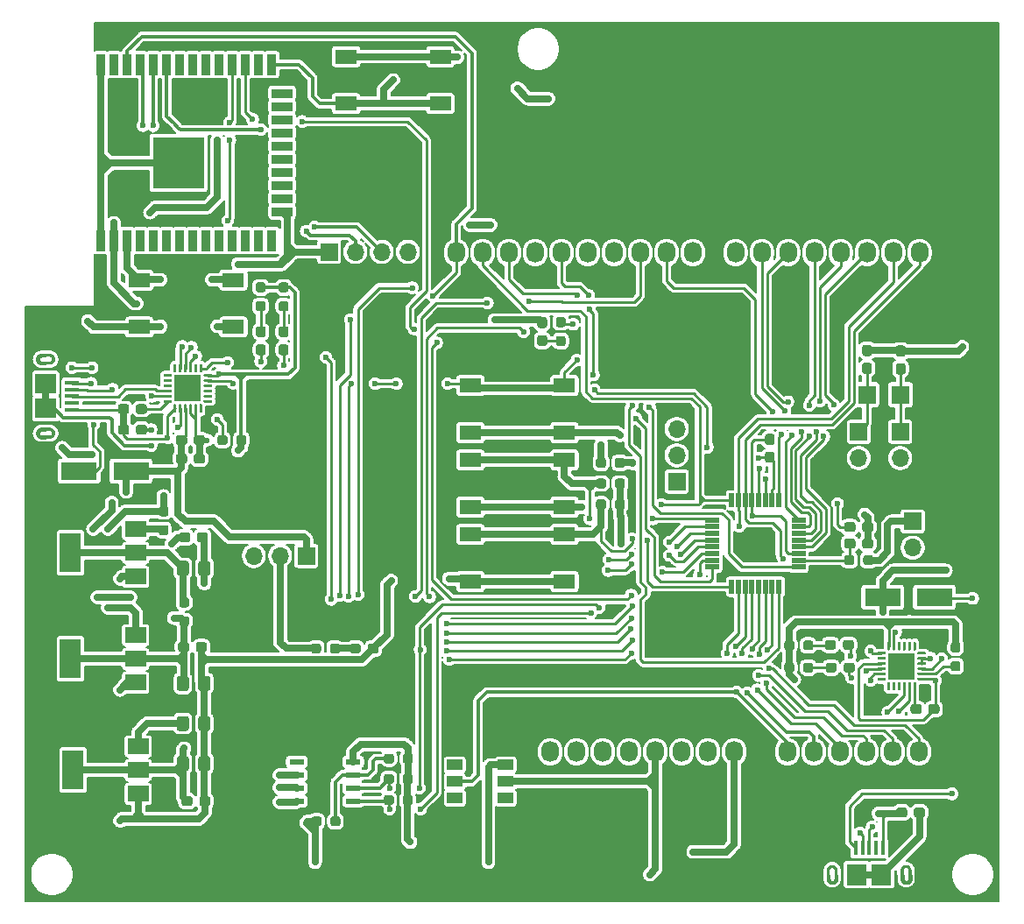
<source format=gbr>
G04 #@! TF.GenerationSoftware,KiCad,Pcbnew,(5.1.12)-1*
G04 #@! TF.CreationDate,2022-03-24T17:08:19-05:00*
G04 #@! TF.ProjectId,AVR-CTF,4156522d-4354-4462-9e6b-696361645f70,rev?*
G04 #@! TF.SameCoordinates,Original*
G04 #@! TF.FileFunction,Copper,L1,Top*
G04 #@! TF.FilePolarity,Positive*
%FSLAX46Y46*%
G04 Gerber Fmt 4.6, Leading zero omitted, Abs format (unit mm)*
G04 Created by KiCad (PCBNEW (5.1.12)-1) date 2022-03-24 17:08:19*
%MOMM*%
%LPD*%
G01*
G04 APERTURE LIST*
G04 #@! TA.AperFunction,EtchedComponent*
%ADD10C,0.001000*%
G04 #@! TD*
G04 #@! TA.AperFunction,SMDPad,CuDef*
%ADD11R,3.500000X1.800000*%
G04 #@! TD*
G04 #@! TA.AperFunction,ComponentPad*
%ADD12R,1.700000X1.700000*%
G04 #@! TD*
G04 #@! TA.AperFunction,ComponentPad*
%ADD13O,1.700000X1.700000*%
G04 #@! TD*
G04 #@! TA.AperFunction,SMDPad,CuDef*
%ADD14C,0.100000*%
G04 #@! TD*
G04 #@! TA.AperFunction,SMDPad,CuDef*
%ADD15R,1.900000X2.000000*%
G04 #@! TD*
G04 #@! TA.AperFunction,SMDPad,CuDef*
%ADD16R,0.400000X1.400000*%
G04 #@! TD*
G04 #@! TA.AperFunction,SMDPad,CuDef*
%ADD17R,1.400000X0.400000*%
G04 #@! TD*
G04 #@! TA.AperFunction,SMDPad,CuDef*
%ADD18R,2.000000X1.900000*%
G04 #@! TD*
G04 #@! TA.AperFunction,ComponentPad*
%ADD19O,1.727200X2.032000*%
G04 #@! TD*
G04 #@! TA.AperFunction,SMDPad,CuDef*
%ADD20R,2.100000X1.400000*%
G04 #@! TD*
G04 #@! TA.AperFunction,SMDPad,CuDef*
%ADD21R,2.000000X1.500000*%
G04 #@! TD*
G04 #@! TA.AperFunction,SMDPad,CuDef*
%ADD22R,2.000000X3.800000*%
G04 #@! TD*
G04 #@! TA.AperFunction,SMDPad,CuDef*
%ADD23R,5.000000X5.000000*%
G04 #@! TD*
G04 #@! TA.AperFunction,SMDPad,CuDef*
%ADD24R,0.900000X2.000000*%
G04 #@! TD*
G04 #@! TA.AperFunction,SMDPad,CuDef*
%ADD25R,2.000000X0.900000*%
G04 #@! TD*
G04 #@! TA.AperFunction,SMDPad,CuDef*
%ADD26R,1.460500X0.538480*%
G04 #@! TD*
G04 #@! TA.AperFunction,SMDPad,CuDef*
%ADD27R,1.340599X0.507200*%
G04 #@! TD*
G04 #@! TA.AperFunction,SMDPad,CuDef*
%ADD28R,0.507200X1.340599*%
G04 #@! TD*
G04 #@! TA.AperFunction,SMDPad,CuDef*
%ADD29R,2.600000X2.600000*%
G04 #@! TD*
G04 #@! TA.AperFunction,SMDPad,CuDef*
%ADD30R,1.750000X1.800000*%
G04 #@! TD*
G04 #@! TA.AperFunction,SMDPad,CuDef*
%ADD31R,1.500000X1.000000*%
G04 #@! TD*
G04 #@! TA.AperFunction,ViaPad*
%ADD32C,0.600000*%
G04 #@! TD*
G04 #@! TA.AperFunction,Conductor*
%ADD33C,0.700000*%
G04 #@! TD*
G04 #@! TA.AperFunction,Conductor*
%ADD34C,0.250000*%
G04 #@! TD*
G04 #@! TA.AperFunction,Conductor*
%ADD35C,0.300000*%
G04 #@! TD*
G04 #@! TA.AperFunction,NonConductor*
%ADD36C,0.200000*%
G04 #@! TD*
G04 #@! TA.AperFunction,NonConductor*
%ADD37C,0.100000*%
G04 #@! TD*
G04 APERTURE END LIST*
D10*
G36*
X196798000Y-123365000D02*
G01*
X196798000Y-123765000D01*
X196798000Y-123777000D01*
X196797000Y-123789000D01*
X196795000Y-123800000D01*
X196793000Y-123812000D01*
X196790000Y-123823000D01*
X196787000Y-123835000D01*
X196783000Y-123846000D01*
X196779000Y-123857000D01*
X196773000Y-123867000D01*
X196768000Y-123878000D01*
X196762000Y-123888000D01*
X196755000Y-123897000D01*
X196748000Y-123907000D01*
X196740000Y-123916000D01*
X196732000Y-123924000D01*
X196724000Y-123932000D01*
X196715000Y-123940000D01*
X196705000Y-123947000D01*
X196696000Y-123954000D01*
X196686000Y-123960000D01*
X196675000Y-123965000D01*
X196665000Y-123971000D01*
X196654000Y-123975000D01*
X196643000Y-123979000D01*
X196631000Y-123982000D01*
X196620000Y-123985000D01*
X196608000Y-123987000D01*
X196597000Y-123989000D01*
X196585000Y-123990000D01*
X196573000Y-123990000D01*
X196561000Y-123990000D01*
X196549000Y-123989000D01*
X196538000Y-123987000D01*
X196526000Y-123985000D01*
X196515000Y-123982000D01*
X196503000Y-123979000D01*
X196492000Y-123975000D01*
X196481000Y-123971000D01*
X196471000Y-123965000D01*
X196461000Y-123960000D01*
X196450000Y-123954000D01*
X196441000Y-123947000D01*
X196431000Y-123940000D01*
X196422000Y-123932000D01*
X196414000Y-123924000D01*
X196406000Y-123916000D01*
X196398000Y-123907000D01*
X196391000Y-123897000D01*
X196384000Y-123888000D01*
X196378000Y-123877000D01*
X196373000Y-123867000D01*
X196367000Y-123857000D01*
X196363000Y-123846000D01*
X196359000Y-123835000D01*
X196356000Y-123823000D01*
X196353000Y-123812000D01*
X196351000Y-123800000D01*
X196349000Y-123789000D01*
X196348000Y-123777000D01*
X196348000Y-123765000D01*
X196348000Y-123365000D01*
X196048000Y-123365000D01*
X196048000Y-123765000D01*
X196049000Y-123792000D01*
X196051000Y-123820000D01*
X196054000Y-123847000D01*
X196059000Y-123874000D01*
X196066000Y-123901000D01*
X196074000Y-123927000D01*
X196083000Y-123953000D01*
X196093000Y-123979000D01*
X196105000Y-124003000D01*
X196118000Y-124027000D01*
X196133000Y-124051000D01*
X196148000Y-124074000D01*
X196165000Y-124095000D01*
X196183000Y-124116000D01*
X196202000Y-124136000D01*
X196222000Y-124155000D01*
X196243000Y-124173000D01*
X196264000Y-124190000D01*
X196287000Y-124205000D01*
X196311000Y-124220000D01*
X196335000Y-124233000D01*
X196359000Y-124245000D01*
X196385000Y-124255000D01*
X196411000Y-124264000D01*
X196437000Y-124272000D01*
X196464000Y-124279000D01*
X196491000Y-124284000D01*
X196518000Y-124287000D01*
X196546000Y-124289000D01*
X196573000Y-124290000D01*
X196600000Y-124289000D01*
X196628000Y-124287000D01*
X196655000Y-124284000D01*
X196682000Y-124279000D01*
X196709000Y-124272000D01*
X196735000Y-124264000D01*
X196761000Y-124255000D01*
X196787000Y-124245000D01*
X196811000Y-124233000D01*
X196835000Y-124220000D01*
X196859000Y-124205000D01*
X196882000Y-124190000D01*
X196903000Y-124173000D01*
X196924000Y-124155000D01*
X196944000Y-124136000D01*
X196963000Y-124116000D01*
X196981000Y-124095000D01*
X196998000Y-124074000D01*
X197013000Y-124051000D01*
X197028000Y-124028000D01*
X197041000Y-124003000D01*
X197053000Y-123979000D01*
X197063000Y-123953000D01*
X197072000Y-123927000D01*
X197080000Y-123901000D01*
X197087000Y-123874000D01*
X197092000Y-123847000D01*
X197095000Y-123820000D01*
X197097000Y-123792000D01*
X197098000Y-123765000D01*
X197098000Y-123365000D01*
X196798000Y-123365000D01*
G37*
X196798000Y-123365000D02*
X196798000Y-123765000D01*
X196798000Y-123777000D01*
X196797000Y-123789000D01*
X196795000Y-123800000D01*
X196793000Y-123812000D01*
X196790000Y-123823000D01*
X196787000Y-123835000D01*
X196783000Y-123846000D01*
X196779000Y-123857000D01*
X196773000Y-123867000D01*
X196768000Y-123878000D01*
X196762000Y-123888000D01*
X196755000Y-123897000D01*
X196748000Y-123907000D01*
X196740000Y-123916000D01*
X196732000Y-123924000D01*
X196724000Y-123932000D01*
X196715000Y-123940000D01*
X196705000Y-123947000D01*
X196696000Y-123954000D01*
X196686000Y-123960000D01*
X196675000Y-123965000D01*
X196665000Y-123971000D01*
X196654000Y-123975000D01*
X196643000Y-123979000D01*
X196631000Y-123982000D01*
X196620000Y-123985000D01*
X196608000Y-123987000D01*
X196597000Y-123989000D01*
X196585000Y-123990000D01*
X196573000Y-123990000D01*
X196561000Y-123990000D01*
X196549000Y-123989000D01*
X196538000Y-123987000D01*
X196526000Y-123985000D01*
X196515000Y-123982000D01*
X196503000Y-123979000D01*
X196492000Y-123975000D01*
X196481000Y-123971000D01*
X196471000Y-123965000D01*
X196461000Y-123960000D01*
X196450000Y-123954000D01*
X196441000Y-123947000D01*
X196431000Y-123940000D01*
X196422000Y-123932000D01*
X196414000Y-123924000D01*
X196406000Y-123916000D01*
X196398000Y-123907000D01*
X196391000Y-123897000D01*
X196384000Y-123888000D01*
X196378000Y-123877000D01*
X196373000Y-123867000D01*
X196367000Y-123857000D01*
X196363000Y-123846000D01*
X196359000Y-123835000D01*
X196356000Y-123823000D01*
X196353000Y-123812000D01*
X196351000Y-123800000D01*
X196349000Y-123789000D01*
X196348000Y-123777000D01*
X196348000Y-123765000D01*
X196348000Y-123365000D01*
X196048000Y-123365000D01*
X196048000Y-123765000D01*
X196049000Y-123792000D01*
X196051000Y-123820000D01*
X196054000Y-123847000D01*
X196059000Y-123874000D01*
X196066000Y-123901000D01*
X196074000Y-123927000D01*
X196083000Y-123953000D01*
X196093000Y-123979000D01*
X196105000Y-124003000D01*
X196118000Y-124027000D01*
X196133000Y-124051000D01*
X196148000Y-124074000D01*
X196165000Y-124095000D01*
X196183000Y-124116000D01*
X196202000Y-124136000D01*
X196222000Y-124155000D01*
X196243000Y-124173000D01*
X196264000Y-124190000D01*
X196287000Y-124205000D01*
X196311000Y-124220000D01*
X196335000Y-124233000D01*
X196359000Y-124245000D01*
X196385000Y-124255000D01*
X196411000Y-124264000D01*
X196437000Y-124272000D01*
X196464000Y-124279000D01*
X196491000Y-124284000D01*
X196518000Y-124287000D01*
X196546000Y-124289000D01*
X196573000Y-124290000D01*
X196600000Y-124289000D01*
X196628000Y-124287000D01*
X196655000Y-124284000D01*
X196682000Y-124279000D01*
X196709000Y-124272000D01*
X196735000Y-124264000D01*
X196761000Y-124255000D01*
X196787000Y-124245000D01*
X196811000Y-124233000D01*
X196835000Y-124220000D01*
X196859000Y-124205000D01*
X196882000Y-124190000D01*
X196903000Y-124173000D01*
X196924000Y-124155000D01*
X196944000Y-124136000D01*
X196963000Y-124116000D01*
X196981000Y-124095000D01*
X196998000Y-124074000D01*
X197013000Y-124051000D01*
X197028000Y-124028000D01*
X197041000Y-124003000D01*
X197053000Y-123979000D01*
X197063000Y-123953000D01*
X197072000Y-123927000D01*
X197080000Y-123901000D01*
X197087000Y-123874000D01*
X197092000Y-123847000D01*
X197095000Y-123820000D01*
X197097000Y-123792000D01*
X197098000Y-123765000D01*
X197098000Y-123365000D01*
X196798000Y-123365000D01*
G36*
X189648000Y-123365000D02*
G01*
X189648000Y-123765000D01*
X189648000Y-123777000D01*
X189647000Y-123789000D01*
X189645000Y-123800000D01*
X189643000Y-123812000D01*
X189640000Y-123823000D01*
X189637000Y-123835000D01*
X189633000Y-123846000D01*
X189629000Y-123857000D01*
X189623000Y-123867000D01*
X189618000Y-123877000D01*
X189612000Y-123888000D01*
X189605000Y-123897000D01*
X189598000Y-123907000D01*
X189590000Y-123916000D01*
X189582000Y-123924000D01*
X189574000Y-123932000D01*
X189565000Y-123940000D01*
X189555000Y-123947000D01*
X189546000Y-123954000D01*
X189535000Y-123960000D01*
X189525000Y-123965000D01*
X189515000Y-123971000D01*
X189504000Y-123975000D01*
X189493000Y-123979000D01*
X189481000Y-123982000D01*
X189470000Y-123985000D01*
X189458000Y-123987000D01*
X189447000Y-123989000D01*
X189435000Y-123990000D01*
X189423000Y-123990000D01*
X189411000Y-123990000D01*
X189399000Y-123989000D01*
X189388000Y-123987000D01*
X189376000Y-123985000D01*
X189365000Y-123982000D01*
X189353000Y-123979000D01*
X189342000Y-123975000D01*
X189331000Y-123971000D01*
X189321000Y-123965000D01*
X189310000Y-123960000D01*
X189300000Y-123954000D01*
X189291000Y-123947000D01*
X189281000Y-123940000D01*
X189272000Y-123932000D01*
X189264000Y-123924000D01*
X189256000Y-123916000D01*
X189248000Y-123907000D01*
X189241000Y-123897000D01*
X189234000Y-123888000D01*
X189228000Y-123878000D01*
X189223000Y-123867000D01*
X189217000Y-123857000D01*
X189213000Y-123846000D01*
X189209000Y-123835000D01*
X189206000Y-123823000D01*
X189203000Y-123812000D01*
X189201000Y-123800000D01*
X189199000Y-123789000D01*
X189198000Y-123777000D01*
X189198000Y-123765000D01*
X189198000Y-123365000D01*
X188898000Y-123365000D01*
X188898000Y-123765000D01*
X188899000Y-123792000D01*
X188901000Y-123820000D01*
X188904000Y-123847000D01*
X188909000Y-123874000D01*
X188916000Y-123901000D01*
X188924000Y-123927000D01*
X188933000Y-123953000D01*
X188943000Y-123979000D01*
X188955000Y-124003000D01*
X188968000Y-124028000D01*
X188983000Y-124051000D01*
X188998000Y-124074000D01*
X189015000Y-124095000D01*
X189033000Y-124116000D01*
X189052000Y-124136000D01*
X189072000Y-124155000D01*
X189093000Y-124173000D01*
X189114000Y-124190000D01*
X189137000Y-124205000D01*
X189161000Y-124220000D01*
X189185000Y-124233000D01*
X189209000Y-124245000D01*
X189235000Y-124255000D01*
X189261000Y-124264000D01*
X189287000Y-124272000D01*
X189314000Y-124279000D01*
X189341000Y-124284000D01*
X189368000Y-124287000D01*
X189396000Y-124289000D01*
X189423000Y-124290000D01*
X189450000Y-124289000D01*
X189478000Y-124287000D01*
X189505000Y-124284000D01*
X189532000Y-124279000D01*
X189559000Y-124272000D01*
X189585000Y-124264000D01*
X189611000Y-124255000D01*
X189637000Y-124245000D01*
X189661000Y-124233000D01*
X189685000Y-124220000D01*
X189709000Y-124205000D01*
X189732000Y-124190000D01*
X189753000Y-124173000D01*
X189774000Y-124155000D01*
X189794000Y-124136000D01*
X189813000Y-124116000D01*
X189831000Y-124095000D01*
X189848000Y-124074000D01*
X189863000Y-124051000D01*
X189878000Y-124027000D01*
X189891000Y-124003000D01*
X189903000Y-123979000D01*
X189913000Y-123953000D01*
X189922000Y-123927000D01*
X189930000Y-123901000D01*
X189937000Y-123874000D01*
X189942000Y-123847000D01*
X189945000Y-123820000D01*
X189947000Y-123792000D01*
X189948000Y-123765000D01*
X189948000Y-123365000D01*
X189648000Y-123365000D01*
G37*
X189648000Y-123365000D02*
X189648000Y-123765000D01*
X189648000Y-123777000D01*
X189647000Y-123789000D01*
X189645000Y-123800000D01*
X189643000Y-123812000D01*
X189640000Y-123823000D01*
X189637000Y-123835000D01*
X189633000Y-123846000D01*
X189629000Y-123857000D01*
X189623000Y-123867000D01*
X189618000Y-123877000D01*
X189612000Y-123888000D01*
X189605000Y-123897000D01*
X189598000Y-123907000D01*
X189590000Y-123916000D01*
X189582000Y-123924000D01*
X189574000Y-123932000D01*
X189565000Y-123940000D01*
X189555000Y-123947000D01*
X189546000Y-123954000D01*
X189535000Y-123960000D01*
X189525000Y-123965000D01*
X189515000Y-123971000D01*
X189504000Y-123975000D01*
X189493000Y-123979000D01*
X189481000Y-123982000D01*
X189470000Y-123985000D01*
X189458000Y-123987000D01*
X189447000Y-123989000D01*
X189435000Y-123990000D01*
X189423000Y-123990000D01*
X189411000Y-123990000D01*
X189399000Y-123989000D01*
X189388000Y-123987000D01*
X189376000Y-123985000D01*
X189365000Y-123982000D01*
X189353000Y-123979000D01*
X189342000Y-123975000D01*
X189331000Y-123971000D01*
X189321000Y-123965000D01*
X189310000Y-123960000D01*
X189300000Y-123954000D01*
X189291000Y-123947000D01*
X189281000Y-123940000D01*
X189272000Y-123932000D01*
X189264000Y-123924000D01*
X189256000Y-123916000D01*
X189248000Y-123907000D01*
X189241000Y-123897000D01*
X189234000Y-123888000D01*
X189228000Y-123878000D01*
X189223000Y-123867000D01*
X189217000Y-123857000D01*
X189213000Y-123846000D01*
X189209000Y-123835000D01*
X189206000Y-123823000D01*
X189203000Y-123812000D01*
X189201000Y-123800000D01*
X189199000Y-123789000D01*
X189198000Y-123777000D01*
X189198000Y-123765000D01*
X189198000Y-123365000D01*
X188898000Y-123365000D01*
X188898000Y-123765000D01*
X188899000Y-123792000D01*
X188901000Y-123820000D01*
X188904000Y-123847000D01*
X188909000Y-123874000D01*
X188916000Y-123901000D01*
X188924000Y-123927000D01*
X188933000Y-123953000D01*
X188943000Y-123979000D01*
X188955000Y-124003000D01*
X188968000Y-124028000D01*
X188983000Y-124051000D01*
X188998000Y-124074000D01*
X189015000Y-124095000D01*
X189033000Y-124116000D01*
X189052000Y-124136000D01*
X189072000Y-124155000D01*
X189093000Y-124173000D01*
X189114000Y-124190000D01*
X189137000Y-124205000D01*
X189161000Y-124220000D01*
X189185000Y-124233000D01*
X189209000Y-124245000D01*
X189235000Y-124255000D01*
X189261000Y-124264000D01*
X189287000Y-124272000D01*
X189314000Y-124279000D01*
X189341000Y-124284000D01*
X189368000Y-124287000D01*
X189396000Y-124289000D01*
X189423000Y-124290000D01*
X189450000Y-124289000D01*
X189478000Y-124287000D01*
X189505000Y-124284000D01*
X189532000Y-124279000D01*
X189559000Y-124272000D01*
X189585000Y-124264000D01*
X189611000Y-124255000D01*
X189637000Y-124245000D01*
X189661000Y-124233000D01*
X189685000Y-124220000D01*
X189709000Y-124205000D01*
X189732000Y-124190000D01*
X189753000Y-124173000D01*
X189774000Y-124155000D01*
X189794000Y-124136000D01*
X189813000Y-124116000D01*
X189831000Y-124095000D01*
X189848000Y-124074000D01*
X189863000Y-124051000D01*
X189878000Y-124027000D01*
X189891000Y-124003000D01*
X189903000Y-123979000D01*
X189913000Y-123953000D01*
X189922000Y-123927000D01*
X189930000Y-123901000D01*
X189937000Y-123874000D01*
X189942000Y-123847000D01*
X189945000Y-123820000D01*
X189947000Y-123792000D01*
X189948000Y-123765000D01*
X189948000Y-123365000D01*
X189648000Y-123365000D01*
G36*
X113398000Y-73765000D02*
G01*
X112998000Y-73765000D01*
X112986000Y-73765000D01*
X112974000Y-73764000D01*
X112963000Y-73762000D01*
X112951000Y-73760000D01*
X112940000Y-73757000D01*
X112928000Y-73754000D01*
X112917000Y-73750000D01*
X112906000Y-73746000D01*
X112896000Y-73740000D01*
X112886000Y-73735000D01*
X112875000Y-73729000D01*
X112866000Y-73722000D01*
X112856000Y-73715000D01*
X112847000Y-73707000D01*
X112839000Y-73699000D01*
X112831000Y-73691000D01*
X112823000Y-73682000D01*
X112816000Y-73672000D01*
X112809000Y-73663000D01*
X112803000Y-73652000D01*
X112798000Y-73642000D01*
X112792000Y-73632000D01*
X112788000Y-73621000D01*
X112784000Y-73610000D01*
X112781000Y-73598000D01*
X112778000Y-73587000D01*
X112776000Y-73575000D01*
X112774000Y-73564000D01*
X112773000Y-73552000D01*
X112773000Y-73540000D01*
X112773000Y-73528000D01*
X112774000Y-73516000D01*
X112776000Y-73505000D01*
X112778000Y-73493000D01*
X112781000Y-73482000D01*
X112784000Y-73470000D01*
X112788000Y-73459000D01*
X112792000Y-73448000D01*
X112798000Y-73438000D01*
X112803000Y-73427000D01*
X112809000Y-73417000D01*
X112816000Y-73408000D01*
X112823000Y-73398000D01*
X112831000Y-73389000D01*
X112839000Y-73381000D01*
X112847000Y-73373000D01*
X112856000Y-73365000D01*
X112866000Y-73358000D01*
X112875000Y-73351000D01*
X112885000Y-73345000D01*
X112896000Y-73340000D01*
X112906000Y-73334000D01*
X112917000Y-73330000D01*
X112928000Y-73326000D01*
X112940000Y-73323000D01*
X112951000Y-73320000D01*
X112963000Y-73318000D01*
X112974000Y-73316000D01*
X112986000Y-73315000D01*
X112998000Y-73315000D01*
X113398000Y-73315000D01*
X113398000Y-73015000D01*
X112998000Y-73015000D01*
X112971000Y-73016000D01*
X112943000Y-73018000D01*
X112916000Y-73021000D01*
X112889000Y-73026000D01*
X112862000Y-73033000D01*
X112836000Y-73041000D01*
X112810000Y-73050000D01*
X112784000Y-73060000D01*
X112760000Y-73072000D01*
X112735000Y-73085000D01*
X112712000Y-73100000D01*
X112689000Y-73115000D01*
X112668000Y-73132000D01*
X112647000Y-73150000D01*
X112627000Y-73169000D01*
X112608000Y-73189000D01*
X112590000Y-73210000D01*
X112573000Y-73231000D01*
X112558000Y-73254000D01*
X112543000Y-73278000D01*
X112530000Y-73302000D01*
X112518000Y-73326000D01*
X112508000Y-73352000D01*
X112499000Y-73378000D01*
X112491000Y-73404000D01*
X112484000Y-73431000D01*
X112479000Y-73458000D01*
X112476000Y-73485000D01*
X112474000Y-73513000D01*
X112473000Y-73540000D01*
X112474000Y-73567000D01*
X112476000Y-73595000D01*
X112479000Y-73622000D01*
X112484000Y-73649000D01*
X112491000Y-73676000D01*
X112499000Y-73702000D01*
X112508000Y-73728000D01*
X112518000Y-73754000D01*
X112530000Y-73778000D01*
X112543000Y-73802000D01*
X112558000Y-73826000D01*
X112573000Y-73849000D01*
X112590000Y-73870000D01*
X112608000Y-73891000D01*
X112627000Y-73911000D01*
X112647000Y-73930000D01*
X112668000Y-73948000D01*
X112689000Y-73965000D01*
X112712000Y-73980000D01*
X112736000Y-73995000D01*
X112760000Y-74008000D01*
X112784000Y-74020000D01*
X112810000Y-74030000D01*
X112836000Y-74039000D01*
X112862000Y-74047000D01*
X112889000Y-74054000D01*
X112916000Y-74059000D01*
X112943000Y-74062000D01*
X112971000Y-74064000D01*
X112998000Y-74065000D01*
X113398000Y-74065000D01*
X113398000Y-73765000D01*
G37*
X113398000Y-73765000D02*
X112998000Y-73765000D01*
X112986000Y-73765000D01*
X112974000Y-73764000D01*
X112963000Y-73762000D01*
X112951000Y-73760000D01*
X112940000Y-73757000D01*
X112928000Y-73754000D01*
X112917000Y-73750000D01*
X112906000Y-73746000D01*
X112896000Y-73740000D01*
X112886000Y-73735000D01*
X112875000Y-73729000D01*
X112866000Y-73722000D01*
X112856000Y-73715000D01*
X112847000Y-73707000D01*
X112839000Y-73699000D01*
X112831000Y-73691000D01*
X112823000Y-73682000D01*
X112816000Y-73672000D01*
X112809000Y-73663000D01*
X112803000Y-73652000D01*
X112798000Y-73642000D01*
X112792000Y-73632000D01*
X112788000Y-73621000D01*
X112784000Y-73610000D01*
X112781000Y-73598000D01*
X112778000Y-73587000D01*
X112776000Y-73575000D01*
X112774000Y-73564000D01*
X112773000Y-73552000D01*
X112773000Y-73540000D01*
X112773000Y-73528000D01*
X112774000Y-73516000D01*
X112776000Y-73505000D01*
X112778000Y-73493000D01*
X112781000Y-73482000D01*
X112784000Y-73470000D01*
X112788000Y-73459000D01*
X112792000Y-73448000D01*
X112798000Y-73438000D01*
X112803000Y-73427000D01*
X112809000Y-73417000D01*
X112816000Y-73408000D01*
X112823000Y-73398000D01*
X112831000Y-73389000D01*
X112839000Y-73381000D01*
X112847000Y-73373000D01*
X112856000Y-73365000D01*
X112866000Y-73358000D01*
X112875000Y-73351000D01*
X112885000Y-73345000D01*
X112896000Y-73340000D01*
X112906000Y-73334000D01*
X112917000Y-73330000D01*
X112928000Y-73326000D01*
X112940000Y-73323000D01*
X112951000Y-73320000D01*
X112963000Y-73318000D01*
X112974000Y-73316000D01*
X112986000Y-73315000D01*
X112998000Y-73315000D01*
X113398000Y-73315000D01*
X113398000Y-73015000D01*
X112998000Y-73015000D01*
X112971000Y-73016000D01*
X112943000Y-73018000D01*
X112916000Y-73021000D01*
X112889000Y-73026000D01*
X112862000Y-73033000D01*
X112836000Y-73041000D01*
X112810000Y-73050000D01*
X112784000Y-73060000D01*
X112760000Y-73072000D01*
X112735000Y-73085000D01*
X112712000Y-73100000D01*
X112689000Y-73115000D01*
X112668000Y-73132000D01*
X112647000Y-73150000D01*
X112627000Y-73169000D01*
X112608000Y-73189000D01*
X112590000Y-73210000D01*
X112573000Y-73231000D01*
X112558000Y-73254000D01*
X112543000Y-73278000D01*
X112530000Y-73302000D01*
X112518000Y-73326000D01*
X112508000Y-73352000D01*
X112499000Y-73378000D01*
X112491000Y-73404000D01*
X112484000Y-73431000D01*
X112479000Y-73458000D01*
X112476000Y-73485000D01*
X112474000Y-73513000D01*
X112473000Y-73540000D01*
X112474000Y-73567000D01*
X112476000Y-73595000D01*
X112479000Y-73622000D01*
X112484000Y-73649000D01*
X112491000Y-73676000D01*
X112499000Y-73702000D01*
X112508000Y-73728000D01*
X112518000Y-73754000D01*
X112530000Y-73778000D01*
X112543000Y-73802000D01*
X112558000Y-73826000D01*
X112573000Y-73849000D01*
X112590000Y-73870000D01*
X112608000Y-73891000D01*
X112627000Y-73911000D01*
X112647000Y-73930000D01*
X112668000Y-73948000D01*
X112689000Y-73965000D01*
X112712000Y-73980000D01*
X112736000Y-73995000D01*
X112760000Y-74008000D01*
X112784000Y-74020000D01*
X112810000Y-74030000D01*
X112836000Y-74039000D01*
X112862000Y-74047000D01*
X112889000Y-74054000D01*
X112916000Y-74059000D01*
X112943000Y-74062000D01*
X112971000Y-74064000D01*
X112998000Y-74065000D01*
X113398000Y-74065000D01*
X113398000Y-73765000D01*
G36*
X113398000Y-80915000D02*
G01*
X112998000Y-80915000D01*
X112986000Y-80915000D01*
X112974000Y-80914000D01*
X112963000Y-80912000D01*
X112951000Y-80910000D01*
X112940000Y-80907000D01*
X112928000Y-80904000D01*
X112917000Y-80900000D01*
X112906000Y-80896000D01*
X112896000Y-80890000D01*
X112885000Y-80885000D01*
X112875000Y-80879000D01*
X112866000Y-80872000D01*
X112856000Y-80865000D01*
X112847000Y-80857000D01*
X112839000Y-80849000D01*
X112831000Y-80841000D01*
X112823000Y-80832000D01*
X112816000Y-80822000D01*
X112809000Y-80813000D01*
X112803000Y-80803000D01*
X112798000Y-80792000D01*
X112792000Y-80782000D01*
X112788000Y-80771000D01*
X112784000Y-80760000D01*
X112781000Y-80748000D01*
X112778000Y-80737000D01*
X112776000Y-80725000D01*
X112774000Y-80714000D01*
X112773000Y-80702000D01*
X112773000Y-80690000D01*
X112773000Y-80678000D01*
X112774000Y-80666000D01*
X112776000Y-80655000D01*
X112778000Y-80643000D01*
X112781000Y-80632000D01*
X112784000Y-80620000D01*
X112788000Y-80609000D01*
X112792000Y-80598000D01*
X112798000Y-80588000D01*
X112803000Y-80578000D01*
X112809000Y-80567000D01*
X112816000Y-80558000D01*
X112823000Y-80548000D01*
X112831000Y-80539000D01*
X112839000Y-80531000D01*
X112847000Y-80523000D01*
X112856000Y-80515000D01*
X112866000Y-80508000D01*
X112875000Y-80501000D01*
X112886000Y-80495000D01*
X112896000Y-80490000D01*
X112906000Y-80484000D01*
X112917000Y-80480000D01*
X112928000Y-80476000D01*
X112940000Y-80473000D01*
X112951000Y-80470000D01*
X112963000Y-80468000D01*
X112974000Y-80466000D01*
X112986000Y-80465000D01*
X112998000Y-80465000D01*
X113398000Y-80465000D01*
X113398000Y-80165000D01*
X112998000Y-80165000D01*
X112971000Y-80166000D01*
X112943000Y-80168000D01*
X112916000Y-80171000D01*
X112889000Y-80176000D01*
X112862000Y-80183000D01*
X112836000Y-80191000D01*
X112810000Y-80200000D01*
X112784000Y-80210000D01*
X112760000Y-80222000D01*
X112736000Y-80235000D01*
X112712000Y-80250000D01*
X112689000Y-80265000D01*
X112668000Y-80282000D01*
X112647000Y-80300000D01*
X112627000Y-80319000D01*
X112608000Y-80339000D01*
X112590000Y-80360000D01*
X112573000Y-80381000D01*
X112558000Y-80404000D01*
X112543000Y-80428000D01*
X112530000Y-80452000D01*
X112518000Y-80476000D01*
X112508000Y-80502000D01*
X112499000Y-80528000D01*
X112491000Y-80554000D01*
X112484000Y-80581000D01*
X112479000Y-80608000D01*
X112476000Y-80635000D01*
X112474000Y-80663000D01*
X112473000Y-80690000D01*
X112474000Y-80717000D01*
X112476000Y-80745000D01*
X112479000Y-80772000D01*
X112484000Y-80799000D01*
X112491000Y-80826000D01*
X112499000Y-80852000D01*
X112508000Y-80878000D01*
X112518000Y-80904000D01*
X112530000Y-80928000D01*
X112543000Y-80952000D01*
X112558000Y-80976000D01*
X112573000Y-80999000D01*
X112590000Y-81020000D01*
X112608000Y-81041000D01*
X112627000Y-81061000D01*
X112647000Y-81080000D01*
X112668000Y-81098000D01*
X112689000Y-81115000D01*
X112712000Y-81130000D01*
X112735000Y-81145000D01*
X112760000Y-81158000D01*
X112784000Y-81170000D01*
X112810000Y-81180000D01*
X112836000Y-81189000D01*
X112862000Y-81197000D01*
X112889000Y-81204000D01*
X112916000Y-81209000D01*
X112943000Y-81212000D01*
X112971000Y-81214000D01*
X112998000Y-81215000D01*
X113398000Y-81215000D01*
X113398000Y-80915000D01*
G37*
X113398000Y-80915000D02*
X112998000Y-80915000D01*
X112986000Y-80915000D01*
X112974000Y-80914000D01*
X112963000Y-80912000D01*
X112951000Y-80910000D01*
X112940000Y-80907000D01*
X112928000Y-80904000D01*
X112917000Y-80900000D01*
X112906000Y-80896000D01*
X112896000Y-80890000D01*
X112885000Y-80885000D01*
X112875000Y-80879000D01*
X112866000Y-80872000D01*
X112856000Y-80865000D01*
X112847000Y-80857000D01*
X112839000Y-80849000D01*
X112831000Y-80841000D01*
X112823000Y-80832000D01*
X112816000Y-80822000D01*
X112809000Y-80813000D01*
X112803000Y-80803000D01*
X112798000Y-80792000D01*
X112792000Y-80782000D01*
X112788000Y-80771000D01*
X112784000Y-80760000D01*
X112781000Y-80748000D01*
X112778000Y-80737000D01*
X112776000Y-80725000D01*
X112774000Y-80714000D01*
X112773000Y-80702000D01*
X112773000Y-80690000D01*
X112773000Y-80678000D01*
X112774000Y-80666000D01*
X112776000Y-80655000D01*
X112778000Y-80643000D01*
X112781000Y-80632000D01*
X112784000Y-80620000D01*
X112788000Y-80609000D01*
X112792000Y-80598000D01*
X112798000Y-80588000D01*
X112803000Y-80578000D01*
X112809000Y-80567000D01*
X112816000Y-80558000D01*
X112823000Y-80548000D01*
X112831000Y-80539000D01*
X112839000Y-80531000D01*
X112847000Y-80523000D01*
X112856000Y-80515000D01*
X112866000Y-80508000D01*
X112875000Y-80501000D01*
X112886000Y-80495000D01*
X112896000Y-80490000D01*
X112906000Y-80484000D01*
X112917000Y-80480000D01*
X112928000Y-80476000D01*
X112940000Y-80473000D01*
X112951000Y-80470000D01*
X112963000Y-80468000D01*
X112974000Y-80466000D01*
X112986000Y-80465000D01*
X112998000Y-80465000D01*
X113398000Y-80465000D01*
X113398000Y-80165000D01*
X112998000Y-80165000D01*
X112971000Y-80166000D01*
X112943000Y-80168000D01*
X112916000Y-80171000D01*
X112889000Y-80176000D01*
X112862000Y-80183000D01*
X112836000Y-80191000D01*
X112810000Y-80200000D01*
X112784000Y-80210000D01*
X112760000Y-80222000D01*
X112736000Y-80235000D01*
X112712000Y-80250000D01*
X112689000Y-80265000D01*
X112668000Y-80282000D01*
X112647000Y-80300000D01*
X112627000Y-80319000D01*
X112608000Y-80339000D01*
X112590000Y-80360000D01*
X112573000Y-80381000D01*
X112558000Y-80404000D01*
X112543000Y-80428000D01*
X112530000Y-80452000D01*
X112518000Y-80476000D01*
X112508000Y-80502000D01*
X112499000Y-80528000D01*
X112491000Y-80554000D01*
X112484000Y-80581000D01*
X112479000Y-80608000D01*
X112476000Y-80635000D01*
X112474000Y-80663000D01*
X112473000Y-80690000D01*
X112474000Y-80717000D01*
X112476000Y-80745000D01*
X112479000Y-80772000D01*
X112484000Y-80799000D01*
X112491000Y-80826000D01*
X112499000Y-80852000D01*
X112508000Y-80878000D01*
X112518000Y-80904000D01*
X112530000Y-80928000D01*
X112543000Y-80952000D01*
X112558000Y-80976000D01*
X112573000Y-80999000D01*
X112590000Y-81020000D01*
X112608000Y-81041000D01*
X112627000Y-81061000D01*
X112647000Y-81080000D01*
X112668000Y-81098000D01*
X112689000Y-81115000D01*
X112712000Y-81130000D01*
X112735000Y-81145000D01*
X112760000Y-81158000D01*
X112784000Y-81170000D01*
X112810000Y-81180000D01*
X112836000Y-81189000D01*
X112862000Y-81197000D01*
X112889000Y-81204000D01*
X112916000Y-81209000D01*
X112943000Y-81212000D01*
X112971000Y-81214000D01*
X112998000Y-81215000D01*
X113398000Y-81215000D01*
X113398000Y-80915000D01*
G04 #@! TA.AperFunction,SMDPad,CuDef*
G36*
G01*
X128148000Y-109240000D02*
X128148000Y-108290000D01*
G75*
G02*
X128398000Y-108040000I250000J0D01*
G01*
X129073000Y-108040000D01*
G75*
G02*
X129323000Y-108290000I0J-250000D01*
G01*
X129323000Y-109240000D01*
G75*
G02*
X129073000Y-109490000I-250000J0D01*
G01*
X128398000Y-109490000D01*
G75*
G02*
X128148000Y-109240000I0J250000D01*
G01*
G37*
G04 #@! TD.AperFunction*
G04 #@! TA.AperFunction,SMDPad,CuDef*
G36*
G01*
X126073000Y-109240000D02*
X126073000Y-108290000D01*
G75*
G02*
X126323000Y-108040000I250000J0D01*
G01*
X126998000Y-108040000D01*
G75*
G02*
X127248000Y-108290000I0J-250000D01*
G01*
X127248000Y-109240000D01*
G75*
G02*
X126998000Y-109490000I-250000J0D01*
G01*
X126323000Y-109490000D01*
G75*
G02*
X126073000Y-109240000I0J250000D01*
G01*
G37*
G04 #@! TD.AperFunction*
G04 #@! TA.AperFunction,SMDPad,CuDef*
G36*
G01*
X126073000Y-113115000D02*
X126073000Y-112165000D01*
G75*
G02*
X126323000Y-111915000I250000J0D01*
G01*
X126998000Y-111915000D01*
G75*
G02*
X127248000Y-112165000I0J-250000D01*
G01*
X127248000Y-113115000D01*
G75*
G02*
X126998000Y-113365000I-250000J0D01*
G01*
X126323000Y-113365000D01*
G75*
G02*
X126073000Y-113115000I0J250000D01*
G01*
G37*
G04 #@! TD.AperFunction*
G04 #@! TA.AperFunction,SMDPad,CuDef*
G36*
G01*
X128148000Y-113115000D02*
X128148000Y-112165000D01*
G75*
G02*
X128398000Y-111915000I250000J0D01*
G01*
X129073000Y-111915000D01*
G75*
G02*
X129323000Y-112165000I0J-250000D01*
G01*
X129323000Y-113115000D01*
G75*
G02*
X129073000Y-113365000I-250000J0D01*
G01*
X128398000Y-113365000D01*
G75*
G02*
X128148000Y-113115000I0J250000D01*
G01*
G37*
G04 #@! TD.AperFunction*
G04 #@! TA.AperFunction,SMDPad,CuDef*
G36*
G01*
X126073000Y-105365000D02*
X126073000Y-104415000D01*
G75*
G02*
X126323000Y-104165000I250000J0D01*
G01*
X126998000Y-104165000D01*
G75*
G02*
X127248000Y-104415000I0J-250000D01*
G01*
X127248000Y-105365000D01*
G75*
G02*
X126998000Y-105615000I-250000J0D01*
G01*
X126323000Y-105615000D01*
G75*
G02*
X126073000Y-105365000I0J250000D01*
G01*
G37*
G04 #@! TD.AperFunction*
G04 #@! TA.AperFunction,SMDPad,CuDef*
G36*
G01*
X128148000Y-105365000D02*
X128148000Y-104415000D01*
G75*
G02*
X128398000Y-104165000I250000J0D01*
G01*
X129073000Y-104165000D01*
G75*
G02*
X129323000Y-104415000I0J-250000D01*
G01*
X129323000Y-105365000D01*
G75*
G02*
X129073000Y-105615000I-250000J0D01*
G01*
X128398000Y-105615000D01*
G75*
G02*
X128148000Y-105365000I0J250000D01*
G01*
G37*
G04 #@! TD.AperFunction*
G04 #@! TA.AperFunction,SMDPad,CuDef*
G36*
G01*
X126528000Y-116502500D02*
X126528000Y-116027500D01*
G75*
G02*
X126765500Y-115790000I237500J0D01*
G01*
X127365500Y-115790000D01*
G75*
G02*
X127603000Y-116027500I0J-237500D01*
G01*
X127603000Y-116502500D01*
G75*
G02*
X127365500Y-116740000I-237500J0D01*
G01*
X126765500Y-116740000D01*
G75*
G02*
X126528000Y-116502500I0J237500D01*
G01*
G37*
G04 #@! TD.AperFunction*
G04 #@! TA.AperFunction,SMDPad,CuDef*
G36*
G01*
X128253000Y-116502500D02*
X128253000Y-116027500D01*
G75*
G02*
X128490500Y-115790000I237500J0D01*
G01*
X129090500Y-115790000D01*
G75*
G02*
X129328000Y-116027500I0J-237500D01*
G01*
X129328000Y-116502500D01*
G75*
G02*
X129090500Y-116740000I-237500J0D01*
G01*
X128490500Y-116740000D01*
G75*
G02*
X128253000Y-116502500I0J237500D01*
G01*
G37*
G04 #@! TD.AperFunction*
G04 #@! TA.AperFunction,SMDPad,CuDef*
G36*
G01*
X127923000Y-101602500D02*
X127923000Y-101127500D01*
G75*
G02*
X128160500Y-100890000I237500J0D01*
G01*
X128760500Y-100890000D01*
G75*
G02*
X128998000Y-101127500I0J-237500D01*
G01*
X128998000Y-101602500D01*
G75*
G02*
X128760500Y-101840000I-237500J0D01*
G01*
X128160500Y-101840000D01*
G75*
G02*
X127923000Y-101602500I0J237500D01*
G01*
G37*
G04 #@! TD.AperFunction*
G04 #@! TA.AperFunction,SMDPad,CuDef*
G36*
G01*
X126198000Y-101602500D02*
X126198000Y-101127500D01*
G75*
G02*
X126435500Y-100890000I237500J0D01*
G01*
X127035500Y-100890000D01*
G75*
G02*
X127273000Y-101127500I0J-237500D01*
G01*
X127273000Y-101602500D01*
G75*
G02*
X127035500Y-101840000I-237500J0D01*
G01*
X126435500Y-101840000D01*
G75*
G02*
X126198000Y-101602500I0J237500D01*
G01*
G37*
G04 #@! TD.AperFunction*
G04 #@! TA.AperFunction,SMDPad,CuDef*
G36*
G01*
X195810500Y-72215000D02*
X196285500Y-72215000D01*
G75*
G02*
X196523000Y-72452500I0J-237500D01*
G01*
X196523000Y-73052500D01*
G75*
G02*
X196285500Y-73290000I-237500J0D01*
G01*
X195810500Y-73290000D01*
G75*
G02*
X195573000Y-73052500I0J237500D01*
G01*
X195573000Y-72452500D01*
G75*
G02*
X195810500Y-72215000I237500J0D01*
G01*
G37*
G04 #@! TD.AperFunction*
G04 #@! TA.AperFunction,SMDPad,CuDef*
G36*
G01*
X195810500Y-73940000D02*
X196285500Y-73940000D01*
G75*
G02*
X196523000Y-74177500I0J-237500D01*
G01*
X196523000Y-74777500D01*
G75*
G02*
X196285500Y-75015000I-237500J0D01*
G01*
X195810500Y-75015000D01*
G75*
G02*
X195573000Y-74777500I0J237500D01*
G01*
X195573000Y-74177500D01*
G75*
G02*
X195810500Y-73940000I237500J0D01*
G01*
G37*
G04 #@! TD.AperFunction*
G04 #@! TA.AperFunction,SMDPad,CuDef*
G36*
G01*
X192560500Y-72165000D02*
X193035500Y-72165000D01*
G75*
G02*
X193273000Y-72402500I0J-237500D01*
G01*
X193273000Y-73002500D01*
G75*
G02*
X193035500Y-73240000I-237500J0D01*
G01*
X192560500Y-73240000D01*
G75*
G02*
X192323000Y-73002500I0J237500D01*
G01*
X192323000Y-72402500D01*
G75*
G02*
X192560500Y-72165000I237500J0D01*
G01*
G37*
G04 #@! TD.AperFunction*
G04 #@! TA.AperFunction,SMDPad,CuDef*
G36*
G01*
X192560500Y-73890000D02*
X193035500Y-73890000D01*
G75*
G02*
X193273000Y-74127500I0J-237500D01*
G01*
X193273000Y-74727500D01*
G75*
G02*
X193035500Y-74965000I-237500J0D01*
G01*
X192560500Y-74965000D01*
G75*
G02*
X192323000Y-74727500I0J237500D01*
G01*
X192323000Y-74127500D01*
G75*
G02*
X192560500Y-73890000I237500J0D01*
G01*
G37*
G04 #@! TD.AperFunction*
G04 #@! TA.AperFunction,SMDPad,CuDef*
G36*
G01*
X183635500Y-81840000D02*
X183160500Y-81840000D01*
G75*
G02*
X182923000Y-81602500I0J237500D01*
G01*
X182923000Y-81002500D01*
G75*
G02*
X183160500Y-80765000I237500J0D01*
G01*
X183635500Y-80765000D01*
G75*
G02*
X183873000Y-81002500I0J-237500D01*
G01*
X183873000Y-81602500D01*
G75*
G02*
X183635500Y-81840000I-237500J0D01*
G01*
G37*
G04 #@! TD.AperFunction*
G04 #@! TA.AperFunction,SMDPad,CuDef*
G36*
G01*
X183635500Y-83565000D02*
X183160500Y-83565000D01*
G75*
G02*
X182923000Y-83327500I0J237500D01*
G01*
X182923000Y-82727500D01*
G75*
G02*
X183160500Y-82490000I237500J0D01*
G01*
X183635500Y-82490000D01*
G75*
G02*
X183873000Y-82727500I0J-237500D01*
G01*
X183873000Y-83327500D01*
G75*
G02*
X183635500Y-83565000I-237500J0D01*
G01*
G37*
G04 #@! TD.AperFunction*
G04 #@! TA.AperFunction,SMDPad,CuDef*
G36*
G01*
X192323000Y-91602500D02*
X192323000Y-91127500D01*
G75*
G02*
X192560500Y-90890000I237500J0D01*
G01*
X193160500Y-90890000D01*
G75*
G02*
X193398000Y-91127500I0J-237500D01*
G01*
X193398000Y-91602500D01*
G75*
G02*
X193160500Y-91840000I-237500J0D01*
G01*
X192560500Y-91840000D01*
G75*
G02*
X192323000Y-91602500I0J237500D01*
G01*
G37*
G04 #@! TD.AperFunction*
G04 #@! TA.AperFunction,SMDPad,CuDef*
G36*
G01*
X190598000Y-91602500D02*
X190598000Y-91127500D01*
G75*
G02*
X190835500Y-90890000I237500J0D01*
G01*
X191435500Y-90890000D01*
G75*
G02*
X191673000Y-91127500I0J-237500D01*
G01*
X191673000Y-91602500D01*
G75*
G02*
X191435500Y-91840000I-237500J0D01*
G01*
X190835500Y-91840000D01*
G75*
G02*
X190598000Y-91602500I0J237500D01*
G01*
G37*
G04 #@! TD.AperFunction*
G04 #@! TA.AperFunction,SMDPad,CuDef*
G36*
G01*
X190598000Y-90002500D02*
X190598000Y-89527500D01*
G75*
G02*
X190835500Y-89290000I237500J0D01*
G01*
X191435500Y-89290000D01*
G75*
G02*
X191673000Y-89527500I0J-237500D01*
G01*
X191673000Y-90002500D01*
G75*
G02*
X191435500Y-90240000I-237500J0D01*
G01*
X190835500Y-90240000D01*
G75*
G02*
X190598000Y-90002500I0J237500D01*
G01*
G37*
G04 #@! TD.AperFunction*
G04 #@! TA.AperFunction,SMDPad,CuDef*
G36*
G01*
X192323000Y-90002500D02*
X192323000Y-89527500D01*
G75*
G02*
X192560500Y-89290000I237500J0D01*
G01*
X193160500Y-89290000D01*
G75*
G02*
X193398000Y-89527500I0J-237500D01*
G01*
X193398000Y-90002500D01*
G75*
G02*
X193160500Y-90240000I-237500J0D01*
G01*
X192560500Y-90240000D01*
G75*
G02*
X192323000Y-90002500I0J237500D01*
G01*
G37*
G04 #@! TD.AperFunction*
G04 #@! TA.AperFunction,SMDPad,CuDef*
G36*
G01*
X196998000Y-107602500D02*
X196998000Y-107127500D01*
G75*
G02*
X197235500Y-106890000I237500J0D01*
G01*
X197835500Y-106890000D01*
G75*
G02*
X198073000Y-107127500I0J-237500D01*
G01*
X198073000Y-107602500D01*
G75*
G02*
X197835500Y-107840000I-237500J0D01*
G01*
X197235500Y-107840000D01*
G75*
G02*
X196998000Y-107602500I0J237500D01*
G01*
G37*
G04 #@! TD.AperFunction*
G04 #@! TA.AperFunction,SMDPad,CuDef*
G36*
G01*
X198723000Y-107602500D02*
X198723000Y-107127500D01*
G75*
G02*
X198960500Y-106890000I237500J0D01*
G01*
X199560500Y-106890000D01*
G75*
G02*
X199798000Y-107127500I0J-237500D01*
G01*
X199798000Y-107602500D01*
G75*
G02*
X199560500Y-107840000I-237500J0D01*
G01*
X198960500Y-107840000D01*
G75*
G02*
X198723000Y-107602500I0J237500D01*
G01*
G37*
G04 #@! TD.AperFunction*
G04 #@! TA.AperFunction,SMDPad,CuDef*
G36*
G01*
X198398000Y-117127500D02*
X198398000Y-117602500D01*
G75*
G02*
X198160500Y-117840000I-237500J0D01*
G01*
X197560500Y-117840000D01*
G75*
G02*
X197323000Y-117602500I0J237500D01*
G01*
X197323000Y-117127500D01*
G75*
G02*
X197560500Y-116890000I237500J0D01*
G01*
X198160500Y-116890000D01*
G75*
G02*
X198398000Y-117127500I0J-237500D01*
G01*
G37*
G04 #@! TD.AperFunction*
G04 #@! TA.AperFunction,SMDPad,CuDef*
G36*
G01*
X196673000Y-117127500D02*
X196673000Y-117602500D01*
G75*
G02*
X196435500Y-117840000I-237500J0D01*
G01*
X195835500Y-117840000D01*
G75*
G02*
X195598000Y-117602500I0J237500D01*
G01*
X195598000Y-117127500D01*
G75*
G02*
X195835500Y-116890000I237500J0D01*
G01*
X196435500Y-116890000D01*
G75*
G02*
X196673000Y-117127500I0J-237500D01*
G01*
G37*
G04 #@! TD.AperFunction*
G04 #@! TA.AperFunction,SMDPad,CuDef*
G36*
G01*
X126073000Y-94240000D02*
X126073000Y-93290000D01*
G75*
G02*
X126323000Y-93040000I250000J0D01*
G01*
X126998000Y-93040000D01*
G75*
G02*
X127248000Y-93290000I0J-250000D01*
G01*
X127248000Y-94240000D01*
G75*
G02*
X126998000Y-94490000I-250000J0D01*
G01*
X126323000Y-94490000D01*
G75*
G02*
X126073000Y-94240000I0J250000D01*
G01*
G37*
G04 #@! TD.AperFunction*
G04 #@! TA.AperFunction,SMDPad,CuDef*
G36*
G01*
X128148000Y-94240000D02*
X128148000Y-93290000D01*
G75*
G02*
X128398000Y-93040000I250000J0D01*
G01*
X129073000Y-93040000D01*
G75*
G02*
X129323000Y-93290000I0J-250000D01*
G01*
X129323000Y-94240000D01*
G75*
G02*
X129073000Y-94490000I-250000J0D01*
G01*
X128398000Y-94490000D01*
G75*
G02*
X128148000Y-94240000I0J250000D01*
G01*
G37*
G04 #@! TD.AperFunction*
G04 #@! TA.AperFunction,SMDPad,CuDef*
G36*
G01*
X126298000Y-91002500D02*
X126298000Y-90527500D01*
G75*
G02*
X126535500Y-90290000I237500J0D01*
G01*
X127135500Y-90290000D01*
G75*
G02*
X127373000Y-90527500I0J-237500D01*
G01*
X127373000Y-91002500D01*
G75*
G02*
X127135500Y-91240000I-237500J0D01*
G01*
X126535500Y-91240000D01*
G75*
G02*
X126298000Y-91002500I0J237500D01*
G01*
G37*
G04 #@! TD.AperFunction*
G04 #@! TA.AperFunction,SMDPad,CuDef*
G36*
G01*
X128023000Y-91002500D02*
X128023000Y-90527500D01*
G75*
G02*
X128260500Y-90290000I237500J0D01*
G01*
X128860500Y-90290000D01*
G75*
G02*
X129098000Y-90527500I0J-237500D01*
G01*
X129098000Y-91002500D01*
G75*
G02*
X128860500Y-91240000I-237500J0D01*
G01*
X128260500Y-91240000D01*
G75*
G02*
X128023000Y-91002500I0J237500D01*
G01*
G37*
G04 #@! TD.AperFunction*
G04 #@! TA.AperFunction,SMDPad,CuDef*
G36*
G01*
X121473000Y-78127500D02*
X121473000Y-78602500D01*
G75*
G02*
X121235500Y-78840000I-237500J0D01*
G01*
X120635500Y-78840000D01*
G75*
G02*
X120398000Y-78602500I0J237500D01*
G01*
X120398000Y-78127500D01*
G75*
G02*
X120635500Y-77890000I237500J0D01*
G01*
X121235500Y-77890000D01*
G75*
G02*
X121473000Y-78127500I0J-237500D01*
G01*
G37*
G04 #@! TD.AperFunction*
G04 #@! TA.AperFunction,SMDPad,CuDef*
G36*
G01*
X123198000Y-78127500D02*
X123198000Y-78602500D01*
G75*
G02*
X122960500Y-78840000I-237500J0D01*
G01*
X122360500Y-78840000D01*
G75*
G02*
X122123000Y-78602500I0J237500D01*
G01*
X122123000Y-78127500D01*
G75*
G02*
X122360500Y-77890000I237500J0D01*
G01*
X122960500Y-77890000D01*
G75*
G02*
X123198000Y-78127500I0J-237500D01*
G01*
G37*
G04 #@! TD.AperFunction*
G04 #@! TA.AperFunction,SMDPad,CuDef*
G36*
G01*
X128798000Y-82927500D02*
X128798000Y-83402500D01*
G75*
G02*
X128560500Y-83640000I-237500J0D01*
G01*
X127960500Y-83640000D01*
G75*
G02*
X127723000Y-83402500I0J237500D01*
G01*
X127723000Y-82927500D01*
G75*
G02*
X127960500Y-82690000I237500J0D01*
G01*
X128560500Y-82690000D01*
G75*
G02*
X128798000Y-82927500I0J-237500D01*
G01*
G37*
G04 #@! TD.AperFunction*
G04 #@! TA.AperFunction,SMDPad,CuDef*
G36*
G01*
X127073000Y-82927500D02*
X127073000Y-83402500D01*
G75*
G02*
X126835500Y-83640000I-237500J0D01*
G01*
X126235500Y-83640000D01*
G75*
G02*
X125998000Y-83402500I0J237500D01*
G01*
X125998000Y-82927500D01*
G75*
G02*
X126235500Y-82690000I237500J0D01*
G01*
X126835500Y-82690000D01*
G75*
G02*
X127073000Y-82927500I0J-237500D01*
G01*
G37*
G04 #@! TD.AperFunction*
G04 #@! TA.AperFunction,SMDPad,CuDef*
G36*
G01*
X127073000Y-81127500D02*
X127073000Y-81602500D01*
G75*
G02*
X126835500Y-81840000I-237500J0D01*
G01*
X126235500Y-81840000D01*
G75*
G02*
X125998000Y-81602500I0J237500D01*
G01*
X125998000Y-81127500D01*
G75*
G02*
X126235500Y-80890000I237500J0D01*
G01*
X126835500Y-80890000D01*
G75*
G02*
X127073000Y-81127500I0J-237500D01*
G01*
G37*
G04 #@! TD.AperFunction*
G04 #@! TA.AperFunction,SMDPad,CuDef*
G36*
G01*
X128798000Y-81127500D02*
X128798000Y-81602500D01*
G75*
G02*
X128560500Y-81840000I-237500J0D01*
G01*
X127960500Y-81840000D01*
G75*
G02*
X127723000Y-81602500I0J237500D01*
G01*
X127723000Y-81127500D01*
G75*
G02*
X127960500Y-80890000I237500J0D01*
G01*
X128560500Y-80890000D01*
G75*
G02*
X128798000Y-81127500I0J-237500D01*
G01*
G37*
G04 #@! TD.AperFunction*
G04 #@! TA.AperFunction,SMDPad,CuDef*
G36*
G01*
X121473000Y-80127500D02*
X121473000Y-80602500D01*
G75*
G02*
X121235500Y-80840000I-237500J0D01*
G01*
X120635500Y-80840000D01*
G75*
G02*
X120398000Y-80602500I0J237500D01*
G01*
X120398000Y-80127500D01*
G75*
G02*
X120635500Y-79890000I237500J0D01*
G01*
X121235500Y-79890000D01*
G75*
G02*
X121473000Y-80127500I0J-237500D01*
G01*
G37*
G04 #@! TD.AperFunction*
G04 #@! TA.AperFunction,SMDPad,CuDef*
G36*
G01*
X123198000Y-80127500D02*
X123198000Y-80602500D01*
G75*
G02*
X122960500Y-80840000I-237500J0D01*
G01*
X122360500Y-80840000D01*
G75*
G02*
X122123000Y-80602500I0J237500D01*
G01*
X122123000Y-80127500D01*
G75*
G02*
X122360500Y-79890000I237500J0D01*
G01*
X122960500Y-79890000D01*
G75*
G02*
X123198000Y-80127500I0J-237500D01*
G01*
G37*
G04 #@! TD.AperFunction*
G04 #@! TA.AperFunction,SMDPad,CuDef*
G36*
G01*
X145598000Y-101277500D02*
X145598000Y-101752500D01*
G75*
G02*
X145360500Y-101990000I-237500J0D01*
G01*
X144785500Y-101990000D01*
G75*
G02*
X144548000Y-101752500I0J237500D01*
G01*
X144548000Y-101277500D01*
G75*
G02*
X144785500Y-101040000I237500J0D01*
G01*
X145360500Y-101040000D01*
G75*
G02*
X145598000Y-101277500I0J-237500D01*
G01*
G37*
G04 #@! TD.AperFunction*
G04 #@! TA.AperFunction,SMDPad,CuDef*
G36*
G01*
X143848000Y-101277500D02*
X143848000Y-101752500D01*
G75*
G02*
X143610500Y-101990000I-237500J0D01*
G01*
X143035500Y-101990000D01*
G75*
G02*
X142798000Y-101752500I0J237500D01*
G01*
X142798000Y-101277500D01*
G75*
G02*
X143035500Y-101040000I237500J0D01*
G01*
X143610500Y-101040000D01*
G75*
G02*
X143848000Y-101277500I0J-237500D01*
G01*
G37*
G04 #@! TD.AperFunction*
G04 #@! TA.AperFunction,SMDPad,CuDef*
G36*
G01*
X161160500Y-71227500D02*
X161635500Y-71227500D01*
G75*
G02*
X161873000Y-71465000I0J-237500D01*
G01*
X161873000Y-72040000D01*
G75*
G02*
X161635500Y-72277500I-237500J0D01*
G01*
X161160500Y-72277500D01*
G75*
G02*
X160923000Y-72040000I0J237500D01*
G01*
X160923000Y-71465000D01*
G75*
G02*
X161160500Y-71227500I237500J0D01*
G01*
G37*
G04 #@! TD.AperFunction*
G04 #@! TA.AperFunction,SMDPad,CuDef*
G36*
G01*
X161160500Y-69477500D02*
X161635500Y-69477500D01*
G75*
G02*
X161873000Y-69715000I0J-237500D01*
G01*
X161873000Y-70290000D01*
G75*
G02*
X161635500Y-70527500I-237500J0D01*
G01*
X161160500Y-70527500D01*
G75*
G02*
X160923000Y-70290000I0J237500D01*
G01*
X160923000Y-69715000D01*
G75*
G02*
X161160500Y-69477500I237500J0D01*
G01*
G37*
G04 #@! TD.AperFunction*
G04 #@! TA.AperFunction,SMDPad,CuDef*
G36*
G01*
X189773000Y-100927500D02*
X189773000Y-101402500D01*
G75*
G02*
X189535500Y-101640000I-237500J0D01*
G01*
X188960500Y-101640000D01*
G75*
G02*
X188723000Y-101402500I0J237500D01*
G01*
X188723000Y-100927500D01*
G75*
G02*
X188960500Y-100690000I237500J0D01*
G01*
X189535500Y-100690000D01*
G75*
G02*
X189773000Y-100927500I0J-237500D01*
G01*
G37*
G04 #@! TD.AperFunction*
G04 #@! TA.AperFunction,SMDPad,CuDef*
G36*
G01*
X191523000Y-100927500D02*
X191523000Y-101402500D01*
G75*
G02*
X191285500Y-101640000I-237500J0D01*
G01*
X190710500Y-101640000D01*
G75*
G02*
X190473000Y-101402500I0J237500D01*
G01*
X190473000Y-100927500D01*
G75*
G02*
X190710500Y-100690000I237500J0D01*
G01*
X191285500Y-100690000D01*
G75*
G02*
X191523000Y-100927500I0J-237500D01*
G01*
G37*
G04 #@! TD.AperFunction*
G04 #@! TA.AperFunction,SMDPad,CuDef*
G36*
G01*
X191598000Y-103127500D02*
X191598000Y-103602500D01*
G75*
G02*
X191360500Y-103840000I-237500J0D01*
G01*
X190785500Y-103840000D01*
G75*
G02*
X190548000Y-103602500I0J237500D01*
G01*
X190548000Y-103127500D01*
G75*
G02*
X190785500Y-102890000I237500J0D01*
G01*
X191360500Y-102890000D01*
G75*
G02*
X191598000Y-103127500I0J-237500D01*
G01*
G37*
G04 #@! TD.AperFunction*
G04 #@! TA.AperFunction,SMDPad,CuDef*
G36*
G01*
X189848000Y-103127500D02*
X189848000Y-103602500D01*
G75*
G02*
X189610500Y-103840000I-237500J0D01*
G01*
X189035500Y-103840000D01*
G75*
G02*
X188798000Y-103602500I0J237500D01*
G01*
X188798000Y-103127500D01*
G75*
G02*
X189035500Y-102890000I237500J0D01*
G01*
X189610500Y-102890000D01*
G75*
G02*
X189848000Y-103127500I0J-237500D01*
G01*
G37*
G04 #@! TD.AperFunction*
D11*
X199298000Y-96565000D03*
X194298000Y-96565000D03*
G04 #@! TA.AperFunction,SMDPad,CuDef*
G36*
G01*
X134435500Y-71415000D02*
X133960500Y-71415000D01*
G75*
G02*
X133723000Y-71177500I0J237500D01*
G01*
X133723000Y-70602500D01*
G75*
G02*
X133960500Y-70365000I237500J0D01*
G01*
X134435500Y-70365000D01*
G75*
G02*
X134673000Y-70602500I0J-237500D01*
G01*
X134673000Y-71177500D01*
G75*
G02*
X134435500Y-71415000I-237500J0D01*
G01*
G37*
G04 #@! TD.AperFunction*
G04 #@! TA.AperFunction,SMDPad,CuDef*
G36*
G01*
X134435500Y-73165000D02*
X133960500Y-73165000D01*
G75*
G02*
X133723000Y-72927500I0J237500D01*
G01*
X133723000Y-72352500D01*
G75*
G02*
X133960500Y-72115000I237500J0D01*
G01*
X134435500Y-72115000D01*
G75*
G02*
X134673000Y-72352500I0J-237500D01*
G01*
X134673000Y-72927500D01*
G75*
G02*
X134435500Y-73165000I-237500J0D01*
G01*
G37*
G04 #@! TD.AperFunction*
G04 #@! TA.AperFunction,SMDPad,CuDef*
G36*
G01*
X136635500Y-73165000D02*
X136160500Y-73165000D01*
G75*
G02*
X135923000Y-72927500I0J237500D01*
G01*
X135923000Y-72352500D01*
G75*
G02*
X136160500Y-72115000I237500J0D01*
G01*
X136635500Y-72115000D01*
G75*
G02*
X136873000Y-72352500I0J-237500D01*
G01*
X136873000Y-72927500D01*
G75*
G02*
X136635500Y-73165000I-237500J0D01*
G01*
G37*
G04 #@! TD.AperFunction*
G04 #@! TA.AperFunction,SMDPad,CuDef*
G36*
G01*
X136635500Y-71415000D02*
X136160500Y-71415000D01*
G75*
G02*
X135923000Y-71177500I0J237500D01*
G01*
X135923000Y-70602500D01*
G75*
G02*
X136160500Y-70365000I237500J0D01*
G01*
X136635500Y-70365000D01*
G75*
G02*
X136873000Y-70602500I0J-237500D01*
G01*
X136873000Y-71177500D01*
G75*
G02*
X136635500Y-71415000I-237500J0D01*
G01*
G37*
G04 #@! TD.AperFunction*
X121648000Y-84365000D03*
X116648000Y-84365000D03*
D12*
X197198000Y-89225000D03*
D13*
X197198000Y-91765000D03*
X133518000Y-92565000D03*
X136058000Y-92565000D03*
D12*
X138598000Y-92565000D03*
X140798000Y-63165000D03*
D13*
X143338000Y-63165000D03*
X145878000Y-63165000D03*
X148418000Y-63165000D03*
X195998000Y-83105000D03*
D12*
X195998000Y-80565000D03*
X191998000Y-80565000D03*
D13*
X191998000Y-83105000D03*
D12*
X174398000Y-85365000D03*
D13*
X174398000Y-82825000D03*
X174398000Y-80285000D03*
G04 #@! TA.AperFunction,SMDPad,CuDef*
D14*
G36*
X196600019Y-122440500D02*
G01*
X196600036Y-122440501D01*
X196628036Y-122442501D01*
X196628055Y-122442503D01*
X196655055Y-122445503D01*
X196655091Y-122445508D01*
X196682091Y-122450508D01*
X196682125Y-122450516D01*
X196709125Y-122457516D01*
X196709147Y-122457522D01*
X196735147Y-122465522D01*
X196735164Y-122465528D01*
X196761164Y-122474528D01*
X196761179Y-122474533D01*
X196787179Y-122484533D01*
X196787224Y-122484553D01*
X196811238Y-122496560D01*
X196835238Y-122509560D01*
X196835265Y-122509576D01*
X196859273Y-122524581D01*
X196882273Y-122539581D01*
X196882315Y-122539611D01*
X196903315Y-122556611D01*
X196903325Y-122556620D01*
X196924325Y-122574620D01*
X196924344Y-122574638D01*
X196944344Y-122593638D01*
X196944362Y-122593656D01*
X196963362Y-122613656D01*
X196963380Y-122613675D01*
X196981380Y-122634675D01*
X196981389Y-122634685D01*
X196998389Y-122655685D01*
X196998419Y-122655727D01*
X197028419Y-122701727D01*
X197028444Y-122701769D01*
X197041444Y-122726769D01*
X197041447Y-122726776D01*
X197053447Y-122750776D01*
X197053467Y-122750821D01*
X197063467Y-122776821D01*
X197063472Y-122776836D01*
X197072472Y-122802836D01*
X197072478Y-122802853D01*
X197080478Y-122828853D01*
X197080484Y-122828875D01*
X197087484Y-122855875D01*
X197087492Y-122855909D01*
X197092492Y-122882909D01*
X197092497Y-122882945D01*
X197095497Y-122909945D01*
X197095499Y-122909964D01*
X197097499Y-122937964D01*
X197097500Y-122937981D01*
X197098500Y-122964981D01*
X197098500Y-123365000D01*
X197098490Y-123365098D01*
X197098462Y-123365191D01*
X197098416Y-123365278D01*
X197098354Y-123365354D01*
X197098278Y-123365416D01*
X197098191Y-123365462D01*
X197098098Y-123365490D01*
X197098000Y-123365500D01*
X196798000Y-123365500D01*
X196797902Y-123365490D01*
X196797809Y-123365462D01*
X196797722Y-123365416D01*
X196797646Y-123365354D01*
X196797584Y-123365278D01*
X196797538Y-123365191D01*
X196797510Y-123365098D01*
X196797500Y-123365000D01*
X196797500Y-122953018D01*
X196796504Y-122941068D01*
X196794508Y-122930089D01*
X196794507Y-122930082D01*
X196792511Y-122918107D01*
X196789515Y-122907121D01*
X196786522Y-122895149D01*
X196778546Y-122873216D01*
X196772571Y-122863257D01*
X196772545Y-122863207D01*
X196767558Y-122852235D01*
X196761587Y-122842284D01*
X196754605Y-122833307D01*
X196754590Y-122833287D01*
X196747605Y-122823308D01*
X196739646Y-122814354D01*
X196723650Y-122798358D01*
X196714692Y-122790395D01*
X196704713Y-122783410D01*
X196704693Y-122783395D01*
X196695716Y-122776413D01*
X196685765Y-122770442D01*
X196674793Y-122765455D01*
X196674743Y-122765429D01*
X196664784Y-122759454D01*
X196642851Y-122751478D01*
X196630879Y-122748485D01*
X196619893Y-122745489D01*
X196607918Y-122743493D01*
X196607911Y-122743492D01*
X196596932Y-122741496D01*
X196584982Y-122740500D01*
X196561018Y-122740500D01*
X196549068Y-122741496D01*
X196538089Y-122743492D01*
X196538082Y-122743493D01*
X196526107Y-122745489D01*
X196515121Y-122748485D01*
X196503149Y-122751478D01*
X196481216Y-122759454D01*
X196471257Y-122765429D01*
X196471224Y-122765447D01*
X196461224Y-122770447D01*
X196450277Y-122776418D01*
X196441307Y-122783395D01*
X196441287Y-122783410D01*
X196431308Y-122790395D01*
X196422350Y-122798358D01*
X196406354Y-122814354D01*
X196398395Y-122823308D01*
X196391410Y-122833287D01*
X196391395Y-122833307D01*
X196384418Y-122842277D01*
X196378447Y-122853224D01*
X196373447Y-122863224D01*
X196373429Y-122863257D01*
X196367454Y-122873216D01*
X196359478Y-122895149D01*
X196356485Y-122907121D01*
X196353489Y-122918107D01*
X196351493Y-122930082D01*
X196351492Y-122930089D01*
X196349496Y-122941068D01*
X196348500Y-122953018D01*
X196348500Y-123365000D01*
X196348490Y-123365098D01*
X196348462Y-123365191D01*
X196348416Y-123365278D01*
X196348354Y-123365354D01*
X196348278Y-123365416D01*
X196348191Y-123365462D01*
X196348098Y-123365490D01*
X196348000Y-123365500D01*
X196048000Y-123365500D01*
X196047902Y-123365490D01*
X196047809Y-123365462D01*
X196047722Y-123365416D01*
X196047646Y-123365354D01*
X196047584Y-123365278D01*
X196047538Y-123365191D01*
X196047510Y-123365098D01*
X196047500Y-123365000D01*
X196047500Y-122964981D01*
X196048500Y-122937981D01*
X196048501Y-122937964D01*
X196050501Y-122909964D01*
X196050503Y-122909945D01*
X196053503Y-122882945D01*
X196053508Y-122882909D01*
X196058508Y-122855909D01*
X196058516Y-122855875D01*
X196065516Y-122828875D01*
X196065522Y-122828853D01*
X196073522Y-122802853D01*
X196073528Y-122802836D01*
X196082528Y-122776836D01*
X196082533Y-122776821D01*
X196092533Y-122750821D01*
X196092553Y-122750776D01*
X196104560Y-122726762D01*
X196117560Y-122702762D01*
X196117576Y-122702735D01*
X196132581Y-122678727D01*
X196147581Y-122655727D01*
X196147611Y-122655685D01*
X196164611Y-122634685D01*
X196164620Y-122634675D01*
X196182620Y-122613675D01*
X196182638Y-122613656D01*
X196201638Y-122593656D01*
X196201656Y-122593638D01*
X196221656Y-122574638D01*
X196221675Y-122574620D01*
X196242675Y-122556620D01*
X196242685Y-122556611D01*
X196263685Y-122539611D01*
X196263727Y-122539581D01*
X196286727Y-122524581D01*
X196310735Y-122509576D01*
X196310762Y-122509560D01*
X196334762Y-122496560D01*
X196358776Y-122484553D01*
X196358821Y-122484533D01*
X196384821Y-122474533D01*
X196384836Y-122474528D01*
X196410836Y-122465528D01*
X196410853Y-122465522D01*
X196436853Y-122457522D01*
X196436875Y-122457516D01*
X196463875Y-122450516D01*
X196463909Y-122450508D01*
X196490909Y-122445508D01*
X196490945Y-122445503D01*
X196517945Y-122442503D01*
X196517964Y-122442501D01*
X196545964Y-122440501D01*
X196545981Y-122440500D01*
X196572981Y-122439500D01*
X196573019Y-122439500D01*
X196600019Y-122440500D01*
G37*
G04 #@! TD.AperFunction*
G04 #@! TA.AperFunction,SMDPad,CuDef*
G36*
X189450019Y-122440500D02*
G01*
X189450036Y-122440501D01*
X189478036Y-122442501D01*
X189478055Y-122442503D01*
X189505055Y-122445503D01*
X189505091Y-122445508D01*
X189532091Y-122450508D01*
X189532125Y-122450516D01*
X189559125Y-122457516D01*
X189559147Y-122457522D01*
X189585147Y-122465522D01*
X189585164Y-122465528D01*
X189611164Y-122474528D01*
X189611179Y-122474533D01*
X189637179Y-122484533D01*
X189637224Y-122484553D01*
X189661238Y-122496560D01*
X189685238Y-122509560D01*
X189685265Y-122509576D01*
X189709273Y-122524581D01*
X189732273Y-122539581D01*
X189732315Y-122539611D01*
X189753315Y-122556611D01*
X189753325Y-122556620D01*
X189774325Y-122574620D01*
X189774344Y-122574638D01*
X189794344Y-122593638D01*
X189794362Y-122593656D01*
X189813362Y-122613656D01*
X189813380Y-122613675D01*
X189831380Y-122634675D01*
X189831389Y-122634685D01*
X189848389Y-122655685D01*
X189848419Y-122655727D01*
X189863419Y-122678727D01*
X189878424Y-122702735D01*
X189878440Y-122702762D01*
X189891440Y-122726762D01*
X189903447Y-122750776D01*
X189903467Y-122750821D01*
X189913467Y-122776821D01*
X189913472Y-122776836D01*
X189922472Y-122802836D01*
X189922478Y-122802853D01*
X189930478Y-122828853D01*
X189930484Y-122828875D01*
X189937484Y-122855875D01*
X189937492Y-122855909D01*
X189942492Y-122882909D01*
X189942497Y-122882945D01*
X189945497Y-122909945D01*
X189945499Y-122909964D01*
X189947499Y-122937964D01*
X189947500Y-122937981D01*
X189948500Y-122964981D01*
X189948500Y-123365000D01*
X189948490Y-123365098D01*
X189948462Y-123365191D01*
X189948416Y-123365278D01*
X189948354Y-123365354D01*
X189948278Y-123365416D01*
X189948191Y-123365462D01*
X189948098Y-123365490D01*
X189948000Y-123365500D01*
X189648000Y-123365500D01*
X189647902Y-123365490D01*
X189647809Y-123365462D01*
X189647722Y-123365416D01*
X189647646Y-123365354D01*
X189647584Y-123365278D01*
X189647538Y-123365191D01*
X189647510Y-123365098D01*
X189647500Y-123365000D01*
X189647500Y-122953018D01*
X189646504Y-122941068D01*
X189644508Y-122930089D01*
X189644507Y-122930082D01*
X189642511Y-122918107D01*
X189639515Y-122907121D01*
X189636522Y-122895149D01*
X189628546Y-122873216D01*
X189622571Y-122863257D01*
X189622553Y-122863224D01*
X189617553Y-122853224D01*
X189611582Y-122842277D01*
X189604605Y-122833307D01*
X189604590Y-122833287D01*
X189597605Y-122823308D01*
X189589646Y-122814354D01*
X189573650Y-122798358D01*
X189564692Y-122790395D01*
X189554713Y-122783410D01*
X189554693Y-122783395D01*
X189545723Y-122776418D01*
X189534776Y-122770447D01*
X189524776Y-122765447D01*
X189524743Y-122765429D01*
X189514784Y-122759454D01*
X189492851Y-122751478D01*
X189480879Y-122748485D01*
X189469893Y-122745489D01*
X189457918Y-122743493D01*
X189457911Y-122743492D01*
X189446932Y-122741496D01*
X189434982Y-122740500D01*
X189411018Y-122740500D01*
X189399068Y-122741496D01*
X189388089Y-122743492D01*
X189388082Y-122743493D01*
X189376107Y-122745489D01*
X189365121Y-122748485D01*
X189353149Y-122751478D01*
X189331216Y-122759454D01*
X189321257Y-122765429D01*
X189321207Y-122765455D01*
X189310235Y-122770442D01*
X189300285Y-122776412D01*
X189291307Y-122783395D01*
X189291287Y-122783410D01*
X189281308Y-122790395D01*
X189272350Y-122798358D01*
X189256354Y-122814354D01*
X189248395Y-122823308D01*
X189241410Y-122833287D01*
X189241395Y-122833307D01*
X189234413Y-122842284D01*
X189228442Y-122852235D01*
X189223455Y-122863207D01*
X189223429Y-122863257D01*
X189217454Y-122873216D01*
X189209478Y-122895149D01*
X189206485Y-122907121D01*
X189203489Y-122918107D01*
X189201493Y-122930082D01*
X189201492Y-122930089D01*
X189199496Y-122941068D01*
X189198500Y-122953018D01*
X189198500Y-123365000D01*
X189198490Y-123365098D01*
X189198462Y-123365191D01*
X189198416Y-123365278D01*
X189198354Y-123365354D01*
X189198278Y-123365416D01*
X189198191Y-123365462D01*
X189198098Y-123365490D01*
X189198000Y-123365500D01*
X188898000Y-123365500D01*
X188897902Y-123365490D01*
X188897809Y-123365462D01*
X188897722Y-123365416D01*
X188897646Y-123365354D01*
X188897584Y-123365278D01*
X188897538Y-123365191D01*
X188897510Y-123365098D01*
X188897500Y-123365000D01*
X188897500Y-122964981D01*
X188898500Y-122937981D01*
X188898501Y-122937964D01*
X188900501Y-122909964D01*
X188900503Y-122909945D01*
X188903503Y-122882945D01*
X188903508Y-122882909D01*
X188908508Y-122855909D01*
X188908516Y-122855875D01*
X188915516Y-122828875D01*
X188915522Y-122828853D01*
X188923522Y-122802853D01*
X188923528Y-122802836D01*
X188932528Y-122776836D01*
X188932533Y-122776821D01*
X188942533Y-122750821D01*
X188942553Y-122750776D01*
X188954553Y-122726776D01*
X188954556Y-122726769D01*
X188967556Y-122701769D01*
X188967581Y-122701727D01*
X188997581Y-122655727D01*
X188997611Y-122655685D01*
X189014611Y-122634685D01*
X189014620Y-122634675D01*
X189032620Y-122613675D01*
X189032638Y-122613656D01*
X189051638Y-122593656D01*
X189051656Y-122593638D01*
X189071656Y-122574638D01*
X189071675Y-122574620D01*
X189092675Y-122556620D01*
X189092685Y-122556611D01*
X189113685Y-122539611D01*
X189113727Y-122539581D01*
X189136727Y-122524581D01*
X189160735Y-122509576D01*
X189160762Y-122509560D01*
X189184762Y-122496560D01*
X189208776Y-122484553D01*
X189208821Y-122484533D01*
X189234821Y-122474533D01*
X189234836Y-122474528D01*
X189260836Y-122465528D01*
X189260853Y-122465522D01*
X189286853Y-122457522D01*
X189286875Y-122457516D01*
X189313875Y-122450516D01*
X189313909Y-122450508D01*
X189340909Y-122445508D01*
X189340945Y-122445503D01*
X189367945Y-122442503D01*
X189367964Y-122442501D01*
X189395964Y-122440501D01*
X189395981Y-122440500D01*
X189422981Y-122439500D01*
X189423019Y-122439500D01*
X189450019Y-122440500D01*
G37*
G04 #@! TD.AperFunction*
D15*
X194198000Y-123365000D03*
X191798000Y-123365000D03*
D16*
X194298000Y-120815000D03*
X193648000Y-120815000D03*
X192998000Y-120815000D03*
X192348000Y-120815000D03*
X191698000Y-120815000D03*
D17*
X115948000Y-75815000D03*
X115948000Y-76465000D03*
X115948000Y-77115000D03*
X115948000Y-77765000D03*
X115948000Y-78415000D03*
D18*
X113398000Y-75915000D03*
X113398000Y-78315000D03*
G04 #@! TA.AperFunction,SMDPad,CuDef*
D14*
G36*
X114322500Y-73567019D02*
G01*
X114322499Y-73567036D01*
X114320499Y-73595036D01*
X114320497Y-73595055D01*
X114317497Y-73622055D01*
X114317492Y-73622091D01*
X114312492Y-73649091D01*
X114312484Y-73649125D01*
X114305484Y-73676125D01*
X114305478Y-73676147D01*
X114297478Y-73702147D01*
X114297472Y-73702164D01*
X114288472Y-73728164D01*
X114288467Y-73728179D01*
X114278467Y-73754179D01*
X114278447Y-73754224D01*
X114266440Y-73778238D01*
X114253440Y-73802238D01*
X114253424Y-73802265D01*
X114238419Y-73826273D01*
X114223419Y-73849273D01*
X114223389Y-73849315D01*
X114206389Y-73870315D01*
X114206380Y-73870325D01*
X114188380Y-73891325D01*
X114188362Y-73891344D01*
X114169362Y-73911344D01*
X114169344Y-73911362D01*
X114149344Y-73930362D01*
X114149325Y-73930380D01*
X114128325Y-73948380D01*
X114128315Y-73948389D01*
X114107315Y-73965389D01*
X114107273Y-73965419D01*
X114084273Y-73980419D01*
X114060265Y-73995424D01*
X114060238Y-73995440D01*
X114036238Y-74008440D01*
X114012224Y-74020447D01*
X114012179Y-74020467D01*
X113986179Y-74030467D01*
X113986164Y-74030472D01*
X113960164Y-74039472D01*
X113960147Y-74039478D01*
X113934147Y-74047478D01*
X113934125Y-74047484D01*
X113907125Y-74054484D01*
X113907091Y-74054492D01*
X113880091Y-74059492D01*
X113880055Y-74059497D01*
X113853055Y-74062497D01*
X113853036Y-74062499D01*
X113825036Y-74064499D01*
X113825019Y-74064500D01*
X113798019Y-74065500D01*
X113398000Y-74065500D01*
X113397902Y-74065490D01*
X113397809Y-74065462D01*
X113397722Y-74065416D01*
X113397646Y-74065354D01*
X113397584Y-74065278D01*
X113397538Y-74065191D01*
X113397510Y-74065098D01*
X113397500Y-74065000D01*
X113397500Y-73765000D01*
X113397510Y-73764902D01*
X113397538Y-73764809D01*
X113397584Y-73764722D01*
X113397646Y-73764646D01*
X113397722Y-73764584D01*
X113397809Y-73764538D01*
X113397902Y-73764510D01*
X113398000Y-73764500D01*
X113809982Y-73764500D01*
X113821932Y-73763504D01*
X113832911Y-73761508D01*
X113832918Y-73761507D01*
X113844893Y-73759511D01*
X113855879Y-73756515D01*
X113867851Y-73753522D01*
X113889784Y-73745546D01*
X113899743Y-73739571D01*
X113899776Y-73739553D01*
X113909776Y-73734553D01*
X113920723Y-73728582D01*
X113929693Y-73721605D01*
X113929713Y-73721590D01*
X113939692Y-73714605D01*
X113948646Y-73706646D01*
X113964642Y-73690650D01*
X113972605Y-73681692D01*
X113979590Y-73671713D01*
X113979605Y-73671693D01*
X113986582Y-73662723D01*
X113992553Y-73651776D01*
X113997553Y-73641776D01*
X113997571Y-73641743D01*
X114003546Y-73631784D01*
X114011522Y-73609851D01*
X114014515Y-73597879D01*
X114017511Y-73586893D01*
X114019507Y-73574918D01*
X114019508Y-73574911D01*
X114021504Y-73563932D01*
X114022500Y-73551982D01*
X114022500Y-73528018D01*
X114021504Y-73516068D01*
X114019508Y-73505089D01*
X114019507Y-73505082D01*
X114017511Y-73493107D01*
X114014515Y-73482121D01*
X114011522Y-73470149D01*
X114003546Y-73448216D01*
X113997571Y-73438257D01*
X113997545Y-73438207D01*
X113992558Y-73427235D01*
X113986588Y-73417285D01*
X113979605Y-73408307D01*
X113979590Y-73408287D01*
X113972605Y-73398308D01*
X113964642Y-73389350D01*
X113948646Y-73373354D01*
X113939692Y-73365395D01*
X113929713Y-73358410D01*
X113929693Y-73358395D01*
X113920716Y-73351413D01*
X113910765Y-73345442D01*
X113899793Y-73340455D01*
X113899743Y-73340429D01*
X113889784Y-73334454D01*
X113867851Y-73326478D01*
X113855879Y-73323485D01*
X113844893Y-73320489D01*
X113832918Y-73318493D01*
X113832911Y-73318492D01*
X113821932Y-73316496D01*
X113809982Y-73315500D01*
X113398000Y-73315500D01*
X113397902Y-73315490D01*
X113397809Y-73315462D01*
X113397722Y-73315416D01*
X113397646Y-73315354D01*
X113397584Y-73315278D01*
X113397538Y-73315191D01*
X113397510Y-73315098D01*
X113397500Y-73315000D01*
X113397500Y-73015000D01*
X113397510Y-73014902D01*
X113397538Y-73014809D01*
X113397584Y-73014722D01*
X113397646Y-73014646D01*
X113397722Y-73014584D01*
X113397809Y-73014538D01*
X113397902Y-73014510D01*
X113398000Y-73014500D01*
X113798019Y-73014500D01*
X113825019Y-73015500D01*
X113825036Y-73015501D01*
X113853036Y-73017501D01*
X113853055Y-73017503D01*
X113880055Y-73020503D01*
X113880091Y-73020508D01*
X113907091Y-73025508D01*
X113907125Y-73025516D01*
X113934125Y-73032516D01*
X113934147Y-73032522D01*
X113960147Y-73040522D01*
X113960164Y-73040528D01*
X113986164Y-73049528D01*
X113986179Y-73049533D01*
X114012179Y-73059533D01*
X114012224Y-73059553D01*
X114036224Y-73071553D01*
X114036231Y-73071556D01*
X114061231Y-73084556D01*
X114061273Y-73084581D01*
X114107273Y-73114581D01*
X114107315Y-73114611D01*
X114128315Y-73131611D01*
X114128325Y-73131620D01*
X114149325Y-73149620D01*
X114149344Y-73149638D01*
X114169344Y-73168638D01*
X114169362Y-73168656D01*
X114188362Y-73188656D01*
X114188380Y-73188675D01*
X114206380Y-73209675D01*
X114206389Y-73209685D01*
X114223389Y-73230685D01*
X114223419Y-73230727D01*
X114238419Y-73253727D01*
X114253424Y-73277735D01*
X114253440Y-73277762D01*
X114266440Y-73301762D01*
X114278447Y-73325776D01*
X114278467Y-73325821D01*
X114288467Y-73351821D01*
X114288472Y-73351836D01*
X114297472Y-73377836D01*
X114297478Y-73377853D01*
X114305478Y-73403853D01*
X114305484Y-73403875D01*
X114312484Y-73430875D01*
X114312492Y-73430909D01*
X114317492Y-73457909D01*
X114317497Y-73457945D01*
X114320497Y-73484945D01*
X114320499Y-73484964D01*
X114322499Y-73512964D01*
X114322500Y-73512981D01*
X114323500Y-73539981D01*
X114323500Y-73540019D01*
X114322500Y-73567019D01*
G37*
G04 #@! TD.AperFunction*
G04 #@! TA.AperFunction,SMDPad,CuDef*
G36*
X114322500Y-80717019D02*
G01*
X114322499Y-80717036D01*
X114320499Y-80745036D01*
X114320497Y-80745055D01*
X114317497Y-80772055D01*
X114317492Y-80772091D01*
X114312492Y-80799091D01*
X114312484Y-80799125D01*
X114305484Y-80826125D01*
X114305478Y-80826147D01*
X114297478Y-80852147D01*
X114297472Y-80852164D01*
X114288472Y-80878164D01*
X114288467Y-80878179D01*
X114278467Y-80904179D01*
X114278447Y-80904224D01*
X114266440Y-80928238D01*
X114253440Y-80952238D01*
X114253424Y-80952265D01*
X114238419Y-80976273D01*
X114223419Y-80999273D01*
X114223389Y-80999315D01*
X114206389Y-81020315D01*
X114206380Y-81020325D01*
X114188380Y-81041325D01*
X114188362Y-81041344D01*
X114169362Y-81061344D01*
X114169344Y-81061362D01*
X114149344Y-81080362D01*
X114149325Y-81080380D01*
X114128325Y-81098380D01*
X114128315Y-81098389D01*
X114107315Y-81115389D01*
X114107273Y-81115419D01*
X114061273Y-81145419D01*
X114061231Y-81145444D01*
X114036231Y-81158444D01*
X114036224Y-81158447D01*
X114012224Y-81170447D01*
X114012179Y-81170467D01*
X113986179Y-81180467D01*
X113986164Y-81180472D01*
X113960164Y-81189472D01*
X113960147Y-81189478D01*
X113934147Y-81197478D01*
X113934125Y-81197484D01*
X113907125Y-81204484D01*
X113907091Y-81204492D01*
X113880091Y-81209492D01*
X113880055Y-81209497D01*
X113853055Y-81212497D01*
X113853036Y-81212499D01*
X113825036Y-81214499D01*
X113825019Y-81214500D01*
X113798019Y-81215500D01*
X113398000Y-81215500D01*
X113397902Y-81215490D01*
X113397809Y-81215462D01*
X113397722Y-81215416D01*
X113397646Y-81215354D01*
X113397584Y-81215278D01*
X113397538Y-81215191D01*
X113397510Y-81215098D01*
X113397500Y-81215000D01*
X113397500Y-80915000D01*
X113397510Y-80914902D01*
X113397538Y-80914809D01*
X113397584Y-80914722D01*
X113397646Y-80914646D01*
X113397722Y-80914584D01*
X113397809Y-80914538D01*
X113397902Y-80914510D01*
X113398000Y-80914500D01*
X113809982Y-80914500D01*
X113821932Y-80913504D01*
X113832911Y-80911508D01*
X113832918Y-80911507D01*
X113844893Y-80909511D01*
X113855879Y-80906515D01*
X113867851Y-80903522D01*
X113889784Y-80895546D01*
X113899743Y-80889571D01*
X113899793Y-80889545D01*
X113910765Y-80884558D01*
X113920716Y-80878587D01*
X113929693Y-80871605D01*
X113929713Y-80871590D01*
X113939692Y-80864605D01*
X113948646Y-80856646D01*
X113964642Y-80840650D01*
X113972605Y-80831692D01*
X113979590Y-80821713D01*
X113979605Y-80821693D01*
X113986587Y-80812716D01*
X113992558Y-80802765D01*
X113997545Y-80791793D01*
X113997571Y-80791743D01*
X114003546Y-80781784D01*
X114011522Y-80759851D01*
X114014515Y-80747879D01*
X114017511Y-80736893D01*
X114019507Y-80724918D01*
X114019508Y-80724911D01*
X114021504Y-80713932D01*
X114022500Y-80701982D01*
X114022500Y-80678018D01*
X114021504Y-80666068D01*
X114019508Y-80655089D01*
X114019507Y-80655082D01*
X114017511Y-80643107D01*
X114014515Y-80632121D01*
X114011522Y-80620149D01*
X114003546Y-80598216D01*
X113997571Y-80588257D01*
X113997553Y-80588224D01*
X113992553Y-80578224D01*
X113986582Y-80567277D01*
X113979605Y-80558307D01*
X113979590Y-80558287D01*
X113972605Y-80548308D01*
X113964642Y-80539350D01*
X113948646Y-80523354D01*
X113939692Y-80515395D01*
X113929713Y-80508410D01*
X113929693Y-80508395D01*
X113920723Y-80501418D01*
X113909776Y-80495447D01*
X113899776Y-80490447D01*
X113899743Y-80490429D01*
X113889784Y-80484454D01*
X113867851Y-80476478D01*
X113855879Y-80473485D01*
X113844893Y-80470489D01*
X113832918Y-80468493D01*
X113832911Y-80468492D01*
X113821932Y-80466496D01*
X113809982Y-80465500D01*
X113398000Y-80465500D01*
X113397902Y-80465490D01*
X113397809Y-80465462D01*
X113397722Y-80465416D01*
X113397646Y-80465354D01*
X113397584Y-80465278D01*
X113397538Y-80465191D01*
X113397510Y-80465098D01*
X113397500Y-80465000D01*
X113397500Y-80165000D01*
X113397510Y-80164902D01*
X113397538Y-80164809D01*
X113397584Y-80164722D01*
X113397646Y-80164646D01*
X113397722Y-80164584D01*
X113397809Y-80164538D01*
X113397902Y-80164510D01*
X113398000Y-80164500D01*
X113798019Y-80164500D01*
X113825019Y-80165500D01*
X113825036Y-80165501D01*
X113853036Y-80167501D01*
X113853055Y-80167503D01*
X113880055Y-80170503D01*
X113880091Y-80170508D01*
X113907091Y-80175508D01*
X113907125Y-80175516D01*
X113934125Y-80182516D01*
X113934147Y-80182522D01*
X113960147Y-80190522D01*
X113960164Y-80190528D01*
X113986164Y-80199528D01*
X113986179Y-80199533D01*
X114012179Y-80209533D01*
X114012224Y-80209553D01*
X114036238Y-80221560D01*
X114060238Y-80234560D01*
X114060265Y-80234576D01*
X114084273Y-80249581D01*
X114107273Y-80264581D01*
X114107315Y-80264611D01*
X114128315Y-80281611D01*
X114128325Y-80281620D01*
X114149325Y-80299620D01*
X114149344Y-80299638D01*
X114169344Y-80318638D01*
X114169362Y-80318656D01*
X114188362Y-80338656D01*
X114188380Y-80338675D01*
X114206380Y-80359675D01*
X114206389Y-80359685D01*
X114223389Y-80380685D01*
X114223419Y-80380727D01*
X114238419Y-80403727D01*
X114253424Y-80427735D01*
X114253440Y-80427762D01*
X114266440Y-80451762D01*
X114278447Y-80475776D01*
X114278467Y-80475821D01*
X114288467Y-80501821D01*
X114288472Y-80501836D01*
X114297472Y-80527836D01*
X114297478Y-80527853D01*
X114305478Y-80553853D01*
X114305484Y-80553875D01*
X114312484Y-80580875D01*
X114312492Y-80580909D01*
X114317492Y-80607909D01*
X114317497Y-80607945D01*
X114320497Y-80634945D01*
X114320499Y-80634964D01*
X114322499Y-80662964D01*
X114322500Y-80662981D01*
X114323500Y-80689981D01*
X114323500Y-80690019D01*
X114322500Y-80717019D01*
G37*
G04 #@! TD.AperFunction*
G04 #@! TA.AperFunction,SMDPad,CuDef*
G36*
G01*
X191573000Y-92727500D02*
X191573000Y-93202500D01*
G75*
G02*
X191335500Y-93440000I-237500J0D01*
G01*
X190835500Y-93440000D01*
G75*
G02*
X190598000Y-93202500I0J237500D01*
G01*
X190598000Y-92727500D01*
G75*
G02*
X190835500Y-92490000I237500J0D01*
G01*
X191335500Y-92490000D01*
G75*
G02*
X191573000Y-92727500I0J-237500D01*
G01*
G37*
G04 #@! TD.AperFunction*
G04 #@! TA.AperFunction,SMDPad,CuDef*
G36*
G01*
X193398000Y-92727500D02*
X193398000Y-93202500D01*
G75*
G02*
X193160500Y-93440000I-237500J0D01*
G01*
X192660500Y-93440000D01*
G75*
G02*
X192423000Y-93202500I0J237500D01*
G01*
X192423000Y-92727500D01*
G75*
G02*
X192660500Y-92490000I237500J0D01*
G01*
X193160500Y-92490000D01*
G75*
G02*
X193398000Y-92727500I0J-237500D01*
G01*
G37*
G04 #@! TD.AperFunction*
D19*
X179955000Y-111502000D03*
X177415000Y-111502000D03*
X174875000Y-111502000D03*
X172335000Y-111502000D03*
X169795000Y-111502000D03*
X167255000Y-111502000D03*
X164715000Y-111502000D03*
X162175000Y-111502000D03*
X185098500Y-111502000D03*
X187638500Y-111502000D03*
X190178500Y-111502000D03*
X192718500Y-111502000D03*
X195258500Y-111502000D03*
X197798500Y-111502000D03*
X153094500Y-63242000D03*
X155634500Y-63242000D03*
X158174500Y-63242000D03*
X160714500Y-63242000D03*
X163254500Y-63242000D03*
X165794500Y-63242000D03*
X168334500Y-63242000D03*
X170874500Y-63242000D03*
X173414500Y-63242000D03*
X175954500Y-63242000D03*
X180082000Y-63242000D03*
X182622000Y-63242000D03*
X185162000Y-63242000D03*
X187702000Y-63242000D03*
X190242000Y-63242000D03*
X192782000Y-63242000D03*
X195322000Y-63242000D03*
X197862000Y-63242000D03*
G04 #@! TA.AperFunction,SMDPad,CuDef*
G36*
G01*
X139048000Y-101752500D02*
X139048000Y-101277500D01*
G75*
G02*
X139285500Y-101040000I237500J0D01*
G01*
X139785500Y-101040000D01*
G75*
G02*
X140023000Y-101277500I0J-237500D01*
G01*
X140023000Y-101752500D01*
G75*
G02*
X139785500Y-101990000I-237500J0D01*
G01*
X139285500Y-101990000D01*
G75*
G02*
X139048000Y-101752500I0J237500D01*
G01*
G37*
G04 #@! TD.AperFunction*
G04 #@! TA.AperFunction,SMDPad,CuDef*
G36*
G01*
X140873000Y-101752500D02*
X140873000Y-101277500D01*
G75*
G02*
X141110500Y-101040000I237500J0D01*
G01*
X141610500Y-101040000D01*
G75*
G02*
X141848000Y-101277500I0J-237500D01*
G01*
X141848000Y-101752500D01*
G75*
G02*
X141610500Y-101990000I-237500J0D01*
G01*
X141110500Y-101990000D01*
G75*
G02*
X140873000Y-101752500I0J237500D01*
G01*
G37*
G04 #@! TD.AperFunction*
G04 #@! TA.AperFunction,SMDPad,CuDef*
G36*
G01*
X148883001Y-115927500D02*
X148883001Y-116402500D01*
G75*
G02*
X148645501Y-116640000I-237500J0D01*
G01*
X148145501Y-116640000D01*
G75*
G02*
X147908001Y-116402500I0J237500D01*
G01*
X147908001Y-115927500D01*
G75*
G02*
X148145501Y-115690000I237500J0D01*
G01*
X148645501Y-115690000D01*
G75*
G02*
X148883001Y-115927500I0J-237500D01*
G01*
G37*
G04 #@! TD.AperFunction*
G04 #@! TA.AperFunction,SMDPad,CuDef*
G36*
G01*
X147058001Y-115927500D02*
X147058001Y-116402500D01*
G75*
G02*
X146820501Y-116640000I-237500J0D01*
G01*
X146320501Y-116640000D01*
G75*
G02*
X146083001Y-116402500I0J237500D01*
G01*
X146083001Y-115927500D01*
G75*
G02*
X146320501Y-115690000I237500J0D01*
G01*
X146820501Y-115690000D01*
G75*
G02*
X147058001Y-115927500I0J-237500D01*
G01*
G37*
G04 #@! TD.AperFunction*
G04 #@! TA.AperFunction,SMDPad,CuDef*
G36*
G01*
X147908001Y-114367501D02*
X147908001Y-113892501D01*
G75*
G02*
X148145501Y-113655001I237500J0D01*
G01*
X148645501Y-113655001D01*
G75*
G02*
X148883001Y-113892501I0J-237500D01*
G01*
X148883001Y-114367501D01*
G75*
G02*
X148645501Y-114605001I-237500J0D01*
G01*
X148145501Y-114605001D01*
G75*
G02*
X147908001Y-114367501I0J237500D01*
G01*
G37*
G04 #@! TD.AperFunction*
G04 #@! TA.AperFunction,SMDPad,CuDef*
G36*
G01*
X146083001Y-114367501D02*
X146083001Y-113892501D01*
G75*
G02*
X146320501Y-113655001I237500J0D01*
G01*
X146820501Y-113655001D01*
G75*
G02*
X147058001Y-113892501I0J-237500D01*
G01*
X147058001Y-114367501D01*
G75*
G02*
X146820501Y-114605001I-237500J0D01*
G01*
X146320501Y-114605001D01*
G75*
G02*
X146083001Y-114367501I0J237500D01*
G01*
G37*
G04 #@! TD.AperFunction*
G04 #@! TA.AperFunction,SMDPad,CuDef*
G36*
G01*
X141898000Y-117977500D02*
X141898000Y-118452500D01*
G75*
G02*
X141660500Y-118690000I-237500J0D01*
G01*
X141160500Y-118690000D01*
G75*
G02*
X140923000Y-118452500I0J237500D01*
G01*
X140923000Y-117977500D01*
G75*
G02*
X141160500Y-117740000I237500J0D01*
G01*
X141660500Y-117740000D01*
G75*
G02*
X141898000Y-117977500I0J-237500D01*
G01*
G37*
G04 #@! TD.AperFunction*
G04 #@! TA.AperFunction,SMDPad,CuDef*
G36*
G01*
X140073000Y-117977500D02*
X140073000Y-118452500D01*
G75*
G02*
X139835500Y-118690000I-237500J0D01*
G01*
X139335500Y-118690000D01*
G75*
G02*
X139098000Y-118452500I0J237500D01*
G01*
X139098000Y-117977500D01*
G75*
G02*
X139335500Y-117740000I237500J0D01*
G01*
X139835500Y-117740000D01*
G75*
G02*
X140073000Y-117977500I0J-237500D01*
G01*
G37*
G04 #@! TD.AperFunction*
G04 #@! TA.AperFunction,SMDPad,CuDef*
G36*
G01*
X169398000Y-87327500D02*
X169398000Y-87802500D01*
G75*
G02*
X169160500Y-88040000I-237500J0D01*
G01*
X168660500Y-88040000D01*
G75*
G02*
X168423000Y-87802500I0J237500D01*
G01*
X168423000Y-87327500D01*
G75*
G02*
X168660500Y-87090000I237500J0D01*
G01*
X169160500Y-87090000D01*
G75*
G02*
X169398000Y-87327500I0J-237500D01*
G01*
G37*
G04 #@! TD.AperFunction*
G04 #@! TA.AperFunction,SMDPad,CuDef*
G36*
G01*
X167573000Y-87327500D02*
X167573000Y-87802500D01*
G75*
G02*
X167335500Y-88040000I-237500J0D01*
G01*
X166835500Y-88040000D01*
G75*
G02*
X166598000Y-87802500I0J237500D01*
G01*
X166598000Y-87327500D01*
G75*
G02*
X166835500Y-87090000I237500J0D01*
G01*
X167335500Y-87090000D01*
G75*
G02*
X167573000Y-87327500I0J-237500D01*
G01*
G37*
G04 #@! TD.AperFunction*
G04 #@! TA.AperFunction,SMDPad,CuDef*
G36*
G01*
X167573000Y-85327500D02*
X167573000Y-85802500D01*
G75*
G02*
X167335500Y-86040000I-237500J0D01*
G01*
X166835500Y-86040000D01*
G75*
G02*
X166598000Y-85802500I0J237500D01*
G01*
X166598000Y-85327500D01*
G75*
G02*
X166835500Y-85090000I237500J0D01*
G01*
X167335500Y-85090000D01*
G75*
G02*
X167573000Y-85327500I0J-237500D01*
G01*
G37*
G04 #@! TD.AperFunction*
G04 #@! TA.AperFunction,SMDPad,CuDef*
G36*
G01*
X169398000Y-85327500D02*
X169398000Y-85802500D01*
G75*
G02*
X169160500Y-86040000I-237500J0D01*
G01*
X168660500Y-86040000D01*
G75*
G02*
X168423000Y-85802500I0J237500D01*
G01*
X168423000Y-85327500D01*
G75*
G02*
X168660500Y-85090000I237500J0D01*
G01*
X169160500Y-85090000D01*
G75*
G02*
X169398000Y-85327500I0J-237500D01*
G01*
G37*
G04 #@! TD.AperFunction*
G04 #@! TA.AperFunction,SMDPad,CuDef*
G36*
G01*
X148898000Y-111927500D02*
X148898000Y-112402500D01*
G75*
G02*
X148660500Y-112640000I-237500J0D01*
G01*
X148160500Y-112640000D01*
G75*
G02*
X147923000Y-112402500I0J237500D01*
G01*
X147923000Y-111927500D01*
G75*
G02*
X148160500Y-111690000I237500J0D01*
G01*
X148660500Y-111690000D01*
G75*
G02*
X148898000Y-111927500I0J-237500D01*
G01*
G37*
G04 #@! TD.AperFunction*
G04 #@! TA.AperFunction,SMDPad,CuDef*
G36*
G01*
X147073000Y-111927500D02*
X147073000Y-112402500D01*
G75*
G02*
X146835500Y-112640000I-237500J0D01*
G01*
X146335500Y-112640000D01*
G75*
G02*
X146098000Y-112402500I0J237500D01*
G01*
X146098000Y-111927500D01*
G75*
G02*
X146335500Y-111690000I237500J0D01*
G01*
X146835500Y-111690000D01*
G75*
G02*
X147073000Y-111927500I0J-237500D01*
G01*
G37*
G04 #@! TD.AperFunction*
G04 #@! TA.AperFunction,SMDPad,CuDef*
G36*
G01*
X201110500Y-102740000D02*
X201585500Y-102740000D01*
G75*
G02*
X201823000Y-102977500I0J-237500D01*
G01*
X201823000Y-103477500D01*
G75*
G02*
X201585500Y-103715000I-237500J0D01*
G01*
X201110500Y-103715000D01*
G75*
G02*
X200873000Y-103477500I0J237500D01*
G01*
X200873000Y-102977500D01*
G75*
G02*
X201110500Y-102740000I237500J0D01*
G01*
G37*
G04 #@! TD.AperFunction*
G04 #@! TA.AperFunction,SMDPad,CuDef*
G36*
G01*
X201110500Y-100915000D02*
X201585500Y-100915000D01*
G75*
G02*
X201823000Y-101152500I0J-237500D01*
G01*
X201823000Y-101652500D01*
G75*
G02*
X201585500Y-101890000I-237500J0D01*
G01*
X201110500Y-101890000D01*
G75*
G02*
X200873000Y-101652500I0J237500D01*
G01*
X200873000Y-101152500D01*
G75*
G02*
X201110500Y-100915000I237500J0D01*
G01*
G37*
G04 #@! TD.AperFunction*
G04 #@! TA.AperFunction,SMDPad,CuDef*
G36*
G01*
X168423000Y-83802500D02*
X168423000Y-83327500D01*
G75*
G02*
X168660500Y-83090000I237500J0D01*
G01*
X169160500Y-83090000D01*
G75*
G02*
X169398000Y-83327500I0J-237500D01*
G01*
X169398000Y-83802500D01*
G75*
G02*
X169160500Y-84040000I-237500J0D01*
G01*
X168660500Y-84040000D01*
G75*
G02*
X168423000Y-83802500I0J237500D01*
G01*
G37*
G04 #@! TD.AperFunction*
G04 #@! TA.AperFunction,SMDPad,CuDef*
G36*
G01*
X166598000Y-83802500D02*
X166598000Y-83327500D01*
G75*
G02*
X166835500Y-83090000I237500J0D01*
G01*
X167335500Y-83090000D01*
G75*
G02*
X167573000Y-83327500I0J-237500D01*
G01*
X167573000Y-83802500D01*
G75*
G02*
X167335500Y-84040000I-237500J0D01*
G01*
X166835500Y-84040000D01*
G75*
G02*
X166598000Y-83802500I0J237500D01*
G01*
G37*
G04 #@! TD.AperFunction*
G04 #@! TA.AperFunction,SMDPad,CuDef*
G36*
G01*
X162960500Y-71302500D02*
X163435500Y-71302500D01*
G75*
G02*
X163673000Y-71540000I0J-237500D01*
G01*
X163673000Y-72040000D01*
G75*
G02*
X163435500Y-72277500I-237500J0D01*
G01*
X162960500Y-72277500D01*
G75*
G02*
X162723000Y-72040000I0J237500D01*
G01*
X162723000Y-71540000D01*
G75*
G02*
X162960500Y-71302500I237500J0D01*
G01*
G37*
G04 #@! TD.AperFunction*
G04 #@! TA.AperFunction,SMDPad,CuDef*
G36*
G01*
X162960500Y-69477500D02*
X163435500Y-69477500D01*
G75*
G02*
X163673000Y-69715000I0J-237500D01*
G01*
X163673000Y-70215000D01*
G75*
G02*
X163435500Y-70452500I-237500J0D01*
G01*
X162960500Y-70452500D01*
G75*
G02*
X162723000Y-70215000I0J237500D01*
G01*
X162723000Y-69715000D01*
G75*
G02*
X162960500Y-69477500I237500J0D01*
G01*
G37*
G04 #@! TD.AperFunction*
G04 #@! TA.AperFunction,SMDPad,CuDef*
G36*
G01*
X184798000Y-101437501D02*
X184798000Y-100962501D01*
G75*
G02*
X185035500Y-100725001I237500J0D01*
G01*
X185535500Y-100725001D01*
G75*
G02*
X185773000Y-100962501I0J-237500D01*
G01*
X185773000Y-101437501D01*
G75*
G02*
X185535500Y-101675001I-237500J0D01*
G01*
X185035500Y-101675001D01*
G75*
G02*
X184798000Y-101437501I0J237500D01*
G01*
G37*
G04 #@! TD.AperFunction*
G04 #@! TA.AperFunction,SMDPad,CuDef*
G36*
G01*
X186623000Y-101437501D02*
X186623000Y-100962501D01*
G75*
G02*
X186860500Y-100725001I237500J0D01*
G01*
X187360500Y-100725001D01*
G75*
G02*
X187598000Y-100962501I0J-237500D01*
G01*
X187598000Y-101437501D01*
G75*
G02*
X187360500Y-101675001I-237500J0D01*
G01*
X186860500Y-101675001D01*
G75*
G02*
X186623000Y-101437501I0J237500D01*
G01*
G37*
G04 #@! TD.AperFunction*
G04 #@! TA.AperFunction,SMDPad,CuDef*
G36*
G01*
X186623000Y-103602500D02*
X186623000Y-103127500D01*
G75*
G02*
X186860500Y-102890000I237500J0D01*
G01*
X187360500Y-102890000D01*
G75*
G02*
X187598000Y-103127500I0J-237500D01*
G01*
X187598000Y-103602500D01*
G75*
G02*
X187360500Y-103840000I-237500J0D01*
G01*
X186860500Y-103840000D01*
G75*
G02*
X186623000Y-103602500I0J237500D01*
G01*
G37*
G04 #@! TD.AperFunction*
G04 #@! TA.AperFunction,SMDPad,CuDef*
G36*
G01*
X184798000Y-103602500D02*
X184798000Y-103127500D01*
G75*
G02*
X185035500Y-102890000I237500J0D01*
G01*
X185535500Y-102890000D01*
G75*
G02*
X185773000Y-103127500I0J-237500D01*
G01*
X185773000Y-103602500D01*
G75*
G02*
X185535500Y-103840000I-237500J0D01*
G01*
X185035500Y-103840000D01*
G75*
G02*
X184798000Y-103602500I0J237500D01*
G01*
G37*
G04 #@! TD.AperFunction*
G04 #@! TA.AperFunction,SMDPad,CuDef*
G36*
G01*
X132798000Y-81127500D02*
X132798000Y-81602500D01*
G75*
G02*
X132560500Y-81840000I-237500J0D01*
G01*
X132060500Y-81840000D01*
G75*
G02*
X131823000Y-81602500I0J237500D01*
G01*
X131823000Y-81127500D01*
G75*
G02*
X132060500Y-80890000I237500J0D01*
G01*
X132560500Y-80890000D01*
G75*
G02*
X132798000Y-81127500I0J-237500D01*
G01*
G37*
G04 #@! TD.AperFunction*
G04 #@! TA.AperFunction,SMDPad,CuDef*
G36*
G01*
X130973000Y-81127500D02*
X130973000Y-81602500D01*
G75*
G02*
X130735500Y-81840000I-237500J0D01*
G01*
X130235500Y-81840000D01*
G75*
G02*
X129998000Y-81602500I0J237500D01*
G01*
X129998000Y-81127500D01*
G75*
G02*
X130235500Y-80890000I237500J0D01*
G01*
X130735500Y-80890000D01*
G75*
G02*
X130973000Y-81127500I0J-237500D01*
G01*
G37*
G04 #@! TD.AperFunction*
G04 #@! TA.AperFunction,SMDPad,CuDef*
G36*
G01*
X133943834Y-67940000D02*
X134418834Y-67940000D01*
G75*
G02*
X134656334Y-68177500I0J-237500D01*
G01*
X134656334Y-68677500D01*
G75*
G02*
X134418834Y-68915000I-237500J0D01*
G01*
X133943834Y-68915000D01*
G75*
G02*
X133706334Y-68677500I0J237500D01*
G01*
X133706334Y-68177500D01*
G75*
G02*
X133943834Y-67940000I237500J0D01*
G01*
G37*
G04 #@! TD.AperFunction*
G04 #@! TA.AperFunction,SMDPad,CuDef*
G36*
G01*
X133943834Y-66115000D02*
X134418834Y-66115000D01*
G75*
G02*
X134656334Y-66352500I0J-237500D01*
G01*
X134656334Y-66852500D01*
G75*
G02*
X134418834Y-67090000I-237500J0D01*
G01*
X133943834Y-67090000D01*
G75*
G02*
X133706334Y-66852500I0J237500D01*
G01*
X133706334Y-66352500D01*
G75*
G02*
X133943834Y-66115000I237500J0D01*
G01*
G37*
G04 #@! TD.AperFunction*
G04 #@! TA.AperFunction,SMDPad,CuDef*
G36*
G01*
X136160500Y-66115000D02*
X136635500Y-66115000D01*
G75*
G02*
X136873000Y-66352500I0J-237500D01*
G01*
X136873000Y-66852500D01*
G75*
G02*
X136635500Y-67090000I-237500J0D01*
G01*
X136160500Y-67090000D01*
G75*
G02*
X135923000Y-66852500I0J237500D01*
G01*
X135923000Y-66352500D01*
G75*
G02*
X136160500Y-66115000I237500J0D01*
G01*
G37*
G04 #@! TD.AperFunction*
G04 #@! TA.AperFunction,SMDPad,CuDef*
G36*
G01*
X136160500Y-67940000D02*
X136635500Y-67940000D01*
G75*
G02*
X136873000Y-68177500I0J-237500D01*
G01*
X136873000Y-68677500D01*
G75*
G02*
X136635500Y-68915000I-237500J0D01*
G01*
X136160500Y-68915000D01*
G75*
G02*
X135923000Y-68677500I0J237500D01*
G01*
X135923000Y-68177500D01*
G75*
G02*
X136160500Y-67940000I237500J0D01*
G01*
G37*
G04 #@! TD.AperFunction*
D20*
X131548000Y-70440000D03*
X122448000Y-70440000D03*
X131548000Y-65890000D03*
X122448000Y-65890000D03*
X151548000Y-48840000D03*
X142448000Y-48840000D03*
X151548000Y-44290000D03*
X142448000Y-44290000D03*
X154448000Y-83290000D03*
X163548000Y-83290000D03*
X154448000Y-87840000D03*
X163548000Y-87840000D03*
X163548000Y-95040000D03*
X154448000Y-95040000D03*
X163548000Y-90490000D03*
X154448000Y-90490000D03*
X154448000Y-76090000D03*
X163548000Y-76090000D03*
X154448000Y-80640000D03*
X163548000Y-80640000D03*
D21*
X122348000Y-115565000D03*
X122348000Y-110965000D03*
X122348000Y-113265000D03*
D22*
X116048000Y-113265000D03*
D21*
X122098000Y-104815000D03*
X122098000Y-100215000D03*
X122098000Y-102515000D03*
D22*
X115798000Y-102515000D03*
D23*
X126243000Y-54565000D03*
D24*
X118743000Y-62065000D03*
X120013000Y-62065000D03*
X121283000Y-62065000D03*
X122553000Y-62065000D03*
X123823000Y-62065000D03*
X125093000Y-62065000D03*
X126363000Y-62065000D03*
X127633000Y-62065000D03*
X128903000Y-62065000D03*
X130173000Y-62065000D03*
X131443000Y-62065000D03*
X132713000Y-62065000D03*
X133983000Y-62065000D03*
X135253000Y-62065000D03*
D25*
X136253000Y-59280000D03*
X136253000Y-58010000D03*
X136253000Y-56740000D03*
X136253000Y-55470000D03*
X136253000Y-54200000D03*
X136253000Y-52930000D03*
X136253000Y-51660000D03*
X136253000Y-50390000D03*
X136253000Y-49120000D03*
X136253000Y-47850000D03*
D24*
X135253000Y-45065000D03*
X133983000Y-45065000D03*
X132713000Y-45065000D03*
X131443000Y-45065000D03*
X130173000Y-45065000D03*
X128903000Y-45065000D03*
X127633000Y-45065000D03*
X126363000Y-45065000D03*
X125093000Y-45065000D03*
X123823000Y-45065000D03*
X122553000Y-45065000D03*
X121283000Y-45065000D03*
X120013000Y-45065000D03*
X118743000Y-45065000D03*
D26*
X137673850Y-112460000D03*
X137673850Y-113730000D03*
X137673850Y-115000000D03*
X137673850Y-116270000D03*
X143122150Y-116270000D03*
X143122150Y-115000000D03*
X143122150Y-113730000D03*
X143122150Y-112460000D03*
D27*
X177822499Y-89090001D03*
X177822499Y-89739999D03*
X177822499Y-90390001D03*
X177822499Y-91039999D03*
X177822499Y-91690001D03*
X177822499Y-92339999D03*
X177822499Y-92990001D03*
X177822499Y-93639999D03*
D28*
X179723001Y-95540501D03*
X180372999Y-95540501D03*
X181023001Y-95540501D03*
X181672999Y-95540501D03*
X182323001Y-95540501D03*
X182972999Y-95540501D03*
X183623001Y-95540501D03*
X184272999Y-95540501D03*
D27*
X186173501Y-93639999D03*
X186173501Y-92990001D03*
X186173501Y-92339999D03*
X186173501Y-91690001D03*
X186173501Y-91039999D03*
X186173501Y-90390001D03*
X186173501Y-89739999D03*
X186173501Y-89090001D03*
D28*
X184272999Y-87189499D03*
X183623001Y-87189499D03*
X182972999Y-87189499D03*
X182323001Y-87189499D03*
X181672999Y-87189499D03*
X181023001Y-87189499D03*
X180372999Y-87189499D03*
X179723001Y-87189499D03*
G04 #@! TA.AperFunction,SMDPad,CuDef*
G36*
G01*
X193785500Y-102027500D02*
X193785500Y-101902500D01*
G75*
G02*
X193848000Y-101840000I62500J0D01*
G01*
X194548000Y-101840000D01*
G75*
G02*
X194610500Y-101902500I0J-62500D01*
G01*
X194610500Y-102027500D01*
G75*
G02*
X194548000Y-102090000I-62500J0D01*
G01*
X193848000Y-102090000D01*
G75*
G02*
X193785500Y-102027500I0J62500D01*
G01*
G37*
G04 #@! TD.AperFunction*
G04 #@! TA.AperFunction,SMDPad,CuDef*
G36*
G01*
X193785500Y-102527500D02*
X193785500Y-102402500D01*
G75*
G02*
X193848000Y-102340000I62500J0D01*
G01*
X194548000Y-102340000D01*
G75*
G02*
X194610500Y-102402500I0J-62500D01*
G01*
X194610500Y-102527500D01*
G75*
G02*
X194548000Y-102590000I-62500J0D01*
G01*
X193848000Y-102590000D01*
G75*
G02*
X193785500Y-102527500I0J62500D01*
G01*
G37*
G04 #@! TD.AperFunction*
G04 #@! TA.AperFunction,SMDPad,CuDef*
G36*
G01*
X193785500Y-103027500D02*
X193785500Y-102902500D01*
G75*
G02*
X193848000Y-102840000I62500J0D01*
G01*
X194548000Y-102840000D01*
G75*
G02*
X194610500Y-102902500I0J-62500D01*
G01*
X194610500Y-103027500D01*
G75*
G02*
X194548000Y-103090000I-62500J0D01*
G01*
X193848000Y-103090000D01*
G75*
G02*
X193785500Y-103027500I0J62500D01*
G01*
G37*
G04 #@! TD.AperFunction*
G04 #@! TA.AperFunction,SMDPad,CuDef*
G36*
G01*
X193785500Y-103527500D02*
X193785500Y-103402500D01*
G75*
G02*
X193848000Y-103340000I62500J0D01*
G01*
X194548000Y-103340000D01*
G75*
G02*
X194610500Y-103402500I0J-62500D01*
G01*
X194610500Y-103527500D01*
G75*
G02*
X194548000Y-103590000I-62500J0D01*
G01*
X193848000Y-103590000D01*
G75*
G02*
X193785500Y-103527500I0J62500D01*
G01*
G37*
G04 #@! TD.AperFunction*
G04 #@! TA.AperFunction,SMDPad,CuDef*
G36*
G01*
X193785500Y-104027500D02*
X193785500Y-103902500D01*
G75*
G02*
X193848000Y-103840000I62500J0D01*
G01*
X194548000Y-103840000D01*
G75*
G02*
X194610500Y-103902500I0J-62500D01*
G01*
X194610500Y-104027500D01*
G75*
G02*
X194548000Y-104090000I-62500J0D01*
G01*
X193848000Y-104090000D01*
G75*
G02*
X193785500Y-104027500I0J62500D01*
G01*
G37*
G04 #@! TD.AperFunction*
G04 #@! TA.AperFunction,SMDPad,CuDef*
G36*
G01*
X193785500Y-104527500D02*
X193785500Y-104402500D01*
G75*
G02*
X193848000Y-104340000I62500J0D01*
G01*
X194548000Y-104340000D01*
G75*
G02*
X194610500Y-104402500I0J-62500D01*
G01*
X194610500Y-104527500D01*
G75*
G02*
X194548000Y-104590000I-62500J0D01*
G01*
X193848000Y-104590000D01*
G75*
G02*
X193785500Y-104527500I0J62500D01*
G01*
G37*
G04 #@! TD.AperFunction*
G04 #@! TA.AperFunction,SMDPad,CuDef*
G36*
G01*
X194760500Y-105502500D02*
X194760500Y-104802500D01*
G75*
G02*
X194823000Y-104740000I62500J0D01*
G01*
X194948000Y-104740000D01*
G75*
G02*
X195010500Y-104802500I0J-62500D01*
G01*
X195010500Y-105502500D01*
G75*
G02*
X194948000Y-105565000I-62500J0D01*
G01*
X194823000Y-105565000D01*
G75*
G02*
X194760500Y-105502500I0J62500D01*
G01*
G37*
G04 #@! TD.AperFunction*
G04 #@! TA.AperFunction,SMDPad,CuDef*
G36*
G01*
X195260500Y-105502500D02*
X195260500Y-104802500D01*
G75*
G02*
X195323000Y-104740000I62500J0D01*
G01*
X195448000Y-104740000D01*
G75*
G02*
X195510500Y-104802500I0J-62500D01*
G01*
X195510500Y-105502500D01*
G75*
G02*
X195448000Y-105565000I-62500J0D01*
G01*
X195323000Y-105565000D01*
G75*
G02*
X195260500Y-105502500I0J62500D01*
G01*
G37*
G04 #@! TD.AperFunction*
G04 #@! TA.AperFunction,SMDPad,CuDef*
G36*
G01*
X195760500Y-105502500D02*
X195760500Y-104802500D01*
G75*
G02*
X195823000Y-104740000I62500J0D01*
G01*
X195948000Y-104740000D01*
G75*
G02*
X196010500Y-104802500I0J-62500D01*
G01*
X196010500Y-105502500D01*
G75*
G02*
X195948000Y-105565000I-62500J0D01*
G01*
X195823000Y-105565000D01*
G75*
G02*
X195760500Y-105502500I0J62500D01*
G01*
G37*
G04 #@! TD.AperFunction*
G04 #@! TA.AperFunction,SMDPad,CuDef*
G36*
G01*
X196260500Y-105502500D02*
X196260500Y-104802500D01*
G75*
G02*
X196323000Y-104740000I62500J0D01*
G01*
X196448000Y-104740000D01*
G75*
G02*
X196510500Y-104802500I0J-62500D01*
G01*
X196510500Y-105502500D01*
G75*
G02*
X196448000Y-105565000I-62500J0D01*
G01*
X196323000Y-105565000D01*
G75*
G02*
X196260500Y-105502500I0J62500D01*
G01*
G37*
G04 #@! TD.AperFunction*
G04 #@! TA.AperFunction,SMDPad,CuDef*
G36*
G01*
X196760500Y-105502500D02*
X196760500Y-104802500D01*
G75*
G02*
X196823000Y-104740000I62500J0D01*
G01*
X196948000Y-104740000D01*
G75*
G02*
X197010500Y-104802500I0J-62500D01*
G01*
X197010500Y-105502500D01*
G75*
G02*
X196948000Y-105565000I-62500J0D01*
G01*
X196823000Y-105565000D01*
G75*
G02*
X196760500Y-105502500I0J62500D01*
G01*
G37*
G04 #@! TD.AperFunction*
G04 #@! TA.AperFunction,SMDPad,CuDef*
G36*
G01*
X197260500Y-105502500D02*
X197260500Y-104802500D01*
G75*
G02*
X197323000Y-104740000I62500J0D01*
G01*
X197448000Y-104740000D01*
G75*
G02*
X197510500Y-104802500I0J-62500D01*
G01*
X197510500Y-105502500D01*
G75*
G02*
X197448000Y-105565000I-62500J0D01*
G01*
X197323000Y-105565000D01*
G75*
G02*
X197260500Y-105502500I0J62500D01*
G01*
G37*
G04 #@! TD.AperFunction*
G04 #@! TA.AperFunction,SMDPad,CuDef*
G36*
G01*
X197660500Y-104527500D02*
X197660500Y-104402500D01*
G75*
G02*
X197723000Y-104340000I62500J0D01*
G01*
X198423000Y-104340000D01*
G75*
G02*
X198485500Y-104402500I0J-62500D01*
G01*
X198485500Y-104527500D01*
G75*
G02*
X198423000Y-104590000I-62500J0D01*
G01*
X197723000Y-104590000D01*
G75*
G02*
X197660500Y-104527500I0J62500D01*
G01*
G37*
G04 #@! TD.AperFunction*
G04 #@! TA.AperFunction,SMDPad,CuDef*
G36*
G01*
X197660500Y-104027500D02*
X197660500Y-103902500D01*
G75*
G02*
X197723000Y-103840000I62500J0D01*
G01*
X198423000Y-103840000D01*
G75*
G02*
X198485500Y-103902500I0J-62500D01*
G01*
X198485500Y-104027500D01*
G75*
G02*
X198423000Y-104090000I-62500J0D01*
G01*
X197723000Y-104090000D01*
G75*
G02*
X197660500Y-104027500I0J62500D01*
G01*
G37*
G04 #@! TD.AperFunction*
G04 #@! TA.AperFunction,SMDPad,CuDef*
G36*
G01*
X197660500Y-103527500D02*
X197660500Y-103402500D01*
G75*
G02*
X197723000Y-103340000I62500J0D01*
G01*
X198423000Y-103340000D01*
G75*
G02*
X198485500Y-103402500I0J-62500D01*
G01*
X198485500Y-103527500D01*
G75*
G02*
X198423000Y-103590000I-62500J0D01*
G01*
X197723000Y-103590000D01*
G75*
G02*
X197660500Y-103527500I0J62500D01*
G01*
G37*
G04 #@! TD.AperFunction*
G04 #@! TA.AperFunction,SMDPad,CuDef*
G36*
G01*
X197660500Y-103027500D02*
X197660500Y-102902500D01*
G75*
G02*
X197723000Y-102840000I62500J0D01*
G01*
X198423000Y-102840000D01*
G75*
G02*
X198485500Y-102902500I0J-62500D01*
G01*
X198485500Y-103027500D01*
G75*
G02*
X198423000Y-103090000I-62500J0D01*
G01*
X197723000Y-103090000D01*
G75*
G02*
X197660500Y-103027500I0J62500D01*
G01*
G37*
G04 #@! TD.AperFunction*
G04 #@! TA.AperFunction,SMDPad,CuDef*
G36*
G01*
X197660500Y-102527500D02*
X197660500Y-102402500D01*
G75*
G02*
X197723000Y-102340000I62500J0D01*
G01*
X198423000Y-102340000D01*
G75*
G02*
X198485500Y-102402500I0J-62500D01*
G01*
X198485500Y-102527500D01*
G75*
G02*
X198423000Y-102590000I-62500J0D01*
G01*
X197723000Y-102590000D01*
G75*
G02*
X197660500Y-102527500I0J62500D01*
G01*
G37*
G04 #@! TD.AperFunction*
G04 #@! TA.AperFunction,SMDPad,CuDef*
G36*
G01*
X197660500Y-102027500D02*
X197660500Y-101902500D01*
G75*
G02*
X197723000Y-101840000I62500J0D01*
G01*
X198423000Y-101840000D01*
G75*
G02*
X198485500Y-101902500I0J-62500D01*
G01*
X198485500Y-102027500D01*
G75*
G02*
X198423000Y-102090000I-62500J0D01*
G01*
X197723000Y-102090000D01*
G75*
G02*
X197660500Y-102027500I0J62500D01*
G01*
G37*
G04 #@! TD.AperFunction*
G04 #@! TA.AperFunction,SMDPad,CuDef*
G36*
G01*
X197260500Y-101627500D02*
X197260500Y-100927500D01*
G75*
G02*
X197323000Y-100865000I62500J0D01*
G01*
X197448000Y-100865000D01*
G75*
G02*
X197510500Y-100927500I0J-62500D01*
G01*
X197510500Y-101627500D01*
G75*
G02*
X197448000Y-101690000I-62500J0D01*
G01*
X197323000Y-101690000D01*
G75*
G02*
X197260500Y-101627500I0J62500D01*
G01*
G37*
G04 #@! TD.AperFunction*
G04 #@! TA.AperFunction,SMDPad,CuDef*
G36*
G01*
X196760500Y-101627500D02*
X196760500Y-100927500D01*
G75*
G02*
X196823000Y-100865000I62500J0D01*
G01*
X196948000Y-100865000D01*
G75*
G02*
X197010500Y-100927500I0J-62500D01*
G01*
X197010500Y-101627500D01*
G75*
G02*
X196948000Y-101690000I-62500J0D01*
G01*
X196823000Y-101690000D01*
G75*
G02*
X196760500Y-101627500I0J62500D01*
G01*
G37*
G04 #@! TD.AperFunction*
G04 #@! TA.AperFunction,SMDPad,CuDef*
G36*
G01*
X196260500Y-101627500D02*
X196260500Y-100927500D01*
G75*
G02*
X196323000Y-100865000I62500J0D01*
G01*
X196448000Y-100865000D01*
G75*
G02*
X196510500Y-100927500I0J-62500D01*
G01*
X196510500Y-101627500D01*
G75*
G02*
X196448000Y-101690000I-62500J0D01*
G01*
X196323000Y-101690000D01*
G75*
G02*
X196260500Y-101627500I0J62500D01*
G01*
G37*
G04 #@! TD.AperFunction*
G04 #@! TA.AperFunction,SMDPad,CuDef*
G36*
G01*
X195760500Y-101627500D02*
X195760500Y-100927500D01*
G75*
G02*
X195823000Y-100865000I62500J0D01*
G01*
X195948000Y-100865000D01*
G75*
G02*
X196010500Y-100927500I0J-62500D01*
G01*
X196010500Y-101627500D01*
G75*
G02*
X195948000Y-101690000I-62500J0D01*
G01*
X195823000Y-101690000D01*
G75*
G02*
X195760500Y-101627500I0J62500D01*
G01*
G37*
G04 #@! TD.AperFunction*
G04 #@! TA.AperFunction,SMDPad,CuDef*
G36*
G01*
X195260500Y-101627500D02*
X195260500Y-100927500D01*
G75*
G02*
X195323000Y-100865000I62500J0D01*
G01*
X195448000Y-100865000D01*
G75*
G02*
X195510500Y-100927500I0J-62500D01*
G01*
X195510500Y-101627500D01*
G75*
G02*
X195448000Y-101690000I-62500J0D01*
G01*
X195323000Y-101690000D01*
G75*
G02*
X195260500Y-101627500I0J62500D01*
G01*
G37*
G04 #@! TD.AperFunction*
G04 #@! TA.AperFunction,SMDPad,CuDef*
G36*
G01*
X194760500Y-101627500D02*
X194760500Y-100927500D01*
G75*
G02*
X194823000Y-100865000I62500J0D01*
G01*
X194948000Y-100865000D01*
G75*
G02*
X195010500Y-100927500I0J-62500D01*
G01*
X195010500Y-101627500D01*
G75*
G02*
X194948000Y-101690000I-62500J0D01*
G01*
X194823000Y-101690000D01*
G75*
G02*
X194760500Y-101627500I0J62500D01*
G01*
G37*
G04 #@! TD.AperFunction*
D29*
X196135500Y-103215000D03*
D22*
X115798000Y-92265000D03*
D21*
X122098000Y-92265000D03*
X122098000Y-89965000D03*
X122098000Y-94565000D03*
D29*
X127148000Y-76365000D03*
G04 #@! TA.AperFunction,SMDPad,CuDef*
G36*
G01*
X128735500Y-74990000D02*
X129435500Y-74990000D01*
G75*
G02*
X129498000Y-75052500I0J-62500D01*
G01*
X129498000Y-75177500D01*
G75*
G02*
X129435500Y-75240000I-62500J0D01*
G01*
X128735500Y-75240000D01*
G75*
G02*
X128673000Y-75177500I0J62500D01*
G01*
X128673000Y-75052500D01*
G75*
G02*
X128735500Y-74990000I62500J0D01*
G01*
G37*
G04 #@! TD.AperFunction*
G04 #@! TA.AperFunction,SMDPad,CuDef*
G36*
G01*
X128735500Y-75490000D02*
X129435500Y-75490000D01*
G75*
G02*
X129498000Y-75552500I0J-62500D01*
G01*
X129498000Y-75677500D01*
G75*
G02*
X129435500Y-75740000I-62500J0D01*
G01*
X128735500Y-75740000D01*
G75*
G02*
X128673000Y-75677500I0J62500D01*
G01*
X128673000Y-75552500D01*
G75*
G02*
X128735500Y-75490000I62500J0D01*
G01*
G37*
G04 #@! TD.AperFunction*
G04 #@! TA.AperFunction,SMDPad,CuDef*
G36*
G01*
X128735500Y-75990000D02*
X129435500Y-75990000D01*
G75*
G02*
X129498000Y-76052500I0J-62500D01*
G01*
X129498000Y-76177500D01*
G75*
G02*
X129435500Y-76240000I-62500J0D01*
G01*
X128735500Y-76240000D01*
G75*
G02*
X128673000Y-76177500I0J62500D01*
G01*
X128673000Y-76052500D01*
G75*
G02*
X128735500Y-75990000I62500J0D01*
G01*
G37*
G04 #@! TD.AperFunction*
G04 #@! TA.AperFunction,SMDPad,CuDef*
G36*
G01*
X128735500Y-76490000D02*
X129435500Y-76490000D01*
G75*
G02*
X129498000Y-76552500I0J-62500D01*
G01*
X129498000Y-76677500D01*
G75*
G02*
X129435500Y-76740000I-62500J0D01*
G01*
X128735500Y-76740000D01*
G75*
G02*
X128673000Y-76677500I0J62500D01*
G01*
X128673000Y-76552500D01*
G75*
G02*
X128735500Y-76490000I62500J0D01*
G01*
G37*
G04 #@! TD.AperFunction*
G04 #@! TA.AperFunction,SMDPad,CuDef*
G36*
G01*
X128735500Y-76990000D02*
X129435500Y-76990000D01*
G75*
G02*
X129498000Y-77052500I0J-62500D01*
G01*
X129498000Y-77177500D01*
G75*
G02*
X129435500Y-77240000I-62500J0D01*
G01*
X128735500Y-77240000D01*
G75*
G02*
X128673000Y-77177500I0J62500D01*
G01*
X128673000Y-77052500D01*
G75*
G02*
X128735500Y-76990000I62500J0D01*
G01*
G37*
G04 #@! TD.AperFunction*
G04 #@! TA.AperFunction,SMDPad,CuDef*
G36*
G01*
X128735500Y-77490000D02*
X129435500Y-77490000D01*
G75*
G02*
X129498000Y-77552500I0J-62500D01*
G01*
X129498000Y-77677500D01*
G75*
G02*
X129435500Y-77740000I-62500J0D01*
G01*
X128735500Y-77740000D01*
G75*
G02*
X128673000Y-77677500I0J62500D01*
G01*
X128673000Y-77552500D01*
G75*
G02*
X128735500Y-77490000I62500J0D01*
G01*
G37*
G04 #@! TD.AperFunction*
G04 #@! TA.AperFunction,SMDPad,CuDef*
G36*
G01*
X128335500Y-77890000D02*
X128460500Y-77890000D01*
G75*
G02*
X128523000Y-77952500I0J-62500D01*
G01*
X128523000Y-78652500D01*
G75*
G02*
X128460500Y-78715000I-62500J0D01*
G01*
X128335500Y-78715000D01*
G75*
G02*
X128273000Y-78652500I0J62500D01*
G01*
X128273000Y-77952500D01*
G75*
G02*
X128335500Y-77890000I62500J0D01*
G01*
G37*
G04 #@! TD.AperFunction*
G04 #@! TA.AperFunction,SMDPad,CuDef*
G36*
G01*
X127835500Y-77890000D02*
X127960500Y-77890000D01*
G75*
G02*
X128023000Y-77952500I0J-62500D01*
G01*
X128023000Y-78652500D01*
G75*
G02*
X127960500Y-78715000I-62500J0D01*
G01*
X127835500Y-78715000D01*
G75*
G02*
X127773000Y-78652500I0J62500D01*
G01*
X127773000Y-77952500D01*
G75*
G02*
X127835500Y-77890000I62500J0D01*
G01*
G37*
G04 #@! TD.AperFunction*
G04 #@! TA.AperFunction,SMDPad,CuDef*
G36*
G01*
X127335500Y-77890000D02*
X127460500Y-77890000D01*
G75*
G02*
X127523000Y-77952500I0J-62500D01*
G01*
X127523000Y-78652500D01*
G75*
G02*
X127460500Y-78715000I-62500J0D01*
G01*
X127335500Y-78715000D01*
G75*
G02*
X127273000Y-78652500I0J62500D01*
G01*
X127273000Y-77952500D01*
G75*
G02*
X127335500Y-77890000I62500J0D01*
G01*
G37*
G04 #@! TD.AperFunction*
G04 #@! TA.AperFunction,SMDPad,CuDef*
G36*
G01*
X126835500Y-77890000D02*
X126960500Y-77890000D01*
G75*
G02*
X127023000Y-77952500I0J-62500D01*
G01*
X127023000Y-78652500D01*
G75*
G02*
X126960500Y-78715000I-62500J0D01*
G01*
X126835500Y-78715000D01*
G75*
G02*
X126773000Y-78652500I0J62500D01*
G01*
X126773000Y-77952500D01*
G75*
G02*
X126835500Y-77890000I62500J0D01*
G01*
G37*
G04 #@! TD.AperFunction*
G04 #@! TA.AperFunction,SMDPad,CuDef*
G36*
G01*
X126335500Y-77890000D02*
X126460500Y-77890000D01*
G75*
G02*
X126523000Y-77952500I0J-62500D01*
G01*
X126523000Y-78652500D01*
G75*
G02*
X126460500Y-78715000I-62500J0D01*
G01*
X126335500Y-78715000D01*
G75*
G02*
X126273000Y-78652500I0J62500D01*
G01*
X126273000Y-77952500D01*
G75*
G02*
X126335500Y-77890000I62500J0D01*
G01*
G37*
G04 #@! TD.AperFunction*
G04 #@! TA.AperFunction,SMDPad,CuDef*
G36*
G01*
X125835500Y-77890000D02*
X125960500Y-77890000D01*
G75*
G02*
X126023000Y-77952500I0J-62500D01*
G01*
X126023000Y-78652500D01*
G75*
G02*
X125960500Y-78715000I-62500J0D01*
G01*
X125835500Y-78715000D01*
G75*
G02*
X125773000Y-78652500I0J62500D01*
G01*
X125773000Y-77952500D01*
G75*
G02*
X125835500Y-77890000I62500J0D01*
G01*
G37*
G04 #@! TD.AperFunction*
G04 #@! TA.AperFunction,SMDPad,CuDef*
G36*
G01*
X124860500Y-77490000D02*
X125560500Y-77490000D01*
G75*
G02*
X125623000Y-77552500I0J-62500D01*
G01*
X125623000Y-77677500D01*
G75*
G02*
X125560500Y-77740000I-62500J0D01*
G01*
X124860500Y-77740000D01*
G75*
G02*
X124798000Y-77677500I0J62500D01*
G01*
X124798000Y-77552500D01*
G75*
G02*
X124860500Y-77490000I62500J0D01*
G01*
G37*
G04 #@! TD.AperFunction*
G04 #@! TA.AperFunction,SMDPad,CuDef*
G36*
G01*
X124860500Y-76990000D02*
X125560500Y-76990000D01*
G75*
G02*
X125623000Y-77052500I0J-62500D01*
G01*
X125623000Y-77177500D01*
G75*
G02*
X125560500Y-77240000I-62500J0D01*
G01*
X124860500Y-77240000D01*
G75*
G02*
X124798000Y-77177500I0J62500D01*
G01*
X124798000Y-77052500D01*
G75*
G02*
X124860500Y-76990000I62500J0D01*
G01*
G37*
G04 #@! TD.AperFunction*
G04 #@! TA.AperFunction,SMDPad,CuDef*
G36*
G01*
X124860500Y-76490000D02*
X125560500Y-76490000D01*
G75*
G02*
X125623000Y-76552500I0J-62500D01*
G01*
X125623000Y-76677500D01*
G75*
G02*
X125560500Y-76740000I-62500J0D01*
G01*
X124860500Y-76740000D01*
G75*
G02*
X124798000Y-76677500I0J62500D01*
G01*
X124798000Y-76552500D01*
G75*
G02*
X124860500Y-76490000I62500J0D01*
G01*
G37*
G04 #@! TD.AperFunction*
G04 #@! TA.AperFunction,SMDPad,CuDef*
G36*
G01*
X124860500Y-75990000D02*
X125560500Y-75990000D01*
G75*
G02*
X125623000Y-76052500I0J-62500D01*
G01*
X125623000Y-76177500D01*
G75*
G02*
X125560500Y-76240000I-62500J0D01*
G01*
X124860500Y-76240000D01*
G75*
G02*
X124798000Y-76177500I0J62500D01*
G01*
X124798000Y-76052500D01*
G75*
G02*
X124860500Y-75990000I62500J0D01*
G01*
G37*
G04 #@! TD.AperFunction*
G04 #@! TA.AperFunction,SMDPad,CuDef*
G36*
G01*
X124860500Y-75490000D02*
X125560500Y-75490000D01*
G75*
G02*
X125623000Y-75552500I0J-62500D01*
G01*
X125623000Y-75677500D01*
G75*
G02*
X125560500Y-75740000I-62500J0D01*
G01*
X124860500Y-75740000D01*
G75*
G02*
X124798000Y-75677500I0J62500D01*
G01*
X124798000Y-75552500D01*
G75*
G02*
X124860500Y-75490000I62500J0D01*
G01*
G37*
G04 #@! TD.AperFunction*
G04 #@! TA.AperFunction,SMDPad,CuDef*
G36*
G01*
X124860500Y-74990000D02*
X125560500Y-74990000D01*
G75*
G02*
X125623000Y-75052500I0J-62500D01*
G01*
X125623000Y-75177500D01*
G75*
G02*
X125560500Y-75240000I-62500J0D01*
G01*
X124860500Y-75240000D01*
G75*
G02*
X124798000Y-75177500I0J62500D01*
G01*
X124798000Y-75052500D01*
G75*
G02*
X124860500Y-74990000I62500J0D01*
G01*
G37*
G04 #@! TD.AperFunction*
G04 #@! TA.AperFunction,SMDPad,CuDef*
G36*
G01*
X125835500Y-74015000D02*
X125960500Y-74015000D01*
G75*
G02*
X126023000Y-74077500I0J-62500D01*
G01*
X126023000Y-74777500D01*
G75*
G02*
X125960500Y-74840000I-62500J0D01*
G01*
X125835500Y-74840000D01*
G75*
G02*
X125773000Y-74777500I0J62500D01*
G01*
X125773000Y-74077500D01*
G75*
G02*
X125835500Y-74015000I62500J0D01*
G01*
G37*
G04 #@! TD.AperFunction*
G04 #@! TA.AperFunction,SMDPad,CuDef*
G36*
G01*
X126335500Y-74015000D02*
X126460500Y-74015000D01*
G75*
G02*
X126523000Y-74077500I0J-62500D01*
G01*
X126523000Y-74777500D01*
G75*
G02*
X126460500Y-74840000I-62500J0D01*
G01*
X126335500Y-74840000D01*
G75*
G02*
X126273000Y-74777500I0J62500D01*
G01*
X126273000Y-74077500D01*
G75*
G02*
X126335500Y-74015000I62500J0D01*
G01*
G37*
G04 #@! TD.AperFunction*
G04 #@! TA.AperFunction,SMDPad,CuDef*
G36*
G01*
X126835500Y-74015000D02*
X126960500Y-74015000D01*
G75*
G02*
X127023000Y-74077500I0J-62500D01*
G01*
X127023000Y-74777500D01*
G75*
G02*
X126960500Y-74840000I-62500J0D01*
G01*
X126835500Y-74840000D01*
G75*
G02*
X126773000Y-74777500I0J62500D01*
G01*
X126773000Y-74077500D01*
G75*
G02*
X126835500Y-74015000I62500J0D01*
G01*
G37*
G04 #@! TD.AperFunction*
G04 #@! TA.AperFunction,SMDPad,CuDef*
G36*
G01*
X127335500Y-74015000D02*
X127460500Y-74015000D01*
G75*
G02*
X127523000Y-74077500I0J-62500D01*
G01*
X127523000Y-74777500D01*
G75*
G02*
X127460500Y-74840000I-62500J0D01*
G01*
X127335500Y-74840000D01*
G75*
G02*
X127273000Y-74777500I0J62500D01*
G01*
X127273000Y-74077500D01*
G75*
G02*
X127335500Y-74015000I62500J0D01*
G01*
G37*
G04 #@! TD.AperFunction*
G04 #@! TA.AperFunction,SMDPad,CuDef*
G36*
G01*
X127835500Y-74015000D02*
X127960500Y-74015000D01*
G75*
G02*
X128023000Y-74077500I0J-62500D01*
G01*
X128023000Y-74777500D01*
G75*
G02*
X127960500Y-74840000I-62500J0D01*
G01*
X127835500Y-74840000D01*
G75*
G02*
X127773000Y-74777500I0J62500D01*
G01*
X127773000Y-74077500D01*
G75*
G02*
X127835500Y-74015000I62500J0D01*
G01*
G37*
G04 #@! TD.AperFunction*
G04 #@! TA.AperFunction,SMDPad,CuDef*
G36*
G01*
X128335500Y-74015000D02*
X128460500Y-74015000D01*
G75*
G02*
X128523000Y-74077500I0J-62500D01*
G01*
X128523000Y-74777500D01*
G75*
G02*
X128460500Y-74840000I-62500J0D01*
G01*
X128335500Y-74840000D01*
G75*
G02*
X128273000Y-74777500I0J62500D01*
G01*
X128273000Y-74077500D01*
G75*
G02*
X128335500Y-74015000I62500J0D01*
G01*
G37*
G04 #@! TD.AperFunction*
D30*
X196023000Y-76965000D03*
X192773000Y-76965000D03*
D31*
X152948000Y-112765000D03*
X152948000Y-114365000D03*
X152948000Y-115965000D03*
X157848000Y-115965000D03*
X157848000Y-114365000D03*
X157848000Y-112765000D03*
G04 #@! TA.AperFunction,SMDPad,CuDef*
G36*
G01*
X125035500Y-88740000D02*
X124560500Y-88740000D01*
G75*
G02*
X124323000Y-88502500I0J237500D01*
G01*
X124323000Y-88002500D01*
G75*
G02*
X124560500Y-87765000I237500J0D01*
G01*
X125035500Y-87765000D01*
G75*
G02*
X125273000Y-88002500I0J-237500D01*
G01*
X125273000Y-88502500D01*
G75*
G02*
X125035500Y-88740000I-237500J0D01*
G01*
G37*
G04 #@! TD.AperFunction*
G04 #@! TA.AperFunction,SMDPad,CuDef*
G36*
G01*
X125035500Y-90565000D02*
X124560500Y-90565000D01*
G75*
G02*
X124323000Y-90327500I0J237500D01*
G01*
X124323000Y-89827500D01*
G75*
G02*
X124560500Y-89590000I237500J0D01*
G01*
X125035500Y-89590000D01*
G75*
G02*
X125273000Y-89827500I0J-237500D01*
G01*
X125273000Y-90327500D01*
G75*
G02*
X125035500Y-90565000I-237500J0D01*
G01*
G37*
G04 #@! TD.AperFunction*
G04 #@! TA.AperFunction,SMDPad,CuDef*
G36*
G01*
X127035500Y-99365000D02*
X126560500Y-99365000D01*
G75*
G02*
X126323000Y-99127500I0J237500D01*
G01*
X126323000Y-98627500D01*
G75*
G02*
X126560500Y-98390000I237500J0D01*
G01*
X127035500Y-98390000D01*
G75*
G02*
X127273000Y-98627500I0J-237500D01*
G01*
X127273000Y-99127500D01*
G75*
G02*
X127035500Y-99365000I-237500J0D01*
G01*
G37*
G04 #@! TD.AperFunction*
G04 #@! TA.AperFunction,SMDPad,CuDef*
G36*
G01*
X127035500Y-97540000D02*
X126560500Y-97540000D01*
G75*
G02*
X126323000Y-97302500I0J237500D01*
G01*
X126323000Y-96802500D01*
G75*
G02*
X126560500Y-96565000I237500J0D01*
G01*
X127035500Y-96565000D01*
G75*
G02*
X127273000Y-96802500I0J-237500D01*
G01*
X127273000Y-97302500D01*
G75*
G02*
X127035500Y-97540000I-237500J0D01*
G01*
G37*
G04 #@! TD.AperFunction*
D32*
X171798000Y-123365000D03*
X119398000Y-97565000D03*
X119398000Y-89965000D03*
X124798000Y-86765000D03*
X125198000Y-81165000D03*
X128998000Y-81365000D03*
X139448000Y-122165000D03*
X127898000Y-73265000D03*
X120598000Y-105515000D03*
X198948000Y-102465000D03*
X199398000Y-104640000D03*
X117898000Y-82765000D03*
X114998000Y-82115000D03*
X156198000Y-122165000D03*
X144473000Y-44290000D03*
X153198000Y-44365000D03*
X154398000Y-60565000D03*
X156398000Y-60565000D03*
X120598000Y-118165000D03*
X120598000Y-94765000D03*
X118743000Y-60110000D03*
X124498000Y-70365000D03*
X129998000Y-70365000D03*
X117498000Y-69865000D03*
X193898000Y-117465000D03*
X131998000Y-64365000D03*
X201998000Y-72365000D03*
X128735500Y-95227500D03*
X124848000Y-102515000D03*
X148647990Y-120214990D03*
X117898000Y-74365000D03*
X115948010Y-74364990D03*
X168898000Y-88715000D03*
X168898000Y-80915000D03*
X168998000Y-91365000D03*
X185750305Y-104512695D03*
X119998000Y-60365000D03*
X122198000Y-68165000D03*
X131998000Y-82365000D03*
X130198000Y-74989990D03*
X125598004Y-91365000D03*
X119791507Y-87414990D03*
X117998000Y-89965000D03*
X118398000Y-96565000D03*
X121598000Y-96565000D03*
X125798000Y-98565000D03*
X118148000Y-102515000D03*
X196898000Y-98865000D03*
X175998000Y-121165000D03*
X122348000Y-109615000D03*
X126798000Y-111165000D03*
X124498000Y-65865000D03*
X129498000Y-65865000D03*
X146998000Y-46565000D03*
X158898000Y-87815000D03*
X158923000Y-95040000D03*
X192548000Y-88565000D03*
X181698000Y-88715000D03*
X170148000Y-83615000D03*
X165248000Y-87815000D03*
X146798000Y-94965000D03*
X152398000Y-94765000D03*
X156798000Y-69765000D03*
X138598002Y-118365000D03*
X135998000Y-116365000D03*
X135998000Y-114965000D03*
X135998000Y-113765000D03*
X182348000Y-83115000D03*
X177348000Y-82065000D03*
X166448000Y-76515000D03*
X157823000Y-83290000D03*
X165998000Y-88965000D03*
X189948000Y-87515000D03*
X182398000Y-84089990D03*
X121198000Y-86365000D03*
X194298000Y-98015000D03*
X199998000Y-102515000D03*
X123498000Y-59365000D03*
X129998000Y-52365000D03*
X161998000Y-48365000D03*
X158998000Y-47365000D03*
X200398000Y-93965000D03*
X123598000Y-80365000D03*
X123598000Y-81890010D03*
X193148000Y-104615000D03*
X191198000Y-102265000D03*
X191322990Y-104365000D03*
X192748000Y-103665000D03*
X202998000Y-96665000D03*
X200998000Y-115565000D03*
X126608204Y-72327408D03*
X134198000Y-73765000D03*
X127484825Y-72405382D03*
X136398000Y-74165000D03*
X118048000Y-79865000D03*
X117798020Y-75865000D03*
X138598000Y-61165000D03*
X122798000Y-50965000D03*
X130998000Y-73865000D03*
X139398000Y-60765000D03*
X123798000Y-50965000D03*
X131498000Y-75865000D03*
X187902894Y-80540000D03*
X187220702Y-77987702D03*
X188604688Y-81019570D03*
X189597610Y-77970095D03*
X186448000Y-80565000D03*
X185148000Y-77665000D03*
X187198000Y-81015000D03*
X188248000Y-77565000D03*
X173698000Y-92515000D03*
X170148000Y-97415000D03*
X149148000Y-96465000D03*
X156098000Y-68115000D03*
X160098000Y-67965000D03*
X152170695Y-99142305D03*
X174748000Y-92415000D03*
X169998000Y-98615000D03*
X152198000Y-100065000D03*
X150498000Y-96515000D03*
X159598000Y-70915000D03*
X164398000Y-70165000D03*
X165848000Y-67340000D03*
X174442867Y-91621654D03*
X169975298Y-99592298D03*
X152198000Y-100915003D03*
X143590285Y-96290000D03*
X148848000Y-66640000D03*
X167098000Y-81815000D03*
X159048000Y-76365000D03*
X173686658Y-91233515D03*
X170148000Y-100715000D03*
X152148000Y-101765000D03*
X142648000Y-96465000D03*
X142915285Y-75915000D03*
X145248000Y-75915000D03*
X147298000Y-75915000D03*
X152248000Y-75915000D03*
X164748000Y-73615000D03*
X146648000Y-115015000D03*
X149548000Y-115015000D03*
X166898000Y-97565000D03*
X167848000Y-92915000D03*
X172098000Y-88965000D03*
X170003644Y-92454747D03*
X149598000Y-101615000D03*
X141800158Y-96404440D03*
X142848000Y-69715000D03*
X150848000Y-67415000D03*
X146648000Y-117015000D03*
X149648000Y-117015000D03*
X166098000Y-98065000D03*
X167748000Y-93965000D03*
X170048000Y-93365000D03*
X172948000Y-87615000D03*
X134198000Y-51365000D03*
X193148000Y-101765000D03*
X180448000Y-89715000D03*
X184698000Y-92815000D03*
X195560500Y-99917298D03*
X182998000Y-85165000D03*
X171748000Y-78165000D03*
X166348000Y-75065000D03*
X165948000Y-68715000D03*
X164748000Y-67315000D03*
X184848000Y-78565000D03*
X185569183Y-80912290D03*
X183698000Y-78615000D03*
X184531694Y-80808445D03*
X172998000Y-94140000D03*
X169998000Y-96365000D03*
X151198000Y-71965000D03*
X148998000Y-70615000D03*
X138198000Y-50565000D03*
X133398000Y-50365000D03*
X176598011Y-94365000D03*
X169998000Y-101965000D03*
X152401534Y-102576310D03*
X140998000Y-96765000D03*
X131198000Y-50665000D03*
X131198000Y-52365000D03*
X130998000Y-60165000D03*
X140498000Y-73365000D03*
X170448000Y-79265000D03*
X170098000Y-90915000D03*
X171545699Y-91067309D03*
X179273000Y-102015000D03*
X180193405Y-105719595D03*
X180070248Y-101296820D03*
X181236025Y-105807620D03*
X180714850Y-102015000D03*
X182201802Y-105504820D03*
X181689849Y-101521110D03*
X183108200Y-104829810D03*
X182368301Y-102033171D03*
X182298000Y-104115000D03*
X183120702Y-101637702D03*
X183356739Y-103439990D03*
X170098000Y-78015000D03*
X194798000Y-107665000D03*
X193298000Y-118739990D03*
X195898000Y-107565000D03*
X192098000Y-119365000D03*
X119848000Y-76465000D03*
X123648000Y-77115000D03*
X129998000Y-79365000D03*
X126198000Y-80165000D03*
D33*
X172335000Y-122828000D02*
X171798000Y-123365000D01*
X119398000Y-97565000D02*
X121598000Y-97565000D01*
X122098000Y-98065000D02*
X122098000Y-100215000D01*
X121598000Y-97565000D02*
X122098000Y-98065000D01*
X136058000Y-92565000D02*
X136058000Y-100925000D01*
X136648000Y-101515000D02*
X139535500Y-101515000D01*
X136058000Y-100925000D02*
X136648000Y-101515000D01*
X172072000Y-114365000D02*
X172335000Y-114102000D01*
X171672000Y-114365000D02*
X172335000Y-115028000D01*
X172335000Y-115028000D02*
X172335000Y-122828000D01*
X172335000Y-114102000D02*
X172335000Y-115028000D01*
X157848000Y-114365000D02*
X171598000Y-114365000D01*
X171598000Y-114365000D02*
X172072000Y-114365000D01*
X171672000Y-114365000D02*
X172335000Y-113702000D01*
X171598000Y-114365000D02*
X171672000Y-114365000D01*
X172335000Y-113702000D02*
X172335000Y-114102000D01*
X172335000Y-111502000D02*
X172335000Y-113702000D01*
X121110500Y-88252500D02*
X124798000Y-88252500D01*
X119398000Y-89965000D02*
X121110500Y-88252500D01*
X124798000Y-86765000D02*
X124798000Y-88252500D01*
X128735500Y-116210000D02*
X128790500Y-116265000D01*
X128735500Y-112640000D02*
X128735500Y-116210000D01*
X122348000Y-115565000D02*
X122348000Y-117515000D01*
X122348000Y-117515000D02*
X122798000Y-117965000D01*
X122798000Y-117965000D02*
X128198000Y-117965000D01*
X128790500Y-117372500D02*
X128790500Y-116265000D01*
X128198000Y-117965000D02*
X128790500Y-117372500D01*
X128735500Y-108765000D02*
X128735500Y-112640000D01*
X128735500Y-104890000D02*
X128735500Y-108765000D01*
X128460500Y-104615000D02*
X128735500Y-104890000D01*
X128735500Y-95227500D02*
X128735500Y-93765000D01*
X128735500Y-90940000D02*
X128560500Y-90765000D01*
X128735500Y-93765000D02*
X128735500Y-90940000D01*
D34*
X128260500Y-81365000D02*
X127897990Y-81002490D01*
X127398000Y-78765000D02*
X127897990Y-79264990D01*
X127398000Y-78302500D02*
X127398000Y-78765000D01*
X127897990Y-79264990D02*
X127897990Y-78302500D01*
X127897990Y-81002490D02*
X127897990Y-79264990D01*
X128998000Y-81365000D02*
X128260500Y-81365000D01*
D33*
X120935500Y-78365000D02*
X120935500Y-80365000D01*
D34*
X120885500Y-78415000D02*
X120935500Y-78365000D01*
X115948000Y-78415000D02*
X120885500Y-78415000D01*
X120935500Y-80365000D02*
X120935500Y-80902500D01*
X125147990Y-81215010D02*
X125198000Y-81165000D01*
X121248010Y-81215010D02*
X125147990Y-81215010D01*
X120935500Y-80902500D02*
X121248010Y-81215010D01*
D33*
X128260500Y-81365000D02*
X128260500Y-83165000D01*
D34*
X127398000Y-73765000D02*
X127898000Y-73265000D01*
X127398000Y-74427500D02*
X127398000Y-73765000D01*
D33*
X146398000Y-100190000D02*
X145073000Y-101515000D01*
X121298000Y-104815000D02*
X120598000Y-105515000D01*
X122098000Y-104815000D02*
X121298000Y-104815000D01*
X143997990Y-102590010D02*
X145073000Y-101515000D01*
X128848010Y-102590010D02*
X143997990Y-102590010D01*
X128460500Y-102202500D02*
X128848010Y-102590010D01*
X128460500Y-101365000D02*
X128460500Y-102202500D01*
X128460500Y-102977520D02*
X128848010Y-102590010D01*
X128460500Y-103352500D02*
X128460500Y-102977520D01*
X128460500Y-101365000D02*
X128460500Y-103352500D01*
X128460500Y-103352500D02*
X128460500Y-104615000D01*
D34*
X198073000Y-102465000D02*
X198073000Y-102965000D01*
X198073000Y-102465000D02*
X198948000Y-102465000D01*
X199223000Y-104465000D02*
X199398000Y-104640000D01*
X198073000Y-104465000D02*
X199223000Y-104465000D01*
D33*
X115648000Y-82765000D02*
X114998000Y-82115000D01*
X117898000Y-82765000D02*
X115648000Y-82765000D01*
X195998000Y-72702500D02*
X196048000Y-72752500D01*
X192798000Y-72702500D02*
X195998000Y-72702500D01*
D34*
X191998000Y-108264998D02*
X192135502Y-108402500D01*
X191998000Y-103415000D02*
X191998000Y-108264998D01*
X192448000Y-102965000D02*
X191998000Y-103415000D01*
X194198000Y-102965000D02*
X192448000Y-102965000D01*
D33*
X156198000Y-112965000D02*
X156198000Y-122165000D01*
X156398000Y-112765000D02*
X156198000Y-112965000D01*
X157848000Y-112765000D02*
X156398000Y-112765000D01*
X118888000Y-54565000D02*
X118743000Y-54710000D01*
X118743000Y-53820000D02*
X118743000Y-45065000D01*
X126243000Y-54565000D02*
X119598000Y-54565000D01*
X118743000Y-54710000D02*
X118743000Y-53820000D01*
X119598000Y-54565000D02*
X118888000Y-54565000D01*
X119598000Y-54655000D02*
X118743000Y-55510000D01*
X119598000Y-54565000D02*
X119598000Y-54655000D01*
X118743000Y-55510000D02*
X118743000Y-54710000D01*
X118743000Y-62065000D02*
X118743000Y-55510000D01*
X119488000Y-54565000D02*
X118743000Y-53820000D01*
X119598000Y-54565000D02*
X119488000Y-54565000D01*
X136253000Y-59280000D02*
X136798000Y-59825000D01*
X136798000Y-59825000D02*
X136798000Y-62565000D01*
X137398000Y-63165000D02*
X140798000Y-63165000D01*
X136798000Y-62565000D02*
X137398000Y-63165000D01*
X144473000Y-44290000D02*
X151548000Y-44290000D01*
X142448000Y-44290000D02*
X144473000Y-44290000D01*
X151623000Y-44365000D02*
X151548000Y-44290000D01*
X153198000Y-44365000D02*
X151623000Y-44365000D01*
X154398000Y-60565000D02*
X156398000Y-60565000D01*
X120798000Y-117965000D02*
X120598000Y-118165000D01*
X121998000Y-117865000D02*
X122348000Y-117515000D01*
X121998000Y-117965000D02*
X121998000Y-117865000D01*
X122798000Y-117965000D02*
X121998000Y-117965000D01*
X121998000Y-117965000D02*
X120798000Y-117965000D01*
X120798000Y-94565000D02*
X120598000Y-94765000D01*
X122098000Y-94565000D02*
X120798000Y-94565000D01*
D34*
X125198000Y-79002500D02*
X125198000Y-81165000D01*
X125898000Y-78302500D02*
X125198000Y-79002500D01*
D33*
X124423000Y-70440000D02*
X124498000Y-70365000D01*
X122448000Y-70440000D02*
X124423000Y-70440000D01*
X131473000Y-70365000D02*
X131548000Y-70440000D01*
X129998000Y-70365000D02*
X131473000Y-70365000D01*
X118073000Y-70440000D02*
X117498000Y-69865000D01*
X122448000Y-70440000D02*
X118073000Y-70440000D01*
D34*
X196135500Y-117365000D02*
X194798000Y-117365000D01*
X194298000Y-117865000D02*
X194298000Y-120815000D01*
X194798000Y-117365000D02*
X194298000Y-117865000D01*
X199398000Y-107227500D02*
X199260500Y-107365000D01*
X199398000Y-104640000D02*
X199398000Y-107227500D01*
X198223000Y-108402500D02*
X196560500Y-108402500D01*
X199260500Y-107365000D02*
X198223000Y-108402500D01*
X196560500Y-108402500D02*
X196823000Y-108402500D01*
X192135502Y-108402500D02*
X196560500Y-108402500D01*
D33*
X196035500Y-117465000D02*
X196135500Y-117365000D01*
X193898000Y-117465000D02*
X196035500Y-117465000D01*
X131998000Y-64365000D02*
X135998000Y-64365000D01*
X136798000Y-63565000D02*
X136798000Y-62565000D01*
X136998000Y-63565000D02*
X137398000Y-63165000D01*
X136798000Y-63565000D02*
X136998000Y-63565000D01*
X136798000Y-63565000D02*
X135998000Y-64365000D01*
X136198000Y-64365000D02*
X137398000Y-63165000D01*
X135998000Y-64365000D02*
X136198000Y-64365000D01*
X201610500Y-72752500D02*
X201998000Y-72365000D01*
X196048000Y-72752500D02*
X201610500Y-72752500D01*
X126735500Y-104815000D02*
X126660500Y-104890000D01*
X126323000Y-102515000D02*
X126735500Y-102102500D01*
X126735500Y-101365000D02*
X126735500Y-102102500D01*
X126323000Y-102615000D02*
X126735500Y-103027500D01*
X126323000Y-102515000D02*
X126323000Y-102615000D01*
X126735500Y-103027500D02*
X126735500Y-104815000D01*
X126735500Y-102102500D02*
X126735500Y-103027500D01*
X122098000Y-102515000D02*
X124848000Y-102515000D01*
X124848000Y-102515000D02*
X126323000Y-102515000D01*
X148395501Y-114130001D02*
X148395501Y-116165000D01*
X148395501Y-119962501D02*
X148647990Y-120214990D01*
X148395501Y-116165000D02*
X148395501Y-119962501D01*
X148410500Y-114115002D02*
X148395501Y-114130001D01*
X148410500Y-112165000D02*
X148410500Y-114115002D01*
X148410500Y-112165000D02*
X148410500Y-111127500D01*
X148410500Y-111127500D02*
X148048000Y-110765000D01*
X148048000Y-110765000D02*
X143848000Y-110765000D01*
X143122150Y-111490850D02*
X143122150Y-112460000D01*
X143848000Y-110765000D02*
X143122150Y-111490850D01*
D34*
X115948020Y-74365000D02*
X115948010Y-74364990D01*
X117898000Y-74365000D02*
X115948020Y-74365000D01*
X201348000Y-99215000D02*
X200998000Y-98865000D01*
D33*
X185285500Y-101200001D02*
X185285500Y-103365000D01*
X185285500Y-101200001D02*
X185285500Y-99627500D01*
X195047990Y-98965010D02*
X195048000Y-98965000D01*
X185285500Y-99627500D02*
X185947990Y-98965010D01*
D34*
X195048000Y-98965000D02*
X194885500Y-99127500D01*
X195148000Y-98865000D02*
X195048000Y-98965000D01*
D33*
X200897990Y-98965010D02*
X201098010Y-98965010D01*
X201348000Y-99215000D02*
X201348000Y-101402500D01*
X201098010Y-98965010D02*
X201348000Y-99215000D01*
D34*
X194885500Y-99127500D02*
X194885500Y-99552500D01*
X194885500Y-99552500D02*
X194885500Y-101277500D01*
X195497990Y-98965010D02*
X195597990Y-98965010D01*
X194910500Y-99552500D02*
X195497990Y-98965010D01*
X194885500Y-99552500D02*
X194910500Y-99552500D01*
D33*
X195597990Y-98965010D02*
X200897990Y-98965010D01*
X195047990Y-98965010D02*
X195597990Y-98965010D01*
D34*
X194885500Y-99552500D02*
X194835500Y-99552500D01*
D33*
X194248010Y-98965010D02*
X195047990Y-98965010D01*
D34*
X194835500Y-99552500D02*
X194248010Y-98965010D01*
D33*
X168898000Y-87577500D02*
X168910500Y-87565000D01*
X168898000Y-88715000D02*
X168898000Y-87577500D01*
X168910500Y-87565000D02*
X168910500Y-85565000D01*
X154448000Y-80640000D02*
X163548000Y-80640000D01*
X168623000Y-80640000D02*
X168898000Y-80915000D01*
X163548000Y-80640000D02*
X168623000Y-80640000D01*
X191998010Y-98965010D02*
X194248010Y-98965010D01*
X190847990Y-98965010D02*
X191998010Y-98965010D01*
X185947990Y-98965010D02*
X190847990Y-98965010D01*
X168998000Y-88815000D02*
X168898000Y-88715000D01*
X168998000Y-91365000D02*
X168998000Y-88815000D01*
X185285500Y-103365000D02*
X185285500Y-104047890D01*
X185285500Y-104047890D02*
X185750305Y-104512695D01*
X120013000Y-60380000D02*
X119998000Y-60365000D01*
X120013000Y-62065000D02*
X120013000Y-60380000D01*
D35*
X134181334Y-66602500D02*
X136398000Y-66602500D01*
X132310500Y-75477500D02*
X132310500Y-81365000D01*
D33*
X121982998Y-68165000D02*
X122198000Y-68165000D01*
X120013000Y-66195002D02*
X121982998Y-68165000D01*
X120013000Y-62065000D02*
X120013000Y-66195002D01*
X132310500Y-82052500D02*
X131998000Y-82365000D01*
X132310500Y-81365000D02*
X132310500Y-82052500D01*
D34*
X130072990Y-75115000D02*
X130198000Y-74989990D01*
X129085500Y-75115000D02*
X130072990Y-75115000D01*
D35*
X131822990Y-74989990D02*
X132310500Y-75477500D01*
X130198000Y-74989990D02*
X131822990Y-74989990D01*
X136398000Y-66602500D02*
X136985500Y-66602500D01*
X136985500Y-66602500D02*
X137498000Y-67115000D01*
X137498000Y-67115000D02*
X137498000Y-74365000D01*
X137498000Y-74365000D02*
X136873010Y-74989990D01*
X132310500Y-75052500D02*
X132373010Y-74989990D01*
X132310500Y-75477500D02*
X132310500Y-75052500D01*
X132373010Y-74989990D02*
X131822990Y-74989990D01*
X132873010Y-74989990D02*
X132373010Y-74989990D01*
X136873010Y-74989990D02*
X132873010Y-74989990D01*
X132798010Y-74989990D02*
X132310500Y-75477500D01*
X132873010Y-74989990D02*
X132798010Y-74989990D01*
D33*
X126835500Y-90765000D02*
X126198004Y-90765000D01*
X126198004Y-90765000D02*
X125598004Y-91365000D01*
X126798000Y-101302500D02*
X126735500Y-101365000D01*
X126798000Y-98877500D02*
X126798000Y-101302500D01*
X119791507Y-87414990D02*
X119791507Y-88171493D01*
X119791507Y-88171493D02*
X117998000Y-89965000D01*
X118398000Y-96565000D02*
X121598000Y-96565000D01*
X126485500Y-98565000D02*
X126798000Y-98877500D01*
X125798000Y-98565000D02*
X126485500Y-98565000D01*
X118148000Y-102515000D02*
X122098000Y-102515000D01*
X115798000Y-102515000D02*
X118148000Y-102515000D01*
D34*
X196898000Y-98865000D02*
X195148000Y-98865000D01*
X200998000Y-98865000D02*
X196898000Y-98865000D01*
D33*
X126660500Y-108765000D02*
X123198000Y-108765000D01*
X122348000Y-109615000D02*
X122348000Y-110965000D01*
X123198000Y-108765000D02*
X122348000Y-109615000D01*
X179955000Y-111502000D02*
X179955000Y-120408000D01*
X179198000Y-121165000D02*
X175998000Y-121165000D01*
X179955000Y-120408000D02*
X179198000Y-121165000D01*
X116048000Y-113265000D02*
X122348000Y-113265000D01*
X126660500Y-115860000D02*
X127065500Y-116265000D01*
X126035500Y-113265000D02*
X126660500Y-112640000D01*
X122348000Y-113265000D02*
X126035500Y-113265000D01*
X126098000Y-113265000D02*
X126660500Y-113827500D01*
X126035500Y-113265000D02*
X126098000Y-113265000D01*
X126660500Y-113827500D02*
X126660500Y-115860000D01*
X126660500Y-112640000D02*
X126660500Y-113827500D01*
X126660500Y-111302500D02*
X126798000Y-111165000D01*
X126660500Y-112640000D02*
X126660500Y-111302500D01*
X122323000Y-65890000D02*
X123073000Y-65890000D01*
X122473000Y-65865000D02*
X122448000Y-65890000D01*
X124498000Y-65865000D02*
X122473000Y-65865000D01*
X131523000Y-65865000D02*
X131548000Y-65890000D01*
X129498000Y-65865000D02*
X131523000Y-65865000D01*
X121283000Y-64725000D02*
X122448000Y-65890000D01*
X121283000Y-62065000D02*
X121283000Y-64725000D01*
X146073000Y-47490000D02*
X146998000Y-46565000D01*
X146073000Y-48840000D02*
X146073000Y-47490000D01*
X142448000Y-48840000D02*
X146073000Y-48840000D01*
X146073000Y-48840000D02*
X151548000Y-48840000D01*
D35*
X135253000Y-45065000D02*
X137898000Y-45065000D01*
X137898000Y-45065000D02*
X139198000Y-46365000D01*
X139198000Y-46365000D02*
X139198000Y-48165000D01*
X139873000Y-48840000D02*
X142448000Y-48840000D01*
X139198000Y-48165000D02*
X139873000Y-48840000D01*
D34*
X195998000Y-76990000D02*
X196023000Y-76965000D01*
X195998000Y-80565000D02*
X195998000Y-76990000D01*
X196023000Y-74502500D02*
X196048000Y-74477500D01*
X196023000Y-76965000D02*
X196023000Y-74502500D01*
X192773000Y-79790000D02*
X192773000Y-76965000D01*
X191998000Y-80565000D02*
X192773000Y-79790000D01*
X192773000Y-74452500D02*
X192798000Y-74427500D01*
X192773000Y-76965000D02*
X192773000Y-74452500D01*
D33*
X158923000Y-87840000D02*
X158898000Y-87815000D01*
X154448000Y-87840000D02*
X158923000Y-87840000D01*
X158923000Y-87840000D02*
X163548000Y-87840000D01*
X158923000Y-95040000D02*
X163548000Y-95040000D01*
X154448000Y-95040000D02*
X158923000Y-95040000D01*
X192860500Y-89765000D02*
X192860500Y-91365000D01*
X192860500Y-88877500D02*
X192548000Y-88565000D01*
X192860500Y-89765000D02*
X192860500Y-88877500D01*
D34*
X181672999Y-88689999D02*
X181698000Y-88715000D01*
X181672999Y-87189499D02*
X181672999Y-88689999D01*
X181672999Y-87189499D02*
X181672999Y-81540001D01*
X181910500Y-81302500D02*
X183398000Y-81302500D01*
X181672999Y-81540001D02*
X181910500Y-81302500D01*
D33*
X170098000Y-83565000D02*
X170148000Y-83615000D01*
X168910500Y-83565000D02*
X170098000Y-83565000D01*
X165223000Y-87840000D02*
X165248000Y-87815000D01*
X163548000Y-87840000D02*
X165223000Y-87840000D01*
D34*
X186152100Y-92361400D02*
X186173501Y-92339999D01*
X185203201Y-92361400D02*
X186152100Y-92361400D01*
X181698000Y-88715000D02*
X184448000Y-88715000D01*
X184448000Y-88715000D02*
X184898000Y-89165000D01*
X184898000Y-92056199D02*
X185203201Y-92361400D01*
X184898000Y-89165000D02*
X184898000Y-92056199D01*
D33*
X146398000Y-95365000D02*
X146798000Y-94965000D01*
X146398000Y-100190000D02*
X146398000Y-95365000D01*
X154173000Y-94765000D02*
X154448000Y-95040000D01*
X152398000Y-94765000D02*
X154173000Y-94765000D01*
X161160500Y-69765000D02*
X161398000Y-70002500D01*
X156798000Y-69765000D02*
X161160500Y-69765000D01*
X139585500Y-118215000D02*
X138748002Y-118215000D01*
X138748002Y-118215000D02*
X138598002Y-118365000D01*
X139448000Y-122165000D02*
X139448000Y-119214998D01*
X139448000Y-119214998D02*
X138598002Y-118365000D01*
X137578850Y-116365000D02*
X137673850Y-116270000D01*
X135998000Y-116365000D02*
X137578850Y-116365000D01*
X137638850Y-114965000D02*
X137673850Y-115000000D01*
X135998000Y-114965000D02*
X137638850Y-114965000D01*
X137638850Y-113765000D02*
X137673850Y-113730000D01*
X135998000Y-113765000D02*
X137638850Y-113765000D01*
X139448000Y-118352500D02*
X139585500Y-118215000D01*
X139448000Y-119214998D02*
X139448000Y-118352500D01*
X163548000Y-83290000D02*
X163548000Y-84865000D01*
X163548000Y-84865000D02*
X164248000Y-85565000D01*
D34*
X182435500Y-83027500D02*
X182348000Y-83115000D01*
X183398000Y-83027500D02*
X182435500Y-83027500D01*
X177348000Y-78157880D02*
X176005120Y-76815000D01*
X177348000Y-82065000D02*
X177348000Y-78157880D01*
X176005120Y-76815000D02*
X166748000Y-76815000D01*
X166748000Y-76815000D02*
X166448000Y-76515000D01*
D33*
X157823000Y-83290000D02*
X163548000Y-83290000D01*
X154448000Y-83290000D02*
X157823000Y-83290000D01*
D34*
X165998000Y-88965000D02*
X165998000Y-86652500D01*
X165998000Y-85765000D02*
X166198000Y-85565000D01*
D33*
X167085500Y-85565000D02*
X166798000Y-85565000D01*
D34*
X165998000Y-86165000D02*
X166198000Y-85965000D01*
X165998000Y-86652500D02*
X165998000Y-86165000D01*
X165998000Y-86165000D02*
X165998000Y-85765000D01*
X166198000Y-85965000D02*
X166598000Y-85565000D01*
D33*
X166598000Y-85565000D02*
X167085500Y-85565000D01*
X166198000Y-85565000D02*
X166598000Y-85565000D01*
D34*
X165998000Y-86165000D02*
X165398000Y-85565000D01*
D33*
X165398000Y-85565000D02*
X166198000Y-85565000D01*
X164248000Y-85565000D02*
X165398000Y-85565000D01*
D34*
X183723002Y-83352502D02*
X183398000Y-83027500D01*
X183723002Y-86090000D02*
X183723002Y-83352502D01*
X183623001Y-86190001D02*
X183723002Y-86090000D01*
X183623001Y-87189499D02*
X183623001Y-86190001D01*
X191060499Y-92990001D02*
X191085500Y-92965000D01*
X186173501Y-92990001D02*
X191060499Y-92990001D01*
X191135500Y-92915000D02*
X191085500Y-92965000D01*
X191135500Y-91365000D02*
X191135500Y-92915000D01*
X189948000Y-87515000D02*
X189948000Y-89515000D01*
X190198000Y-89765000D02*
X191135500Y-89765000D01*
X189948000Y-89515000D02*
X190198000Y-89765000D01*
X182323001Y-87189499D02*
X182322998Y-87189496D01*
X182322998Y-87189496D02*
X182322998Y-84164992D01*
X182322998Y-84164992D02*
X182398000Y-84089990D01*
X197385500Y-107215000D02*
X197535500Y-107365000D01*
X197385500Y-105152500D02*
X197385500Y-107215000D01*
D33*
X121198000Y-84815000D02*
X121648000Y-84365000D01*
X121198000Y-86365000D02*
X121198000Y-84815000D01*
X121648000Y-84365000D02*
X126198000Y-84365000D01*
X126535500Y-84027500D02*
X126535500Y-83165000D01*
X126198000Y-84365000D02*
X126535500Y-84027500D01*
X126535500Y-83165000D02*
X126535500Y-81365000D01*
X138598000Y-92565000D02*
X138598000Y-90965000D01*
X138598000Y-90965000D02*
X138348000Y-90715000D01*
X138348000Y-90715000D02*
X131148000Y-90715000D01*
X131148000Y-90715000D02*
X129648000Y-89215000D01*
X129648000Y-89215000D02*
X126898000Y-89215000D01*
X126198000Y-88515000D02*
X126198000Y-84365000D01*
X126898000Y-89215000D02*
X126198000Y-88515000D01*
X194298000Y-98015000D02*
X194298000Y-96565000D01*
D34*
X199048000Y-103465000D02*
X199998000Y-102515000D01*
X198073000Y-103465000D02*
X199048000Y-103465000D01*
X126535500Y-81365000D02*
X126898000Y-81002500D01*
X126898000Y-81002500D02*
X126898000Y-78302500D01*
D33*
X123498000Y-59365000D02*
X123998000Y-58865000D01*
X123998000Y-58865000D02*
X128998000Y-58865000D01*
X129998000Y-57865000D02*
X129998000Y-52365000D01*
X128998000Y-58865000D02*
X129998000Y-57865000D01*
X159998000Y-48365000D02*
X158998000Y-47365000D01*
X161998000Y-48365000D02*
X159998000Y-48365000D01*
X194298000Y-94965000D02*
X195298000Y-93965000D01*
X194298000Y-96565000D02*
X194298000Y-94965000D01*
X195298000Y-93965000D02*
X200398000Y-93965000D01*
X191798000Y-123365000D02*
X194198000Y-123365000D01*
X194198000Y-123365000D02*
X197860500Y-119702500D01*
X197860500Y-117365000D02*
X197860500Y-119702500D01*
D34*
X124460500Y-78365000D02*
X125210500Y-77615000D01*
X122660500Y-78365000D02*
X124460500Y-78365000D01*
D33*
X113398000Y-75915000D02*
X113398000Y-78315000D01*
D35*
X122660500Y-80365000D02*
X123598000Y-80365000D01*
X121021434Y-81890010D02*
X123598000Y-81890010D01*
X119798000Y-80666576D02*
X121021434Y-81890010D01*
X119798000Y-79365000D02*
X119798000Y-80666576D01*
X119598000Y-79165000D02*
X119798000Y-79365000D01*
X115077998Y-79165000D02*
X119598000Y-79165000D01*
X114227998Y-78315000D02*
X115077998Y-79165000D01*
X113398000Y-78315000D02*
X114227998Y-78315000D01*
D33*
X141360500Y-101515000D02*
X143323000Y-101515000D01*
D34*
X163160500Y-71752500D02*
X163198000Y-71790000D01*
X161398000Y-71752500D02*
X163160500Y-71752500D01*
X189212999Y-101200001D02*
X189248000Y-101165000D01*
X187110500Y-101200001D02*
X189212999Y-101200001D01*
X194198000Y-103965000D02*
X193598000Y-103965000D01*
X193598000Y-103965000D02*
X193498000Y-103965000D01*
X193148000Y-104315000D02*
X193148000Y-104615000D01*
X193498000Y-103965000D02*
X193148000Y-104315000D01*
X191198000Y-101365000D02*
X190998000Y-101165000D01*
X191198000Y-102265000D02*
X191198000Y-101365000D01*
X194198000Y-103465000D02*
X193412798Y-103465000D01*
X191073000Y-103365000D02*
X191073000Y-104115010D01*
X191073000Y-104115010D02*
X191322990Y-104365000D01*
X192948000Y-103465000D02*
X192748000Y-103665000D01*
X193412798Y-103465000D02*
X192948000Y-103465000D01*
X187110500Y-103365000D02*
X189323000Y-103365000D01*
X199398000Y-96665000D02*
X199298000Y-96565000D01*
X202998000Y-96665000D02*
X199398000Y-96665000D01*
X192298000Y-115565000D02*
X200998000Y-115565000D01*
X191098000Y-116765000D02*
X192298000Y-115565000D01*
X191098000Y-120215000D02*
X191098000Y-116765000D01*
X191698000Y-120815000D02*
X191098000Y-120215000D01*
X134181334Y-70873334D02*
X134198000Y-70890000D01*
X134181334Y-68427500D02*
X134181334Y-70873334D01*
X126398000Y-72537612D02*
X126608204Y-72327408D01*
X126398000Y-74427500D02*
X126398000Y-72537612D01*
X134198000Y-73765000D02*
X134198000Y-72640000D01*
X126898000Y-72992207D02*
X127484825Y-72405382D01*
X126898000Y-74427500D02*
X126898000Y-72992207D01*
X136398000Y-74165000D02*
X136398000Y-72640000D01*
X136398000Y-68427500D02*
X136398000Y-70890000D01*
X116648000Y-84365000D02*
X118198000Y-84365000D01*
X118623010Y-83939990D02*
X118623010Y-82464692D01*
X118623010Y-82464692D02*
X117973318Y-81815000D01*
X118198000Y-84365000D02*
X118623010Y-83939990D01*
X117973318Y-79939682D02*
X118048000Y-79865000D01*
X117973318Y-81815000D02*
X117973318Y-79939682D01*
X115998000Y-75865000D02*
X115948000Y-75815000D01*
X117798020Y-75865000D02*
X115998000Y-75865000D01*
D35*
X143338000Y-63165000D02*
X143338000Y-62105000D01*
X143338000Y-62105000D02*
X142798000Y-61565000D01*
X142798000Y-61565000D02*
X138998000Y-61565000D01*
X138998000Y-61565000D02*
X138598000Y-61165000D01*
X122798000Y-45310000D02*
X122553000Y-45065000D01*
X122798000Y-50965000D02*
X122798000Y-45310000D01*
D34*
X128398000Y-74427500D02*
X128935500Y-74427500D01*
X128935500Y-74427500D02*
X128998000Y-74365000D01*
X129498000Y-73865000D02*
X130998000Y-73865000D01*
X128998000Y-74365000D02*
X129498000Y-73865000D01*
D35*
X145878000Y-63165000D02*
X143478000Y-60765000D01*
X143478000Y-60765000D02*
X139398000Y-60765000D01*
X123798000Y-45090000D02*
X123823000Y-45065000D01*
X123798000Y-50965000D02*
X123798000Y-45090000D01*
D34*
X131248000Y-75615000D02*
X131498000Y-75865000D01*
X129085500Y-75615000D02*
X131248000Y-75615000D01*
X187669140Y-77115000D02*
X187698998Y-77115000D01*
X187220702Y-77563438D02*
X187669140Y-77115000D01*
X187220702Y-77987702D02*
X187220702Y-77563438D01*
X187702000Y-77111998D02*
X187702000Y-63242000D01*
X187698998Y-77115000D02*
X187702000Y-77111998D01*
X187902894Y-81309108D02*
X187902894Y-80540000D01*
X186401631Y-82810371D02*
X187902894Y-81309108D01*
X186401631Y-86818631D02*
X186401631Y-82810371D01*
X186448000Y-86865000D02*
X186401631Y-86818631D01*
X186498000Y-86865000D02*
X186448000Y-86865000D01*
X186997982Y-87364982D02*
X186498000Y-86865000D01*
X187461624Y-87364982D02*
X186997982Y-87364982D01*
X188348000Y-88251358D02*
X187461624Y-87364982D01*
X188348000Y-90122120D02*
X188348000Y-88251358D01*
X187430121Y-91039999D02*
X188348000Y-90122120D01*
X186173501Y-91039999D02*
X187430121Y-91039999D01*
X188604688Y-81314434D02*
X188604688Y-81019570D01*
X186901641Y-83017481D02*
X188604688Y-81314434D01*
X186901641Y-86068641D02*
X186901641Y-83017481D01*
X187068762Y-86265000D02*
X187068762Y-86235762D01*
X187068762Y-86235762D02*
X186901641Y-86068641D01*
X188848010Y-88044248D02*
X187068762Y-86265000D01*
X188848010Y-90329230D02*
X188848010Y-88044248D01*
X187487239Y-91690001D02*
X188848010Y-90329230D01*
X186173501Y-91690001D02*
X187487239Y-91690001D01*
X190498000Y-65526000D02*
X192782000Y-63242000D01*
X188748010Y-67275990D02*
X190498000Y-65526000D01*
X188748010Y-76965010D02*
X188748010Y-67275990D01*
X189597610Y-77814610D02*
X188748010Y-76965010D01*
X189597610Y-77970095D02*
X189597610Y-77814610D01*
X187122405Y-89739999D02*
X187298000Y-89564404D01*
X186173501Y-89739999D02*
X187122405Y-89739999D01*
X187298000Y-88615598D02*
X187047402Y-88365000D01*
X187298000Y-89564404D02*
X187298000Y-88615598D01*
X187047402Y-88365000D02*
X186455120Y-88365000D01*
X185401611Y-87311491D02*
X185401611Y-82161389D01*
X186455120Y-88365000D02*
X185401611Y-87311491D01*
X186448000Y-81115000D02*
X186448000Y-80565000D01*
X185401611Y-82161389D02*
X186448000Y-81115000D01*
X183148000Y-65256000D02*
X185162000Y-63242000D01*
X184648000Y-77665000D02*
X183148000Y-76165000D01*
X185148000Y-77665000D02*
X184648000Y-77665000D01*
X183148000Y-76165000D02*
X183148000Y-65256000D01*
X186173501Y-90390001D02*
X187372999Y-90390001D01*
X187372999Y-90390001D02*
X187798010Y-89964990D01*
X187798010Y-88408488D02*
X187254514Y-87864992D01*
X187798010Y-89964990D02*
X187798010Y-88408488D01*
X187254514Y-87864992D02*
X186662232Y-87864992D01*
X186662232Y-87864992D02*
X185901621Y-87104381D01*
X185901621Y-87104381D02*
X185901621Y-82368499D01*
X187198000Y-81072120D02*
X187198000Y-81015000D01*
X185901621Y-82368499D02*
X187198000Y-81072120D01*
X188248000Y-77565000D02*
X188248000Y-66565000D01*
X190242000Y-64571000D02*
X190242000Y-63242000D01*
X188248000Y-66565000D02*
X190242000Y-64571000D01*
X149148000Y-96465000D02*
X149698000Y-95915000D01*
X149698000Y-95915000D02*
X149698000Y-69565000D01*
X151148000Y-68115000D02*
X156098000Y-68115000D01*
X149698000Y-69565000D02*
X151148000Y-68115000D01*
X177822499Y-91690001D02*
X176472003Y-91690001D01*
X176472003Y-91690001D02*
X175072002Y-93090002D01*
X175072002Y-93090002D02*
X174273002Y-93090002D01*
X174273002Y-93090002D02*
X173698000Y-92515000D01*
X170148000Y-97415000D02*
X168420695Y-99142305D01*
X168420695Y-99142305D02*
X152170695Y-99142305D01*
X163258844Y-67965000D02*
X163308844Y-68015000D01*
X170298000Y-68015000D02*
X170874500Y-67438500D01*
X160098000Y-67965000D02*
X163258844Y-67965000D01*
X170874500Y-67438500D02*
X170874500Y-63242000D01*
X163308844Y-68015000D02*
X170298000Y-68015000D01*
X176123001Y-91039999D02*
X174748000Y-92415000D01*
X177822499Y-91039999D02*
X176123001Y-91039999D01*
X168548000Y-100065000D02*
X152198000Y-100065000D01*
X169998000Y-98615000D02*
X168548000Y-100065000D01*
X150498000Y-96515000D02*
X150198000Y-96215000D01*
X150198000Y-96215000D02*
X150198000Y-77914998D01*
X150198000Y-77914998D02*
X150198000Y-71565000D01*
X150198000Y-71565000D02*
X151248000Y-70515000D01*
X159198000Y-70515000D02*
X159598000Y-70915000D01*
X151248000Y-70515000D02*
X159198000Y-70515000D01*
X163398000Y-70165000D02*
X163198000Y-69965000D01*
X164398000Y-70165000D02*
X163398000Y-70165000D01*
X165848000Y-67340000D02*
X165023000Y-66515000D01*
X165023000Y-66515000D02*
X163598000Y-66515000D01*
X163254500Y-66171500D02*
X163254500Y-63242000D01*
X163598000Y-66515000D02*
X163254500Y-66171500D01*
X175674520Y-90390001D02*
X174442867Y-91621654D01*
X177822499Y-90390001D02*
X175674520Y-90390001D01*
X168652593Y-100915003D02*
X152198000Y-100915003D01*
X169975298Y-99592298D02*
X168652593Y-100915003D01*
X145615880Y-66640000D02*
X148848000Y-66640000D01*
X143590285Y-68665595D02*
X145615880Y-66640000D01*
X143590285Y-96290000D02*
X143590285Y-68665595D01*
D33*
X167085500Y-81827500D02*
X167098000Y-81815000D01*
X167085500Y-83565000D02*
X167085500Y-81827500D01*
X163273000Y-76365000D02*
X163548000Y-76090000D01*
X159048000Y-76365000D02*
X163273000Y-76365000D01*
X154723000Y-76365000D02*
X154448000Y-76090000D01*
X159048000Y-76365000D02*
X154723000Y-76365000D01*
D34*
X175180174Y-89739999D02*
X173686658Y-91233515D01*
X177822499Y-89739999D02*
X175180174Y-89739999D01*
X169098000Y-101765000D02*
X152148000Y-101765000D01*
X170148000Y-100715000D02*
X169098000Y-101765000D01*
X142648000Y-96465000D02*
X142648000Y-76215000D01*
X142648000Y-76182285D02*
X142915285Y-75915000D01*
X142648000Y-76215000D02*
X142648000Y-76182285D01*
X145248000Y-75915000D02*
X147298000Y-75915000D01*
X154273000Y-75915000D02*
X154448000Y-76090000D01*
X152248000Y-75915000D02*
X154273000Y-75915000D01*
X163548000Y-74815000D02*
X164748000Y-73615000D01*
X163548000Y-76090000D02*
X163548000Y-74815000D01*
D35*
X145700502Y-115000000D02*
X146570501Y-114130001D01*
X143122150Y-115000000D02*
X145700502Y-115000000D01*
D34*
X146570501Y-114937501D02*
X146648000Y-115015000D01*
X146570501Y-114130001D02*
X146570501Y-114937501D01*
X177697498Y-88965000D02*
X177822499Y-89090001D01*
X172098000Y-88965000D02*
X177697498Y-88965000D01*
X167848000Y-92915000D02*
X169543391Y-92915000D01*
X169543391Y-92915000D02*
X170003644Y-92454747D01*
X166598001Y-97265001D02*
X166898000Y-97565000D01*
X149548000Y-99471124D02*
X151754123Y-97265001D01*
X151754123Y-97265001D02*
X166598001Y-97265001D01*
X149548000Y-101615000D02*
X149598000Y-101615000D01*
X149548000Y-115015000D02*
X149548000Y-101615000D01*
X149548000Y-101615000D02*
X149548000Y-99471124D01*
X141800158Y-76031125D02*
X142816283Y-75015000D01*
X141800158Y-96404440D02*
X141800158Y-76031125D01*
X142816283Y-69746717D02*
X142848000Y-69715000D01*
X142816283Y-75015000D02*
X142816283Y-69746717D01*
X153094500Y-65168500D02*
X153094500Y-63242000D01*
X150848000Y-67415000D02*
X153094500Y-65168500D01*
D35*
X154598000Y-58965000D02*
X153094500Y-60468500D01*
X154598000Y-43965000D02*
X154598000Y-58965000D01*
X152998000Y-42365000D02*
X154598000Y-43965000D01*
X153094500Y-60468500D02*
X153094500Y-63242000D01*
X121283000Y-43765000D02*
X122683000Y-42365000D01*
X122683000Y-42365000D02*
X152998000Y-42365000D01*
X121283000Y-45065000D02*
X121283000Y-43765000D01*
X146465501Y-116270000D02*
X146570501Y-116165000D01*
X143122150Y-116270000D02*
X146465501Y-116270000D01*
D34*
X179723001Y-87189499D02*
X177022499Y-87189499D01*
X177022499Y-87189499D02*
X176598000Y-86765000D01*
X146570501Y-116937501D02*
X146648000Y-117015000D01*
X146570501Y-116165000D02*
X146570501Y-116937501D01*
X169448000Y-93965000D02*
X170048000Y-93365000D01*
X167748000Y-93965000D02*
X169448000Y-93965000D01*
X172948000Y-87615000D02*
X176498000Y-87615000D01*
X176498000Y-87615000D02*
X176598000Y-87515000D01*
X176923501Y-87189499D02*
X176598000Y-87515000D01*
X177022499Y-87189499D02*
X176923501Y-87189499D01*
X176598000Y-87165000D02*
X176899002Y-87165000D01*
X176598000Y-87515000D02*
X176598000Y-87165000D01*
X176899002Y-87165000D02*
X176923501Y-87189499D01*
X176598000Y-87165000D02*
X176598000Y-86765000D01*
X155634500Y-64508000D02*
X155634500Y-63242000D01*
X159991500Y-68865000D02*
X155634500Y-64508000D01*
X165598000Y-76664004D02*
X165598000Y-69415000D01*
X176598000Y-78115000D02*
X175798011Y-77315011D01*
X165598000Y-69415000D02*
X165048000Y-68865000D01*
X166249007Y-77315011D02*
X165598000Y-76664004D01*
X175798011Y-77315011D02*
X166249007Y-77315011D01*
X176598000Y-86765000D02*
X176598000Y-78115000D01*
X165048000Y-68865000D02*
X159991500Y-68865000D01*
X151198000Y-98528246D02*
X151661246Y-98065000D01*
X151198000Y-115465000D02*
X151198000Y-98528246D01*
X149648000Y-117015000D02*
X151198000Y-115465000D01*
X151661246Y-98065000D02*
X166098000Y-98065000D01*
D35*
X125093000Y-50060000D02*
X125798000Y-50765000D01*
X125093000Y-45065000D02*
X125093000Y-50060000D01*
X125798000Y-50765000D02*
X126198000Y-51165000D01*
X126398000Y-51365000D02*
X134198000Y-51365000D01*
X126198000Y-51165000D02*
X126398000Y-51365000D01*
D34*
X180372999Y-87189499D02*
X180372999Y-81190001D01*
X180372999Y-81190001D02*
X182248000Y-79315000D01*
X182248000Y-79315000D02*
X189298000Y-79315000D01*
X189298000Y-79315000D02*
X191022988Y-77590012D01*
X191022988Y-77590012D02*
X191022988Y-70390012D01*
X195322000Y-66091000D02*
X195322000Y-63242000D01*
X191022988Y-70390012D02*
X195322000Y-66091000D01*
X193348000Y-101965000D02*
X193148000Y-101765000D01*
X194198000Y-101965000D02*
X193348000Y-101965000D01*
X180372999Y-88138399D02*
X180372999Y-87189499D01*
X180448000Y-88213400D02*
X180372999Y-88138399D01*
X180448000Y-89715000D02*
X180448000Y-88213400D01*
X181023001Y-87189499D02*
X181023001Y-81289999D01*
X181023001Y-81289999D02*
X182448000Y-79865000D01*
X182448000Y-79865000D02*
X189455122Y-79865000D01*
X189455122Y-79865000D02*
X191522999Y-77797123D01*
X191522999Y-77797123D02*
X191522999Y-70847001D01*
X191522999Y-70847001D02*
X197862000Y-64508000D01*
X197862000Y-64508000D02*
X197862000Y-63242000D01*
X181373999Y-89390001D02*
X183672999Y-89390001D01*
X181022999Y-88390999D02*
X181022999Y-89039001D01*
X181022999Y-89039001D02*
X181373999Y-89390001D01*
X181023001Y-88390997D02*
X181022999Y-88390999D01*
X181023001Y-87189499D02*
X181023001Y-88390997D01*
X183672999Y-89390001D02*
X184397990Y-90114992D01*
X184397990Y-92514990D02*
X184698000Y-92815000D01*
X184397990Y-90114992D02*
X184397990Y-92514990D01*
X195385500Y-100092298D02*
X195385500Y-101277500D01*
X195560500Y-99917298D02*
X195385500Y-100092298D01*
X182972999Y-87189499D02*
X182972999Y-85190001D01*
X182972999Y-85190001D02*
X182998000Y-85165000D01*
X166348000Y-75065000D02*
X166348000Y-69165000D01*
X165948000Y-68765000D02*
X165948000Y-68715000D01*
X166348000Y-69165000D02*
X165948000Y-68765000D01*
X172047999Y-78464999D02*
X171748000Y-78165000D01*
X172795398Y-88461400D02*
X172047999Y-87714001D01*
X176144400Y-88461400D02*
X172795398Y-88461400D01*
X176147989Y-88464990D02*
X176144400Y-88461400D01*
X172047999Y-87714001D02*
X172047999Y-78464999D01*
X176848609Y-88464990D02*
X176147989Y-88464990D01*
X176852199Y-88461400D02*
X176848609Y-88464990D01*
X178792800Y-88461400D02*
X176852199Y-88461400D01*
X179398000Y-89066600D02*
X178792800Y-88461400D01*
X179398000Y-92365000D02*
X179398000Y-89066600D01*
X180672999Y-93639999D02*
X179398000Y-92365000D01*
X186173501Y-93639999D02*
X180672999Y-93639999D01*
X164748000Y-67315000D02*
X164648000Y-67215000D01*
X164648000Y-67215000D02*
X159548000Y-67215000D01*
X159548000Y-67215000D02*
X158174500Y-65841500D01*
X158174500Y-65841500D02*
X158174500Y-63242000D01*
X184901600Y-87818100D02*
X184901600Y-81579873D01*
X184901600Y-81579873D02*
X185569183Y-80912290D01*
X186173501Y-89090001D02*
X184901600Y-87818100D01*
X184848000Y-78565000D02*
X184840878Y-78565000D01*
X184840878Y-78565000D02*
X182622000Y-76346122D01*
X182622000Y-76346122D02*
X182622000Y-63242000D01*
X184272999Y-81067140D02*
X184531694Y-80808445D01*
X184272999Y-87189499D02*
X184272999Y-81067140D01*
X173414500Y-65981500D02*
X173414500Y-63242000D01*
X174098000Y-66665000D02*
X173414500Y-65981500D01*
X180898000Y-66665000D02*
X174098000Y-66665000D01*
X181998000Y-67765000D02*
X180898000Y-66665000D01*
X181998000Y-76915000D02*
X181998000Y-67765000D01*
X183698000Y-78615000D02*
X181998000Y-76915000D01*
X176816478Y-92339999D02*
X175798000Y-93358477D01*
X177822499Y-92339999D02*
X176816478Y-92339999D01*
X175016477Y-94140000D02*
X172998000Y-94140000D01*
X175798000Y-93358477D02*
X175016477Y-94140000D01*
X169998000Y-96365000D02*
X169598009Y-96764991D01*
X169598009Y-96764991D02*
X152597991Y-96764991D01*
X150698010Y-94865010D02*
X150698010Y-72464990D01*
X152597991Y-96764991D02*
X150698010Y-94865010D01*
X150698010Y-72464990D02*
X151198000Y-71965000D01*
X148998000Y-70615000D02*
X148848000Y-70615000D01*
X148848000Y-70615000D02*
X148598000Y-70365000D01*
X148598000Y-70365000D02*
X148598000Y-68565000D01*
X148598000Y-68565000D02*
X150198000Y-66965000D01*
X150198000Y-66965000D02*
X150198000Y-52365000D01*
X148398000Y-50565000D02*
X138198000Y-50565000D01*
X150198000Y-52365000D02*
X148398000Y-50565000D01*
X132713000Y-49680000D02*
X132713000Y-45065000D01*
X133398000Y-50365000D02*
X132713000Y-49680000D01*
X176598011Y-93265586D02*
X176598011Y-94365000D01*
X176873596Y-92990001D02*
X176598011Y-93265586D01*
X177822499Y-92990001D02*
X176873596Y-92990001D01*
X169386690Y-102576310D02*
X152401534Y-102576310D01*
X169998000Y-101965000D02*
X169386690Y-102576310D01*
X131443000Y-50420000D02*
X131198000Y-50665000D01*
X131443000Y-45065000D02*
X131443000Y-50420000D01*
X131198000Y-59965000D02*
X130998000Y-60165000D01*
X131198000Y-52365000D02*
X131198000Y-59965000D01*
X140998000Y-96765000D02*
X140998000Y-73865000D01*
X140998000Y-73865000D02*
X140498000Y-73365000D01*
X170747999Y-79564999D02*
X170448000Y-79265000D01*
X171373018Y-80190018D02*
X170747999Y-79564999D01*
X171373018Y-89940018D02*
X171373018Y-80190018D01*
X172223009Y-93790987D02*
X172223009Y-90740999D01*
X171698000Y-90265000D02*
X171373018Y-89940018D01*
X177822499Y-94790501D02*
X177572509Y-95040491D01*
X171747010Y-90265000D02*
X171698000Y-90265000D01*
X172222998Y-93790998D02*
X172223009Y-93790987D01*
X172223009Y-90740999D02*
X171747010Y-90265000D01*
X172824487Y-95040491D02*
X172222998Y-94439002D01*
X177572509Y-95040491D02*
X172824487Y-95040491D01*
X172222998Y-94439002D02*
X172222998Y-93790998D01*
X177822499Y-93639999D02*
X177822499Y-94790501D01*
D33*
X154448000Y-90490000D02*
X163548000Y-90490000D01*
X163548000Y-90490000D02*
X166323000Y-90490000D01*
X167085500Y-89727500D02*
X167085500Y-87565000D01*
X166323000Y-90490000D02*
X167085500Y-89727500D01*
D34*
X169347254Y-92090010D02*
X168073010Y-92090010D01*
X170098000Y-91339264D02*
X169347254Y-92090010D01*
X170098000Y-90915000D02*
X170098000Y-91339264D01*
X167085500Y-91102500D02*
X167085500Y-89727500D01*
X168073010Y-92090010D02*
X167085500Y-91102500D01*
X179723001Y-95540501D02*
X172079625Y-95540501D01*
X172079625Y-95540501D02*
X171545699Y-95006575D01*
X171545699Y-95006575D02*
X171545699Y-91067309D01*
X180372999Y-95540501D02*
X180372999Y-99995067D01*
X179273000Y-101095066D02*
X179273000Y-102015000D01*
X180372999Y-99995067D02*
X179273000Y-101095066D01*
D35*
X156043405Y-105719595D02*
X180193405Y-105719595D01*
X155198000Y-106565000D02*
X156043405Y-105719595D01*
X155198000Y-113765000D02*
X155198000Y-106565000D01*
X154598000Y-114365000D02*
X155198000Y-113765000D01*
X152948000Y-114365000D02*
X154598000Y-114365000D01*
D34*
X185098500Y-110624690D02*
X185098500Y-111502000D01*
X180193405Y-105719595D02*
X185098500Y-110624690D01*
X181023001Y-100344067D02*
X180070248Y-101296820D01*
X181023001Y-95540501D02*
X181023001Y-100344067D01*
X187638500Y-110605500D02*
X187638500Y-111502000D01*
D35*
X181568406Y-106140001D02*
X184993405Y-109565000D01*
X184993405Y-109565000D02*
X187198000Y-109565000D01*
X187638500Y-110005500D02*
X187638500Y-111502000D01*
X187198000Y-109565000D02*
X187638500Y-110005500D01*
X181568406Y-106140001D02*
X181236025Y-105807620D01*
D34*
X181672999Y-95540501D02*
X181672999Y-100590001D01*
X180714850Y-101497107D02*
X180714850Y-102015000D01*
X181621956Y-100590001D02*
X180714850Y-101497107D01*
X181672999Y-100590001D02*
X181621956Y-100590001D01*
X190178500Y-111502000D02*
X189997959Y-111321459D01*
X187798000Y-108765000D02*
X185461982Y-108765000D01*
X189997959Y-110964959D02*
X187798000Y-108765000D01*
X189997959Y-111321459D02*
X189997959Y-110964959D01*
X185461982Y-108765000D02*
X182201802Y-105504820D01*
X181689849Y-101362433D02*
X181689849Y-101521110D01*
X182323001Y-100729281D02*
X181689849Y-101362433D01*
X182323001Y-95540501D02*
X182323001Y-100729281D01*
X192385031Y-109902531D02*
X190335531Y-109902531D01*
X192718500Y-110236000D02*
X192385031Y-109902531D01*
X190335531Y-109902531D02*
X188598000Y-108165000D01*
X192718500Y-111502000D02*
X192718500Y-110236000D01*
X183108200Y-105475200D02*
X183108200Y-104829810D01*
X188598000Y-108165000D02*
X185798000Y-108165000D01*
X185798000Y-108165000D02*
X183108200Y-105475200D01*
X182368301Y-101391101D02*
X182368301Y-102033171D01*
X182972999Y-100786403D02*
X182368301Y-101391101D01*
X182972999Y-95540501D02*
X182972999Y-100786403D01*
X195258500Y-110236000D02*
X195258500Y-111502000D01*
X194425021Y-109402521D02*
X195258500Y-110236000D01*
X190835521Y-109402521D02*
X194425021Y-109402521D01*
X188998000Y-107565000D02*
X190835521Y-109402521D01*
X186798000Y-107565000D02*
X188998000Y-107565000D01*
X183348000Y-104115000D02*
X186798000Y-107565000D01*
X182298000Y-104115000D02*
X183348000Y-104115000D01*
X183623001Y-101135403D02*
X183120702Y-101637702D01*
X183623001Y-95540501D02*
X183623001Y-101135403D01*
X183652282Y-103439990D02*
X183356739Y-103439990D01*
X187177292Y-106965000D02*
X183652282Y-103439990D01*
X189598000Y-106965000D02*
X187177292Y-106965000D01*
X191535510Y-108902510D02*
X189598000Y-106965000D01*
X196465010Y-108902510D02*
X191535510Y-108902510D01*
X197798500Y-110236000D02*
X196465010Y-108902510D01*
X197798500Y-111502000D02*
X197798500Y-110236000D01*
X171423001Y-95590999D02*
X170873008Y-95041006D01*
X184272999Y-95540501D02*
X184272999Y-101440001D01*
X169772998Y-78340002D02*
X170098000Y-78015000D01*
X169772998Y-81839998D02*
X169772998Y-78340002D01*
X170873008Y-82940008D02*
X169772998Y-81839998D01*
X170873008Y-90740996D02*
X170873008Y-82940008D01*
X170870697Y-91391311D02*
X170870697Y-90743307D01*
X170873008Y-95041006D02*
X170873008Y-91393622D01*
X171423001Y-96239001D02*
X171423001Y-95590999D01*
X170873008Y-102590008D02*
X170873008Y-96788994D01*
X170873008Y-91393622D02*
X170870697Y-91391311D01*
X170873008Y-96788994D02*
X171423001Y-96239001D01*
X171148000Y-102865000D02*
X170873008Y-102590008D01*
X170870697Y-90743307D02*
X170873008Y-90740996D01*
X182848000Y-102865000D02*
X171148000Y-102865000D01*
X184272999Y-101440001D02*
X182848000Y-102865000D01*
X192998000Y-120815000D02*
X192998000Y-119039990D01*
X192998000Y-119039990D02*
X193298000Y-118739990D01*
X196385500Y-105152500D02*
X196385500Y-106077500D01*
X196385500Y-106077500D02*
X194798000Y-107665000D01*
X196885500Y-106577500D02*
X195898000Y-107565000D01*
X196885500Y-105152500D02*
X196885500Y-106577500D01*
X192348000Y-119615000D02*
X192348000Y-120815000D01*
X192098000Y-119365000D02*
X192348000Y-119615000D01*
X119772999Y-76540001D02*
X119848000Y-76465000D01*
X117474019Y-76540001D02*
X119772999Y-76540001D01*
X117399018Y-76465000D02*
X117474019Y-76540001D01*
X115948000Y-76465000D02*
X117399018Y-76465000D01*
X123648000Y-77115000D02*
X125210500Y-77115000D01*
X123972001Y-76439999D02*
X121123001Y-76439999D01*
X124147002Y-76615000D02*
X123972001Y-76439999D01*
X125210500Y-76615000D02*
X124147002Y-76615000D01*
X115973001Y-77140001D02*
X115948000Y-77115000D01*
X120422999Y-77140001D02*
X115973001Y-77140001D01*
X121123001Y-76439999D02*
X120422999Y-77140001D01*
D35*
X142091900Y-113730000D02*
X143122150Y-113730000D01*
X141410500Y-114411400D02*
X142091900Y-113730000D01*
X141410500Y-118215000D02*
X141410500Y-114411400D01*
X143122150Y-113730000D02*
X144583000Y-113730000D01*
X144583000Y-113730000D02*
X145048000Y-113265000D01*
X145048000Y-113265000D02*
X145048000Y-112415000D01*
X145298000Y-112165000D02*
X146585500Y-112165000D01*
X145048000Y-112415000D02*
X145298000Y-112165000D01*
D34*
X200185500Y-103227500D02*
X201348000Y-103227500D01*
X199448000Y-103965000D02*
X200185500Y-103227500D01*
X198073000Y-103965000D02*
X199448000Y-103965000D01*
X130485500Y-79852500D02*
X129998000Y-79365000D01*
X130485500Y-81365000D02*
X130485500Y-79852500D01*
X126398000Y-79965000D02*
X126398000Y-78302500D01*
X126198000Y-80165000D02*
X126398000Y-79965000D01*
D33*
X125160500Y-92265000D02*
X126660500Y-93765000D01*
X122098000Y-92265000D02*
X125160500Y-92265000D01*
X122098000Y-92265000D02*
X115798000Y-92265000D01*
X126660500Y-96915000D02*
X126798000Y-97052500D01*
X126660500Y-93765000D02*
X126660500Y-96915000D01*
X192910500Y-92965000D02*
X193998000Y-92965000D01*
X193998000Y-92965000D02*
X194798000Y-92165000D01*
X194798000Y-92165000D02*
X194798000Y-89565000D01*
X195138000Y-89225000D02*
X197198000Y-89225000D01*
X194798000Y-89565000D02*
X195138000Y-89225000D01*
X124685500Y-89965000D02*
X124798000Y-90077500D01*
X122098000Y-89965000D02*
X124685500Y-89965000D01*
D36*
X205548001Y-125915000D02*
X111448000Y-125915000D01*
X111448000Y-123159654D01*
X111913088Y-123159654D01*
X111913088Y-123570346D01*
X111993210Y-123973146D01*
X112150375Y-124352576D01*
X112378543Y-124694054D01*
X112668946Y-124984457D01*
X113010424Y-125212625D01*
X113389854Y-125369790D01*
X113792654Y-125449912D01*
X114203346Y-125449912D01*
X114606146Y-125369790D01*
X114985576Y-125212625D01*
X115327054Y-124984457D01*
X115617457Y-124694054D01*
X115845625Y-124352576D01*
X116002790Y-123973146D01*
X116082912Y-123570346D01*
X116082912Y-123159654D01*
X116002790Y-122756854D01*
X115845625Y-122377424D01*
X115617457Y-122035946D01*
X115327054Y-121745543D01*
X114985576Y-121517375D01*
X114606146Y-121360210D01*
X114203346Y-121280088D01*
X113792654Y-121280088D01*
X113389854Y-121360210D01*
X113010424Y-121517375D01*
X112668946Y-121745543D01*
X112378543Y-122035946D01*
X112150375Y-122377424D01*
X111993210Y-122756854D01*
X111913088Y-123159654D01*
X111448000Y-123159654D01*
X111448000Y-80699234D01*
X112072606Y-80699234D01*
X112072774Y-80704823D01*
X112073774Y-80731824D01*
X112074323Y-80735873D01*
X112074158Y-80739954D01*
X112074518Y-80745534D01*
X112076518Y-80773534D01*
X112077376Y-80778563D01*
X112077371Y-80783666D01*
X112077950Y-80789228D01*
X112080950Y-80816228D01*
X112083379Y-80827713D01*
X112084216Y-80839421D01*
X112085196Y-80844927D01*
X112090196Y-80871927D01*
X112093345Y-80882842D01*
X112094952Y-80894088D01*
X112096317Y-80899510D01*
X112103317Y-80926511D01*
X112105452Y-80932333D01*
X112106603Y-80938425D01*
X112108211Y-80943781D01*
X112116211Y-80969781D01*
X112117822Y-80973633D01*
X112118741Y-80977711D01*
X112120533Y-80983008D01*
X112129533Y-81009008D01*
X112131210Y-81012655D01*
X112132224Y-81016538D01*
X112134195Y-81021771D01*
X112144195Y-81047771D01*
X112151613Y-81062561D01*
X112157316Y-81078090D01*
X112159782Y-81083109D01*
X112171782Y-81107109D01*
X112173794Y-81110308D01*
X112175214Y-81113816D01*
X112177844Y-81118751D01*
X112190844Y-81142752D01*
X112196262Y-81150772D01*
X112200446Y-81159502D01*
X112203377Y-81164265D01*
X112218377Y-81188265D01*
X112219032Y-81189116D01*
X112219515Y-81190075D01*
X112222537Y-81194780D01*
X112237537Y-81217780D01*
X112248650Y-81231646D01*
X112258225Y-81246623D01*
X112261713Y-81250994D01*
X112278714Y-81271994D01*
X112280708Y-81274017D01*
X112282308Y-81276371D01*
X112285918Y-81280642D01*
X112303918Y-81301642D01*
X112309308Y-81306811D01*
X112313815Y-81312763D01*
X112317638Y-81316844D01*
X112336638Y-81336844D01*
X112342304Y-81341746D01*
X112347129Y-81347483D01*
X112351156Y-81351362D01*
X112371156Y-81370362D01*
X112377046Y-81374953D01*
X112382138Y-81380413D01*
X112386358Y-81384082D01*
X112407358Y-81402083D01*
X112409688Y-81403715D01*
X112411684Y-81405738D01*
X112416006Y-81409287D01*
X112437006Y-81426287D01*
X112451847Y-81436070D01*
X112465557Y-81447376D01*
X112470220Y-81450463D01*
X112516220Y-81480463D01*
X112531230Y-81488281D01*
X112545285Y-81497716D01*
X112550228Y-81500330D01*
X112575228Y-81513330D01*
X112575586Y-81513474D01*
X112575907Y-81513682D01*
X112580891Y-81516218D01*
X112604891Y-81528218D01*
X112620344Y-81534139D01*
X112635024Y-81541761D01*
X112640229Y-81543805D01*
X112666229Y-81553805D01*
X112670098Y-81554874D01*
X112673721Y-81556601D01*
X112678992Y-81558467D01*
X112704993Y-81567467D01*
X112709052Y-81568441D01*
X112712885Y-81570108D01*
X112718219Y-81571789D01*
X112744219Y-81579790D01*
X112750295Y-81581026D01*
X112756086Y-81583242D01*
X112761490Y-81584683D01*
X112788490Y-81591683D01*
X112799713Y-81593448D01*
X112810582Y-81596748D01*
X112816073Y-81597804D01*
X112843073Y-81602804D01*
X112854769Y-81603805D01*
X112866219Y-81606394D01*
X112871772Y-81607050D01*
X112898772Y-81610050D01*
X112903871Y-81610116D01*
X112908891Y-81611045D01*
X112914466Y-81611482D01*
X112942465Y-81613482D01*
X112946546Y-81613374D01*
X112950590Y-81613980D01*
X112956177Y-81614226D01*
X112983177Y-81615226D01*
X112987805Y-81614945D01*
X112992408Y-81615461D01*
X112998000Y-81615500D01*
X113359969Y-81615500D01*
X113398000Y-81617435D01*
X113798019Y-81617435D01*
X113812895Y-81617160D01*
X113839895Y-81616160D01*
X113848621Y-81615741D01*
X113848638Y-81615740D01*
X113853673Y-81615413D01*
X113881673Y-81613413D01*
X113895112Y-81612226D01*
X113895131Y-81612224D01*
X113897441Y-81611974D01*
X113924441Y-81608974D01*
X113935349Y-81607611D01*
X113935385Y-81607606D01*
X113953279Y-81604707D01*
X113980279Y-81599707D01*
X113999150Y-81595742D01*
X113999184Y-81595734D01*
X114007995Y-81593556D01*
X114034995Y-81586556D01*
X114039881Y-81585256D01*
X114039903Y-81585250D01*
X114052350Y-81581639D01*
X114078350Y-81573639D01*
X114091627Y-81569256D01*
X114091641Y-81569295D01*
X114117641Y-81560295D01*
X114117615Y-81560221D01*
X114130465Y-81555611D01*
X114156465Y-81545611D01*
X114175420Y-81537760D01*
X114175465Y-81537740D01*
X114191975Y-81529949D01*
X114215975Y-81517949D01*
X114215891Y-81517781D01*
X114221665Y-81515047D01*
X114246665Y-81502047D01*
X114266814Y-81490824D01*
X114266856Y-81490799D01*
X114280837Y-81482084D01*
X114326837Y-81452084D01*
X114340893Y-81442487D01*
X114340935Y-81442457D01*
X114360212Y-81427791D01*
X114381212Y-81410791D01*
X114389812Y-81403448D01*
X114389901Y-81403552D01*
X114410901Y-81385552D01*
X114425754Y-81372166D01*
X114425773Y-81372148D01*
X114426177Y-81371765D01*
X114446177Y-81352765D01*
X114453555Y-81345573D01*
X114453573Y-81345555D01*
X114460765Y-81338177D01*
X114479765Y-81318177D01*
X114480148Y-81317773D01*
X114480166Y-81317754D01*
X114493552Y-81302901D01*
X114511552Y-81281901D01*
X114511448Y-81281812D01*
X114518791Y-81273212D01*
X114535791Y-81252212D01*
X114550457Y-81232935D01*
X114550487Y-81232893D01*
X114560084Y-81218837D01*
X114575084Y-81195837D01*
X114579259Y-81189298D01*
X114594264Y-81165290D01*
X114599205Y-81157172D01*
X114599221Y-81157145D01*
X114606858Y-81143673D01*
X114619858Y-81119673D01*
X114625942Y-81107989D01*
X114637949Y-81083975D01*
X114645740Y-81067465D01*
X114645760Y-81067420D01*
X114653611Y-81048465D01*
X114663611Y-81022465D01*
X114668221Y-81009615D01*
X114668295Y-81009641D01*
X114677295Y-80983641D01*
X114677256Y-80983627D01*
X114681639Y-80970350D01*
X114689639Y-80944350D01*
X114693250Y-80931903D01*
X114693256Y-80931881D01*
X114694556Y-80926995D01*
X114701556Y-80899995D01*
X114703734Y-80891184D01*
X114703742Y-80891150D01*
X114707707Y-80872279D01*
X114712707Y-80845279D01*
X114715606Y-80827385D01*
X114715611Y-80827349D01*
X114716974Y-80816441D01*
X114719974Y-80789441D01*
X114720224Y-80787131D01*
X114720226Y-80787112D01*
X114721413Y-80773673D01*
X114723413Y-80745673D01*
X114723740Y-80740638D01*
X114723741Y-80740621D01*
X114724160Y-80731895D01*
X114725160Y-80704895D01*
X114725435Y-80690019D01*
X114725435Y-80689981D01*
X114725160Y-80675105D01*
X114724160Y-80648105D01*
X114723741Y-80639379D01*
X114723740Y-80639362D01*
X114723413Y-80634327D01*
X114721413Y-80606327D01*
X114720226Y-80592888D01*
X114720224Y-80592869D01*
X114719974Y-80590559D01*
X114716974Y-80563559D01*
X114715611Y-80552651D01*
X114715606Y-80552615D01*
X114712707Y-80534721D01*
X114707707Y-80507721D01*
X114703742Y-80488850D01*
X114703734Y-80488816D01*
X114701556Y-80480005D01*
X114694556Y-80453005D01*
X114693256Y-80448119D01*
X114693250Y-80448097D01*
X114689639Y-80435650D01*
X114681639Y-80409650D01*
X114677256Y-80396373D01*
X114677295Y-80396359D01*
X114668295Y-80370359D01*
X114668221Y-80370385D01*
X114663611Y-80357535D01*
X114653611Y-80331535D01*
X114645760Y-80312580D01*
X114645740Y-80312535D01*
X114637949Y-80296025D01*
X114625942Y-80272011D01*
X114619858Y-80260327D01*
X114606858Y-80236327D01*
X114599221Y-80222855D01*
X114599205Y-80222828D01*
X114594264Y-80214710D01*
X114579259Y-80190702D01*
X114575084Y-80184163D01*
X114560084Y-80161163D01*
X114550487Y-80147107D01*
X114550457Y-80147065D01*
X114535791Y-80127788D01*
X114518791Y-80106788D01*
X114511448Y-80098188D01*
X114511552Y-80098099D01*
X114493552Y-80077099D01*
X114480166Y-80062246D01*
X114480148Y-80062227D01*
X114479765Y-80061823D01*
X114460765Y-80041823D01*
X114453573Y-80034445D01*
X114453555Y-80034427D01*
X114446177Y-80027235D01*
X114426177Y-80008235D01*
X114425773Y-80007852D01*
X114425754Y-80007834D01*
X114410901Y-79994448D01*
X114389901Y-79976448D01*
X114389812Y-79976552D01*
X114381212Y-79969209D01*
X114360212Y-79952209D01*
X114340935Y-79937543D01*
X114340893Y-79937513D01*
X114326837Y-79927916D01*
X114303837Y-79912916D01*
X114297298Y-79908741D01*
X114273290Y-79893736D01*
X114265172Y-79888795D01*
X114265145Y-79888779D01*
X114251673Y-79881142D01*
X114227673Y-79868142D01*
X114215989Y-79862058D01*
X114191975Y-79850051D01*
X114175465Y-79842260D01*
X114175420Y-79842240D01*
X114156465Y-79834389D01*
X114130465Y-79824389D01*
X114117615Y-79819779D01*
X114117641Y-79819705D01*
X114091641Y-79810705D01*
X114091627Y-79810744D01*
X114078350Y-79806361D01*
X114052350Y-79798361D01*
X114039903Y-79794750D01*
X114039881Y-79794744D01*
X114034995Y-79793444D01*
X114007995Y-79786444D01*
X113999184Y-79784266D01*
X113999150Y-79784258D01*
X113980279Y-79780293D01*
X113953279Y-79775293D01*
X113935385Y-79772394D01*
X113935349Y-79772389D01*
X113924441Y-79771026D01*
X113897441Y-79768026D01*
X113895131Y-79767776D01*
X113895112Y-79767774D01*
X113881673Y-79766587D01*
X113853673Y-79764587D01*
X113848638Y-79764260D01*
X113848621Y-79764259D01*
X113839895Y-79763840D01*
X113812895Y-79762840D01*
X113798019Y-79762565D01*
X113398000Y-79762565D01*
X113359969Y-79764500D01*
X112998000Y-79764500D01*
X112993391Y-79764952D01*
X112988767Y-79764606D01*
X112983177Y-79764774D01*
X112956177Y-79765774D01*
X112952128Y-79766323D01*
X112948046Y-79766158D01*
X112942465Y-79766518D01*
X112914466Y-79768518D01*
X112909437Y-79769376D01*
X112904334Y-79769371D01*
X112898772Y-79769950D01*
X112871772Y-79772950D01*
X112860287Y-79775379D01*
X112848579Y-79776216D01*
X112843073Y-79777196D01*
X112816073Y-79782196D01*
X112805157Y-79785345D01*
X112793913Y-79786952D01*
X112788490Y-79788317D01*
X112761490Y-79795317D01*
X112755668Y-79797451D01*
X112749575Y-79798603D01*
X112744219Y-79800210D01*
X112718219Y-79808211D01*
X112714366Y-79809823D01*
X112710290Y-79810741D01*
X112704993Y-79812533D01*
X112678992Y-79821533D01*
X112675345Y-79823210D01*
X112671462Y-79824224D01*
X112666229Y-79826195D01*
X112640229Y-79836195D01*
X112625439Y-79843613D01*
X112609910Y-79849316D01*
X112604891Y-79851782D01*
X112580891Y-79863782D01*
X112577693Y-79865793D01*
X112574184Y-79867214D01*
X112569249Y-79869843D01*
X112545249Y-79882844D01*
X112537230Y-79888261D01*
X112528498Y-79892446D01*
X112523735Y-79895377D01*
X112499735Y-79910377D01*
X112498884Y-79911032D01*
X112497925Y-79911515D01*
X112493220Y-79914537D01*
X112470220Y-79929537D01*
X112456353Y-79940651D01*
X112441377Y-79950225D01*
X112437006Y-79953713D01*
X112416006Y-79970713D01*
X112413980Y-79972710D01*
X112411629Y-79974308D01*
X112407358Y-79977917D01*
X112386358Y-79995918D01*
X112381188Y-80001309D01*
X112375237Y-80005815D01*
X112371156Y-80009638D01*
X112351156Y-80028638D01*
X112346254Y-80034304D01*
X112340517Y-80039129D01*
X112336638Y-80043156D01*
X112317638Y-80063156D01*
X112313050Y-80069043D01*
X112307587Y-80074137D01*
X112303918Y-80078358D01*
X112285918Y-80099358D01*
X112284286Y-80101688D01*
X112282263Y-80103684D01*
X112278714Y-80108006D01*
X112261713Y-80129006D01*
X112251932Y-80143846D01*
X112240624Y-80157557D01*
X112237537Y-80162220D01*
X112222537Y-80185220D01*
X112222041Y-80186173D01*
X112221374Y-80187014D01*
X112218377Y-80191735D01*
X112203377Y-80215735D01*
X112199073Y-80224404D01*
X112193541Y-80232350D01*
X112190844Y-80237248D01*
X112177844Y-80261249D01*
X112176376Y-80264734D01*
X112174318Y-80267907D01*
X112171782Y-80272891D01*
X112159782Y-80296891D01*
X112153863Y-80312339D01*
X112146239Y-80327023D01*
X112144195Y-80332229D01*
X112134195Y-80358229D01*
X112133127Y-80362096D01*
X112131399Y-80365720D01*
X112129533Y-80370992D01*
X112120533Y-80396992D01*
X112119559Y-80401053D01*
X112117892Y-80404885D01*
X112116211Y-80410219D01*
X112108211Y-80436219D01*
X112106976Y-80442289D01*
X112104758Y-80448086D01*
X112103317Y-80453489D01*
X112096317Y-80480490D01*
X112094553Y-80491713D01*
X112091252Y-80502582D01*
X112090196Y-80508073D01*
X112085196Y-80535073D01*
X112084195Y-80546769D01*
X112081606Y-80558219D01*
X112080950Y-80563772D01*
X112077950Y-80590772D01*
X112077884Y-80595871D01*
X112076955Y-80600891D01*
X112076518Y-80606466D01*
X112074518Y-80634466D01*
X112074626Y-80638546D01*
X112074020Y-80642590D01*
X112073774Y-80648176D01*
X112072774Y-80675177D01*
X112073506Y-80687211D01*
X112072606Y-80699234D01*
X111448000Y-80699234D01*
X111448000Y-74965000D01*
X111996065Y-74965000D01*
X111996065Y-76865000D01*
X112003788Y-76943414D01*
X112026660Y-77018814D01*
X112063803Y-77088303D01*
X112085713Y-77115000D01*
X112063803Y-77141697D01*
X112026660Y-77211186D01*
X112003788Y-77286586D01*
X111996065Y-77365000D01*
X111996065Y-79265000D01*
X112003788Y-79343414D01*
X112026660Y-79418814D01*
X112063803Y-79488303D01*
X112113789Y-79549211D01*
X112174697Y-79599197D01*
X112244186Y-79636340D01*
X112319586Y-79659212D01*
X112398000Y-79666935D01*
X114398000Y-79666935D01*
X114476414Y-79659212D01*
X114551814Y-79636340D01*
X114621303Y-79599197D01*
X114681971Y-79549408D01*
X114687208Y-79555790D01*
X114770956Y-79624521D01*
X114866504Y-79675592D01*
X114970179Y-79707042D01*
X115050980Y-79715000D01*
X115050987Y-79715000D01*
X115077998Y-79717660D01*
X115105009Y-79715000D01*
X117364123Y-79715000D01*
X117348000Y-79796056D01*
X117348000Y-79933944D01*
X117374901Y-80069182D01*
X117427668Y-80196574D01*
X117448319Y-80227480D01*
X117448318Y-81789220D01*
X117445779Y-81815000D01*
X117448318Y-81840780D01*
X117448318Y-81840787D01*
X117455915Y-81917917D01*
X117485365Y-82015000D01*
X115958660Y-82015000D01*
X115502283Y-81558624D01*
X115416692Y-81488382D01*
X115286400Y-81418739D01*
X115145025Y-81375853D01*
X114998000Y-81361373D01*
X114850975Y-81375853D01*
X114709600Y-81418739D01*
X114579308Y-81488382D01*
X114465105Y-81582105D01*
X114371382Y-81696308D01*
X114301739Y-81826600D01*
X114258853Y-81967975D01*
X114244373Y-82115000D01*
X114258853Y-82262025D01*
X114301739Y-82403400D01*
X114371382Y-82533692D01*
X114441624Y-82619283D01*
X114886535Y-83064194D01*
X114819586Y-83070788D01*
X114744186Y-83093660D01*
X114674697Y-83130803D01*
X114613789Y-83180789D01*
X114563803Y-83241697D01*
X114526660Y-83311186D01*
X114503788Y-83386586D01*
X114496065Y-83465000D01*
X114496065Y-85265000D01*
X114503788Y-85343414D01*
X114526660Y-85418814D01*
X114563803Y-85488303D01*
X114613789Y-85549211D01*
X114674697Y-85599197D01*
X114744186Y-85636340D01*
X114819586Y-85659212D01*
X114898000Y-85666935D01*
X118398000Y-85666935D01*
X118476414Y-85659212D01*
X118551814Y-85636340D01*
X118621303Y-85599197D01*
X118682211Y-85549211D01*
X118732197Y-85488303D01*
X118769340Y-85418814D01*
X118792212Y-85343414D01*
X118799935Y-85265000D01*
X118799935Y-84505527D01*
X118976005Y-84329457D01*
X118996037Y-84313017D01*
X119061643Y-84233076D01*
X119110393Y-84141871D01*
X119140413Y-84042908D01*
X119148010Y-83965778D01*
X119148010Y-83965770D01*
X119150549Y-83939990D01*
X119148010Y-83914210D01*
X119148010Y-82490471D01*
X119150549Y-82464691D01*
X119148010Y-82438911D01*
X119148010Y-82438904D01*
X119140413Y-82361774D01*
X119110393Y-82262811D01*
X119061643Y-82171606D01*
X118996037Y-82091665D01*
X118976005Y-82075225D01*
X118498318Y-81597539D01*
X118498318Y-80404632D01*
X118591726Y-80311224D01*
X118668332Y-80196574D01*
X118721099Y-80069182D01*
X118748000Y-79933944D01*
X118748000Y-79796056D01*
X118731877Y-79715000D01*
X119248000Y-79715000D01*
X119248001Y-80639558D01*
X119245340Y-80666576D01*
X119248001Y-80693594D01*
X119255959Y-80774395D01*
X119284960Y-80869998D01*
X119287409Y-80878070D01*
X119338479Y-80973618D01*
X119389987Y-81036380D01*
X119389993Y-81036386D01*
X119407211Y-81057366D01*
X119428191Y-81074584D01*
X120613426Y-82259820D01*
X120630644Y-82280800D01*
X120651624Y-82298018D01*
X120651629Y-82298023D01*
X120706082Y-82342711D01*
X120714392Y-82349531D01*
X120809940Y-82400602D01*
X120913615Y-82432052D01*
X120994416Y-82440010D01*
X120994426Y-82440010D01*
X121021434Y-82442670D01*
X121048442Y-82440010D01*
X123161166Y-82440010D01*
X123266426Y-82510342D01*
X123393818Y-82563109D01*
X123529056Y-82590010D01*
X123666944Y-82590010D01*
X123802182Y-82563109D01*
X123929574Y-82510342D01*
X124044224Y-82433736D01*
X124141726Y-82336234D01*
X124218332Y-82221584D01*
X124271099Y-82094192D01*
X124298000Y-81958954D01*
X124298000Y-81821066D01*
X124281877Y-81740010D01*
X124798596Y-81740010D01*
X124866426Y-81785332D01*
X124993818Y-81838099D01*
X125129056Y-81865000D01*
X125266944Y-81865000D01*
X125402182Y-81838099D01*
X125529574Y-81785332D01*
X125609726Y-81731777D01*
X125644739Y-81847201D01*
X125703829Y-81957751D01*
X125783351Y-82054649D01*
X125785501Y-82056413D01*
X125785500Y-82473587D01*
X125783351Y-82475351D01*
X125703829Y-82572249D01*
X125644739Y-82682799D01*
X125608352Y-82802752D01*
X125596065Y-82927500D01*
X125596065Y-83402500D01*
X125608352Y-83527248D01*
X125634971Y-83615000D01*
X123799935Y-83615000D01*
X123799935Y-83465000D01*
X123792212Y-83386586D01*
X123769340Y-83311186D01*
X123732197Y-83241697D01*
X123682211Y-83180789D01*
X123621303Y-83130803D01*
X123551814Y-83093660D01*
X123476414Y-83070788D01*
X123398000Y-83063065D01*
X119898000Y-83063065D01*
X119819586Y-83070788D01*
X119744186Y-83093660D01*
X119674697Y-83130803D01*
X119613789Y-83180789D01*
X119563803Y-83241697D01*
X119526660Y-83311186D01*
X119503788Y-83386586D01*
X119496065Y-83465000D01*
X119496065Y-85265000D01*
X119503788Y-85343414D01*
X119526660Y-85418814D01*
X119563803Y-85488303D01*
X119613789Y-85549211D01*
X119674697Y-85599197D01*
X119744186Y-85636340D01*
X119819586Y-85659212D01*
X119898000Y-85666935D01*
X120448000Y-85666935D01*
X120448000Y-86401834D01*
X120458853Y-86512025D01*
X120501739Y-86653400D01*
X120571381Y-86783692D01*
X120665105Y-86897895D01*
X120779307Y-86991619D01*
X120909599Y-87061261D01*
X121050974Y-87104147D01*
X121198000Y-87118628D01*
X121345025Y-87104147D01*
X121486400Y-87061261D01*
X121616692Y-86991619D01*
X121730895Y-86897895D01*
X121824619Y-86783693D01*
X121894261Y-86653401D01*
X121937147Y-86512026D01*
X121948000Y-86401835D01*
X121948000Y-85666935D01*
X123398000Y-85666935D01*
X123476414Y-85659212D01*
X123551814Y-85636340D01*
X123621303Y-85599197D01*
X123682211Y-85549211D01*
X123732197Y-85488303D01*
X123769340Y-85418814D01*
X123792212Y-85343414D01*
X123799935Y-85265000D01*
X123799935Y-85115000D01*
X125448001Y-85115000D01*
X125448001Y-86390051D01*
X125424619Y-86346307D01*
X125330895Y-86232105D01*
X125216692Y-86138381D01*
X125086400Y-86068739D01*
X124945025Y-86025853D01*
X124798000Y-86011372D01*
X124650974Y-86025853D01*
X124509599Y-86068739D01*
X124379307Y-86138381D01*
X124265105Y-86232105D01*
X124171381Y-86346308D01*
X124101739Y-86476600D01*
X124058853Y-86617975D01*
X124048000Y-86728166D01*
X124048000Y-87502500D01*
X121147328Y-87502500D01*
X121110500Y-87498873D01*
X121073672Y-87502500D01*
X121073665Y-87502500D01*
X120975983Y-87512121D01*
X120963474Y-87513353D01*
X120822099Y-87556239D01*
X120691807Y-87625881D01*
X120610055Y-87692974D01*
X120577605Y-87719605D01*
X120554126Y-87748214D01*
X120541507Y-87760833D01*
X120541507Y-87378155D01*
X120530654Y-87267964D01*
X120487768Y-87126589D01*
X120418126Y-86996297D01*
X120324402Y-86882095D01*
X120210199Y-86788371D01*
X120079907Y-86718729D01*
X119938532Y-86675843D01*
X119791507Y-86661362D01*
X119644481Y-86675843D01*
X119503106Y-86718729D01*
X119372814Y-86788371D01*
X119258612Y-86882095D01*
X119164888Y-86996298D01*
X119095246Y-87126590D01*
X119052360Y-87267965D01*
X119041507Y-87378156D01*
X119041507Y-87860833D01*
X117441624Y-89460717D01*
X117371382Y-89546308D01*
X117301739Y-89676600D01*
X117258853Y-89817975D01*
X117244373Y-89965000D01*
X117258853Y-90112025D01*
X117301739Y-90253400D01*
X117371382Y-90383692D01*
X117465105Y-90497895D01*
X117579308Y-90591618D01*
X117709600Y-90661261D01*
X117850975Y-90704147D01*
X117998000Y-90718627D01*
X118145025Y-90704147D01*
X118286400Y-90661261D01*
X118416692Y-90591618D01*
X118502283Y-90521376D01*
X118725606Y-90298053D01*
X118771382Y-90383692D01*
X118865105Y-90497895D01*
X118979308Y-90591618D01*
X119109600Y-90661261D01*
X119250975Y-90704147D01*
X119398000Y-90718627D01*
X119545025Y-90704147D01*
X119686400Y-90661261D01*
X119816692Y-90591618D01*
X119902283Y-90521376D01*
X120696065Y-89727594D01*
X120696065Y-90715000D01*
X120703788Y-90793414D01*
X120726660Y-90868814D01*
X120763803Y-90938303D01*
X120813789Y-90999211D01*
X120874697Y-91049197D01*
X120944186Y-91086340D01*
X121019586Y-91109212D01*
X121078353Y-91115000D01*
X121019586Y-91120788D01*
X120944186Y-91143660D01*
X120874697Y-91180803D01*
X120813789Y-91230789D01*
X120763803Y-91291697D01*
X120726660Y-91361186D01*
X120703788Y-91436586D01*
X120696065Y-91515000D01*
X117199935Y-91515000D01*
X117199935Y-90365000D01*
X117192212Y-90286586D01*
X117169340Y-90211186D01*
X117132197Y-90141697D01*
X117082211Y-90080789D01*
X117021303Y-90030803D01*
X116951814Y-89993660D01*
X116876414Y-89970788D01*
X116798000Y-89963065D01*
X114798000Y-89963065D01*
X114719586Y-89970788D01*
X114644186Y-89993660D01*
X114574697Y-90030803D01*
X114513789Y-90080789D01*
X114463803Y-90141697D01*
X114426660Y-90211186D01*
X114403788Y-90286586D01*
X114396065Y-90365000D01*
X114396065Y-94165000D01*
X114403788Y-94243414D01*
X114426660Y-94318814D01*
X114463803Y-94388303D01*
X114513789Y-94449211D01*
X114574697Y-94499197D01*
X114644186Y-94536340D01*
X114719586Y-94559212D01*
X114798000Y-94566935D01*
X116798000Y-94566935D01*
X116876414Y-94559212D01*
X116951814Y-94536340D01*
X117021303Y-94499197D01*
X117082211Y-94449211D01*
X117132197Y-94388303D01*
X117169340Y-94318814D01*
X117192212Y-94243414D01*
X117199935Y-94165000D01*
X117199935Y-93015000D01*
X120696065Y-93015000D01*
X120703788Y-93093414D01*
X120726660Y-93168814D01*
X120763803Y-93238303D01*
X120813789Y-93299211D01*
X120874697Y-93349197D01*
X120944186Y-93386340D01*
X121019586Y-93409212D01*
X121078353Y-93415000D01*
X121019586Y-93420788D01*
X120944186Y-93443660D01*
X120874697Y-93480803D01*
X120813789Y-93530789D01*
X120763803Y-93591697D01*
X120726660Y-93661186D01*
X120703788Y-93736586D01*
X120696065Y-93815000D01*
X120696065Y-93821412D01*
X120650974Y-93825853D01*
X120509599Y-93868739D01*
X120379307Y-93938381D01*
X120265105Y-94032105D01*
X120241621Y-94060720D01*
X120041624Y-94260717D01*
X119971382Y-94346308D01*
X119901739Y-94476600D01*
X119858853Y-94617975D01*
X119844373Y-94765000D01*
X119858853Y-94912025D01*
X119901739Y-95053400D01*
X119971382Y-95183692D01*
X120065105Y-95297895D01*
X120179308Y-95391618D01*
X120309600Y-95461261D01*
X120450975Y-95504147D01*
X120598000Y-95518627D01*
X120745025Y-95504147D01*
X120745473Y-95504011D01*
X120763803Y-95538303D01*
X120813789Y-95599211D01*
X120874697Y-95649197D01*
X120944186Y-95686340D01*
X121019586Y-95709212D01*
X121098000Y-95716935D01*
X123098000Y-95716935D01*
X123176414Y-95709212D01*
X123251814Y-95686340D01*
X123321303Y-95649197D01*
X123382211Y-95599211D01*
X123432197Y-95538303D01*
X123469340Y-95468814D01*
X123492212Y-95393414D01*
X123499935Y-95315000D01*
X123499935Y-93815000D01*
X123492212Y-93736586D01*
X123469340Y-93661186D01*
X123432197Y-93591697D01*
X123382211Y-93530789D01*
X123321303Y-93480803D01*
X123251814Y-93443660D01*
X123176414Y-93420788D01*
X123117647Y-93415000D01*
X123176414Y-93409212D01*
X123251814Y-93386340D01*
X123321303Y-93349197D01*
X123382211Y-93299211D01*
X123432197Y-93238303D01*
X123469340Y-93168814D01*
X123492212Y-93093414D01*
X123499935Y-93015000D01*
X124849841Y-93015000D01*
X125671065Y-93836225D01*
X125671065Y-94240000D01*
X125683592Y-94367186D01*
X125720691Y-94489485D01*
X125780936Y-94602196D01*
X125862012Y-94700988D01*
X125910500Y-94740781D01*
X125910501Y-96878163D01*
X125906873Y-96915000D01*
X125921065Y-97059101D01*
X125921065Y-97302500D01*
X125933352Y-97427248D01*
X125969739Y-97547201D01*
X126028829Y-97657751D01*
X126108351Y-97754649D01*
X126181889Y-97815000D01*
X125761165Y-97815000D01*
X125650974Y-97825853D01*
X125509599Y-97868739D01*
X125379307Y-97938381D01*
X125265105Y-98032105D01*
X125171381Y-98146307D01*
X125101739Y-98276599D01*
X125058853Y-98417974D01*
X125044372Y-98565000D01*
X125058853Y-98712026D01*
X125101739Y-98853401D01*
X125171381Y-98983693D01*
X125265105Y-99097895D01*
X125379307Y-99191619D01*
X125509599Y-99261261D01*
X125650974Y-99304147D01*
X125761165Y-99315000D01*
X125952387Y-99315000D01*
X125969739Y-99372201D01*
X126028829Y-99482751D01*
X126048000Y-99506111D01*
X126048001Y-100622294D01*
X125983351Y-100675351D01*
X125903829Y-100772249D01*
X125844739Y-100882799D01*
X125808352Y-101002752D01*
X125796065Y-101127500D01*
X125796065Y-101602500D01*
X125808352Y-101727248D01*
X125819804Y-101765000D01*
X123499935Y-101765000D01*
X123492212Y-101686586D01*
X123469340Y-101611186D01*
X123432197Y-101541697D01*
X123382211Y-101480789D01*
X123321303Y-101430803D01*
X123251814Y-101393660D01*
X123176414Y-101370788D01*
X123117647Y-101365000D01*
X123176414Y-101359212D01*
X123251814Y-101336340D01*
X123321303Y-101299197D01*
X123382211Y-101249211D01*
X123432197Y-101188303D01*
X123469340Y-101118814D01*
X123492212Y-101043414D01*
X123499935Y-100965000D01*
X123499935Y-99465000D01*
X123492212Y-99386586D01*
X123469340Y-99311186D01*
X123432197Y-99241697D01*
X123382211Y-99180789D01*
X123321303Y-99130803D01*
X123251814Y-99093660D01*
X123176414Y-99070788D01*
X123098000Y-99063065D01*
X122848000Y-99063065D01*
X122848000Y-98101828D01*
X122851627Y-98065000D01*
X122848000Y-98028172D01*
X122848000Y-98028165D01*
X122837147Y-97917974D01*
X122794261Y-97776599D01*
X122724619Y-97646307D01*
X122630895Y-97532105D01*
X122602282Y-97508623D01*
X122158237Y-97064578D01*
X122224619Y-96983693D01*
X122294261Y-96853401D01*
X122337147Y-96712026D01*
X122351628Y-96565000D01*
X122337147Y-96417974D01*
X122294261Y-96276599D01*
X122224619Y-96146307D01*
X122130895Y-96032105D01*
X122016693Y-95938381D01*
X121886401Y-95868739D01*
X121745026Y-95825853D01*
X121634835Y-95815000D01*
X118361165Y-95815000D01*
X118250974Y-95825853D01*
X118109599Y-95868739D01*
X117979307Y-95938381D01*
X117865105Y-96032105D01*
X117771381Y-96146307D01*
X117701739Y-96276599D01*
X117658853Y-96417974D01*
X117644372Y-96565000D01*
X117658853Y-96712026D01*
X117701739Y-96853401D01*
X117771381Y-96983693D01*
X117865105Y-97097895D01*
X117979307Y-97191619D01*
X118109599Y-97261261D01*
X118250974Y-97304147D01*
X118361165Y-97315000D01*
X118690090Y-97315000D01*
X118658853Y-97417974D01*
X118644372Y-97565000D01*
X118658853Y-97712026D01*
X118701739Y-97853401D01*
X118771381Y-97983693D01*
X118865105Y-98097895D01*
X118979307Y-98191619D01*
X119109599Y-98261261D01*
X119250974Y-98304147D01*
X119361165Y-98315000D01*
X121287341Y-98315000D01*
X121348000Y-98375659D01*
X121348000Y-99063065D01*
X121098000Y-99063065D01*
X121019586Y-99070788D01*
X120944186Y-99093660D01*
X120874697Y-99130803D01*
X120813789Y-99180789D01*
X120763803Y-99241697D01*
X120726660Y-99311186D01*
X120703788Y-99386586D01*
X120696065Y-99465000D01*
X120696065Y-100965000D01*
X120703788Y-101043414D01*
X120726660Y-101118814D01*
X120763803Y-101188303D01*
X120813789Y-101249211D01*
X120874697Y-101299197D01*
X120944186Y-101336340D01*
X121019586Y-101359212D01*
X121078353Y-101365000D01*
X121019586Y-101370788D01*
X120944186Y-101393660D01*
X120874697Y-101430803D01*
X120813789Y-101480789D01*
X120763803Y-101541697D01*
X120726660Y-101611186D01*
X120703788Y-101686586D01*
X120696065Y-101765000D01*
X117199935Y-101765000D01*
X117199935Y-100615000D01*
X117192212Y-100536586D01*
X117169340Y-100461186D01*
X117132197Y-100391697D01*
X117082211Y-100330789D01*
X117021303Y-100280803D01*
X116951814Y-100243660D01*
X116876414Y-100220788D01*
X116798000Y-100213065D01*
X114798000Y-100213065D01*
X114719586Y-100220788D01*
X114644186Y-100243660D01*
X114574697Y-100280803D01*
X114513789Y-100330789D01*
X114463803Y-100391697D01*
X114426660Y-100461186D01*
X114403788Y-100536586D01*
X114396065Y-100615000D01*
X114396065Y-104415000D01*
X114403788Y-104493414D01*
X114426660Y-104568814D01*
X114463803Y-104638303D01*
X114513789Y-104699211D01*
X114574697Y-104749197D01*
X114644186Y-104786340D01*
X114719586Y-104809212D01*
X114798000Y-104816935D01*
X116798000Y-104816935D01*
X116876414Y-104809212D01*
X116951814Y-104786340D01*
X117021303Y-104749197D01*
X117082211Y-104699211D01*
X117132197Y-104638303D01*
X117169340Y-104568814D01*
X117192212Y-104493414D01*
X117199935Y-104415000D01*
X117199935Y-103265000D01*
X120696065Y-103265000D01*
X120703788Y-103343414D01*
X120726660Y-103418814D01*
X120763803Y-103488303D01*
X120813789Y-103549211D01*
X120874697Y-103599197D01*
X120944186Y-103636340D01*
X121019586Y-103659212D01*
X121078353Y-103665000D01*
X121019586Y-103670788D01*
X120944186Y-103693660D01*
X120874697Y-103730803D01*
X120813789Y-103780789D01*
X120763803Y-103841697D01*
X120726660Y-103911186D01*
X120703788Y-103986586D01*
X120696065Y-104065000D01*
X120696065Y-104356274D01*
X120041624Y-105010717D01*
X119971382Y-105096308D01*
X119901739Y-105226600D01*
X119858853Y-105367975D01*
X119844373Y-105515000D01*
X119858853Y-105662025D01*
X119901739Y-105803400D01*
X119971382Y-105933692D01*
X120065105Y-106047895D01*
X120179308Y-106141618D01*
X120309600Y-106211261D01*
X120450975Y-106254147D01*
X120598000Y-106268627D01*
X120745025Y-106254147D01*
X120886400Y-106211261D01*
X121016692Y-106141618D01*
X121102283Y-106071376D01*
X121206724Y-105966935D01*
X123098000Y-105966935D01*
X123176414Y-105959212D01*
X123251814Y-105936340D01*
X123321303Y-105899197D01*
X123382211Y-105849211D01*
X123432197Y-105788303D01*
X123469340Y-105718814D01*
X123492212Y-105643414D01*
X123499935Y-105565000D01*
X123499935Y-104065000D01*
X123492212Y-103986586D01*
X123469340Y-103911186D01*
X123432197Y-103841697D01*
X123382211Y-103780789D01*
X123321303Y-103730803D01*
X123251814Y-103693660D01*
X123176414Y-103670788D01*
X123117647Y-103665000D01*
X123176414Y-103659212D01*
X123251814Y-103636340D01*
X123321303Y-103599197D01*
X123382211Y-103549211D01*
X123432197Y-103488303D01*
X123469340Y-103418814D01*
X123492212Y-103343414D01*
X123499935Y-103265000D01*
X125912341Y-103265000D01*
X125985500Y-103338159D01*
X125985500Y-103859736D01*
X125960804Y-103872936D01*
X125862012Y-103954012D01*
X125780936Y-104052804D01*
X125720691Y-104165515D01*
X125683592Y-104287814D01*
X125671065Y-104415000D01*
X125671065Y-105365000D01*
X125683592Y-105492186D01*
X125720691Y-105614485D01*
X125780936Y-105727196D01*
X125862012Y-105825988D01*
X125960804Y-105907064D01*
X126073515Y-105967309D01*
X126195814Y-106004408D01*
X126323000Y-106016935D01*
X126998000Y-106016935D01*
X127125186Y-106004408D01*
X127247485Y-105967309D01*
X127360196Y-105907064D01*
X127458988Y-105825988D01*
X127540064Y-105727196D01*
X127600309Y-105614485D01*
X127637408Y-105492186D01*
X127649935Y-105365000D01*
X127649935Y-104415000D01*
X127637408Y-104287814D01*
X127600309Y-104165515D01*
X127540064Y-104052804D01*
X127485500Y-103986317D01*
X127485500Y-103064327D01*
X127489127Y-103027499D01*
X127485500Y-102990672D01*
X127485500Y-102139328D01*
X127489127Y-102102501D01*
X127485500Y-102065673D01*
X127485500Y-102056413D01*
X127487649Y-102054649D01*
X127567171Y-101957751D01*
X127598000Y-101900074D01*
X127628829Y-101957751D01*
X127708351Y-102054649D01*
X127710500Y-102056413D01*
X127710500Y-102165669D01*
X127706873Y-102202500D01*
X127710500Y-102239332D01*
X127710501Y-102940677D01*
X127710500Y-102940685D01*
X127710500Y-102940693D01*
X127706873Y-102977520D01*
X127710500Y-103014347D01*
X127710500Y-103315666D01*
X127710501Y-104578163D01*
X127706873Y-104615000D01*
X127721353Y-104762025D01*
X127746065Y-104843489D01*
X127746065Y-105365000D01*
X127758592Y-105492186D01*
X127795691Y-105614485D01*
X127855936Y-105727196D01*
X127937012Y-105825988D01*
X127985500Y-105865781D01*
X127985501Y-107789219D01*
X127937012Y-107829012D01*
X127855936Y-107927804D01*
X127795691Y-108040515D01*
X127758592Y-108162814D01*
X127746065Y-108290000D01*
X127746065Y-109240000D01*
X127758592Y-109367186D01*
X127795691Y-109489485D01*
X127855936Y-109602196D01*
X127937012Y-109700988D01*
X127985500Y-109740781D01*
X127985501Y-111664219D01*
X127937012Y-111704012D01*
X127855936Y-111802804D01*
X127795691Y-111915515D01*
X127758592Y-112037814D01*
X127746065Y-112165000D01*
X127746065Y-113115000D01*
X127758592Y-113242186D01*
X127795691Y-113364485D01*
X127855936Y-113477196D01*
X127937012Y-113575988D01*
X127985500Y-113615781D01*
X127985501Y-115639749D01*
X127958829Y-115672249D01*
X127928000Y-115729926D01*
X127897171Y-115672249D01*
X127817649Y-115575351D01*
X127720751Y-115495829D01*
X127610201Y-115436739D01*
X127490248Y-115400352D01*
X127410500Y-115392497D01*
X127410500Y-113864327D01*
X127414127Y-113827499D01*
X127410500Y-113790672D01*
X127410500Y-113615781D01*
X127458988Y-113575988D01*
X127540064Y-113477196D01*
X127600309Y-113364485D01*
X127637408Y-113242186D01*
X127649935Y-113115000D01*
X127649935Y-112165000D01*
X127637408Y-112037814D01*
X127600309Y-111915515D01*
X127540064Y-111802804D01*
X127458988Y-111704012D01*
X127410500Y-111664219D01*
X127410500Y-111600896D01*
X127424618Y-111583693D01*
X127494260Y-111453400D01*
X127537146Y-111312026D01*
X127551627Y-111165001D01*
X127537146Y-111017975D01*
X127494260Y-110876600D01*
X127424618Y-110746308D01*
X127330895Y-110632105D01*
X127216692Y-110538382D01*
X127086400Y-110468740D01*
X126945025Y-110425854D01*
X126797999Y-110411373D01*
X126650974Y-110425854D01*
X126509600Y-110468740D01*
X126379307Y-110538382D01*
X126293716Y-110608624D01*
X126156214Y-110746127D01*
X126127606Y-110769605D01*
X126104127Y-110798214D01*
X126104124Y-110798217D01*
X126097951Y-110805739D01*
X126033882Y-110883807D01*
X125996657Y-110953450D01*
X125964239Y-111014100D01*
X125921353Y-111155475D01*
X125906873Y-111302500D01*
X125910501Y-111339337D01*
X125910501Y-111664219D01*
X125862012Y-111704012D01*
X125780936Y-111802804D01*
X125720691Y-111915515D01*
X125683592Y-112037814D01*
X125671065Y-112165000D01*
X125671065Y-112515000D01*
X123749935Y-112515000D01*
X123742212Y-112436586D01*
X123719340Y-112361186D01*
X123682197Y-112291697D01*
X123632211Y-112230789D01*
X123571303Y-112180803D01*
X123501814Y-112143660D01*
X123426414Y-112120788D01*
X123367647Y-112115000D01*
X123426414Y-112109212D01*
X123501814Y-112086340D01*
X123571303Y-112049197D01*
X123632211Y-111999211D01*
X123682197Y-111938303D01*
X123719340Y-111868814D01*
X123742212Y-111793414D01*
X123749935Y-111715000D01*
X123749935Y-110215000D01*
X123742212Y-110136586D01*
X123719340Y-110061186D01*
X123682197Y-109991697D01*
X123632211Y-109930789D01*
X123571303Y-109880803D01*
X123501814Y-109843660D01*
X123426414Y-109820788D01*
X123348000Y-109813065D01*
X123210594Y-109813065D01*
X123508660Y-109515000D01*
X125734329Y-109515000D01*
X125780936Y-109602196D01*
X125862012Y-109700988D01*
X125960804Y-109782064D01*
X126073515Y-109842309D01*
X126195814Y-109879408D01*
X126323000Y-109891935D01*
X126998000Y-109891935D01*
X127125186Y-109879408D01*
X127247485Y-109842309D01*
X127360196Y-109782064D01*
X127458988Y-109700988D01*
X127540064Y-109602196D01*
X127600309Y-109489485D01*
X127637408Y-109367186D01*
X127649935Y-109240000D01*
X127649935Y-108290000D01*
X127637408Y-108162814D01*
X127600309Y-108040515D01*
X127540064Y-107927804D01*
X127458988Y-107829012D01*
X127360196Y-107747936D01*
X127247485Y-107687691D01*
X127125186Y-107650592D01*
X126998000Y-107638065D01*
X126323000Y-107638065D01*
X126195814Y-107650592D01*
X126073515Y-107687691D01*
X125960804Y-107747936D01*
X125862012Y-107829012D01*
X125780936Y-107927804D01*
X125734329Y-108015000D01*
X123234828Y-108015000D01*
X123198000Y-108011373D01*
X123161172Y-108015000D01*
X123161165Y-108015000D01*
X123050974Y-108025853D01*
X122909599Y-108068739D01*
X122779307Y-108138381D01*
X122722098Y-108185332D01*
X122665105Y-108232105D01*
X122641626Y-108260714D01*
X121843719Y-109058622D01*
X121815105Y-109082105D01*
X121721381Y-109196308D01*
X121651739Y-109326600D01*
X121608853Y-109467975D01*
X121598000Y-109578166D01*
X121598000Y-109578173D01*
X121594373Y-109615000D01*
X121598000Y-109651828D01*
X121598000Y-109813065D01*
X121348000Y-109813065D01*
X121269586Y-109820788D01*
X121194186Y-109843660D01*
X121124697Y-109880803D01*
X121063789Y-109930789D01*
X121013803Y-109991697D01*
X120976660Y-110061186D01*
X120953788Y-110136586D01*
X120946065Y-110215000D01*
X120946065Y-111715000D01*
X120953788Y-111793414D01*
X120976660Y-111868814D01*
X121013803Y-111938303D01*
X121063789Y-111999211D01*
X121124697Y-112049197D01*
X121194186Y-112086340D01*
X121269586Y-112109212D01*
X121328353Y-112115000D01*
X121269586Y-112120788D01*
X121194186Y-112143660D01*
X121124697Y-112180803D01*
X121063789Y-112230789D01*
X121013803Y-112291697D01*
X120976660Y-112361186D01*
X120953788Y-112436586D01*
X120946065Y-112515000D01*
X117449935Y-112515000D01*
X117449935Y-111365000D01*
X117442212Y-111286586D01*
X117419340Y-111211186D01*
X117382197Y-111141697D01*
X117332211Y-111080789D01*
X117271303Y-111030803D01*
X117201814Y-110993660D01*
X117126414Y-110970788D01*
X117048000Y-110963065D01*
X115048000Y-110963065D01*
X114969586Y-110970788D01*
X114894186Y-110993660D01*
X114824697Y-111030803D01*
X114763789Y-111080789D01*
X114713803Y-111141697D01*
X114676660Y-111211186D01*
X114653788Y-111286586D01*
X114646065Y-111365000D01*
X114646065Y-115165000D01*
X114653788Y-115243414D01*
X114676660Y-115318814D01*
X114713803Y-115388303D01*
X114763789Y-115449211D01*
X114824697Y-115499197D01*
X114894186Y-115536340D01*
X114969586Y-115559212D01*
X115048000Y-115566935D01*
X117048000Y-115566935D01*
X117126414Y-115559212D01*
X117201814Y-115536340D01*
X117271303Y-115499197D01*
X117332211Y-115449211D01*
X117382197Y-115388303D01*
X117419340Y-115318814D01*
X117442212Y-115243414D01*
X117449935Y-115165000D01*
X117449935Y-114015000D01*
X120946065Y-114015000D01*
X120953788Y-114093414D01*
X120976660Y-114168814D01*
X121013803Y-114238303D01*
X121063789Y-114299211D01*
X121124697Y-114349197D01*
X121194186Y-114386340D01*
X121269586Y-114409212D01*
X121328353Y-114415000D01*
X121269586Y-114420788D01*
X121194186Y-114443660D01*
X121124697Y-114480803D01*
X121063789Y-114530789D01*
X121013803Y-114591697D01*
X120976660Y-114661186D01*
X120953788Y-114736586D01*
X120946065Y-114815000D01*
X120946065Y-116315000D01*
X120953788Y-116393414D01*
X120976660Y-116468814D01*
X121013803Y-116538303D01*
X121063789Y-116599211D01*
X121124697Y-116649197D01*
X121194186Y-116686340D01*
X121269586Y-116709212D01*
X121348000Y-116716935D01*
X121598001Y-116716935D01*
X121598001Y-117204340D01*
X121587341Y-117215000D01*
X120834828Y-117215000D01*
X120798000Y-117211373D01*
X120761172Y-117215000D01*
X120761165Y-117215000D01*
X120650974Y-117225853D01*
X120509599Y-117268739D01*
X120379307Y-117338381D01*
X120265105Y-117432105D01*
X120241624Y-117460717D01*
X120041624Y-117660717D01*
X119971382Y-117746308D01*
X119901739Y-117876600D01*
X119858853Y-118017975D01*
X119844373Y-118165000D01*
X119858853Y-118312025D01*
X119901739Y-118453400D01*
X119971382Y-118583692D01*
X120065105Y-118697895D01*
X120179308Y-118791618D01*
X120309600Y-118861261D01*
X120450975Y-118904147D01*
X120598000Y-118918627D01*
X120745025Y-118904147D01*
X120886400Y-118861261D01*
X121016692Y-118791618D01*
X121102283Y-118721376D01*
X121108659Y-118715000D01*
X121961165Y-118715000D01*
X121998000Y-118718628D01*
X122034835Y-118715000D01*
X122761172Y-118715000D01*
X122797999Y-118718627D01*
X122834827Y-118715000D01*
X128161173Y-118715000D01*
X128198000Y-118718627D01*
X128234827Y-118715000D01*
X128234835Y-118715000D01*
X128345026Y-118704147D01*
X128486401Y-118661261D01*
X128616693Y-118591619D01*
X128730895Y-118497895D01*
X128754378Y-118469281D01*
X128858659Y-118365000D01*
X137844375Y-118365000D01*
X137858855Y-118512025D01*
X137901741Y-118653400D01*
X137971384Y-118783692D01*
X138065107Y-118897895D01*
X138093719Y-118921376D01*
X138698001Y-119525659D01*
X138698000Y-122201834D01*
X138708853Y-122312025D01*
X138751739Y-122453400D01*
X138821381Y-122583692D01*
X138915105Y-122697895D01*
X139029307Y-122791619D01*
X139159599Y-122861261D01*
X139300974Y-122904147D01*
X139448000Y-122918628D01*
X139595025Y-122904147D01*
X139736400Y-122861261D01*
X139866692Y-122791619D01*
X139980895Y-122697895D01*
X140074619Y-122583693D01*
X140144261Y-122453401D01*
X140187147Y-122312026D01*
X140198000Y-122201835D01*
X140198000Y-119251826D01*
X140201627Y-119214998D01*
X140198000Y-119178170D01*
X140198000Y-118978222D01*
X140287649Y-118904649D01*
X140367171Y-118807751D01*
X140426261Y-118697201D01*
X140462648Y-118577248D01*
X140474935Y-118452500D01*
X140474935Y-117977500D01*
X140462648Y-117852752D01*
X140426261Y-117732799D01*
X140367171Y-117622249D01*
X140287649Y-117525351D01*
X140190751Y-117445829D01*
X140080201Y-117386739D01*
X139960248Y-117350352D01*
X139835500Y-117338065D01*
X139335500Y-117338065D01*
X139210752Y-117350352D01*
X139090799Y-117386739D01*
X138980249Y-117445829D01*
X138956889Y-117465000D01*
X138784829Y-117465000D01*
X138748001Y-117461373D01*
X138711174Y-117465000D01*
X138711167Y-117465000D01*
X138600976Y-117475853D01*
X138459601Y-117518739D01*
X138329309Y-117588381D01*
X138215107Y-117682105D01*
X138191623Y-117710720D01*
X138093719Y-117808624D01*
X138065107Y-117832105D01*
X138041626Y-117860717D01*
X137971384Y-117946308D01*
X137901741Y-118076600D01*
X137858855Y-118217975D01*
X137844375Y-118365000D01*
X128858659Y-118365000D01*
X129294787Y-117928873D01*
X129323395Y-117905395D01*
X129366599Y-117852752D01*
X129417119Y-117791193D01*
X129486761Y-117660901D01*
X129529647Y-117519526D01*
X129535017Y-117465000D01*
X129540500Y-117409335D01*
X129540500Y-117409328D01*
X129544127Y-117372500D01*
X129540500Y-117335672D01*
X129540500Y-116956413D01*
X129542649Y-116954649D01*
X129622171Y-116857751D01*
X129681261Y-116747201D01*
X129717648Y-116627248D01*
X129729935Y-116502500D01*
X129729935Y-116027500D01*
X129717648Y-115902752D01*
X129681261Y-115782799D01*
X129622171Y-115672249D01*
X129542649Y-115575351D01*
X129485500Y-115528450D01*
X129485500Y-113765000D01*
X135244372Y-113765000D01*
X135258853Y-113912026D01*
X135301739Y-114053401D01*
X135371381Y-114183693D01*
X135465105Y-114297895D01*
X135546872Y-114365000D01*
X135465105Y-114432105D01*
X135371381Y-114546307D01*
X135301739Y-114676599D01*
X135258853Y-114817974D01*
X135244372Y-114965000D01*
X135258853Y-115112026D01*
X135301739Y-115253401D01*
X135371381Y-115383693D01*
X135465105Y-115497895D01*
X135579307Y-115591619D01*
X135709599Y-115661261D01*
X135721925Y-115665000D01*
X135709599Y-115668739D01*
X135579307Y-115738381D01*
X135465105Y-115832105D01*
X135371381Y-115946307D01*
X135301739Y-116076599D01*
X135258853Y-116217974D01*
X135244372Y-116365000D01*
X135258853Y-116512026D01*
X135301739Y-116653401D01*
X135371381Y-116783693D01*
X135465105Y-116897895D01*
X135579307Y-116991619D01*
X135709599Y-117061261D01*
X135850974Y-117104147D01*
X135961165Y-117115000D01*
X137542023Y-117115000D01*
X137578850Y-117118627D01*
X137615677Y-117115000D01*
X137615685Y-117115000D01*
X137725876Y-117104147D01*
X137867251Y-117061261D01*
X137997543Y-116991619D01*
X138059009Y-116941175D01*
X138404100Y-116941175D01*
X138482514Y-116933452D01*
X138557914Y-116910580D01*
X138627403Y-116873437D01*
X138688311Y-116823451D01*
X138738297Y-116762543D01*
X138775440Y-116693054D01*
X138798312Y-116617654D01*
X138806035Y-116539240D01*
X138806035Y-116000760D01*
X138798312Y-115922346D01*
X138775440Y-115846946D01*
X138738297Y-115777457D01*

... [579898 chars truncated]
</source>
